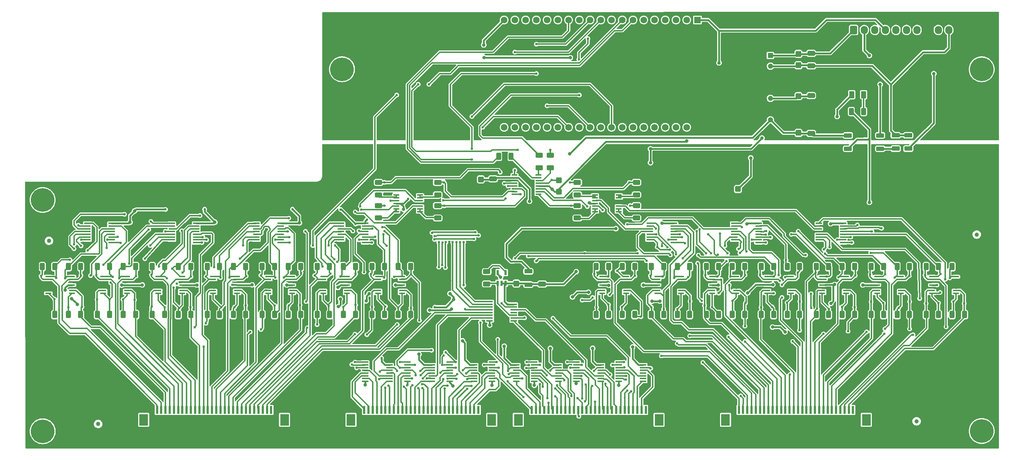
<source format=gbr>
%TF.GenerationSoftware,KiCad,Pcbnew,7.0.2*%
%TF.CreationDate,2023-11-16T12:36:52+05:30*%
%TF.ProjectId,OHM3000_V1.1_ESP,4f484d33-3030-4305-9f56-312e315f4553,rev?*%
%TF.SameCoordinates,Original*%
%TF.FileFunction,Copper,L1,Top*%
%TF.FilePolarity,Positive*%
%FSLAX46Y46*%
G04 Gerber Fmt 4.6, Leading zero omitted, Abs format (unit mm)*
G04 Created by KiCad (PCBNEW 7.0.2) date 2023-11-16 12:36:52*
%MOMM*%
%LPD*%
G01*
G04 APERTURE LIST*
G04 Aperture macros list*
%AMRoundRect*
0 Rectangle with rounded corners*
0 $1 Rounding radius*
0 $2 $3 $4 $5 $6 $7 $8 $9 X,Y pos of 4 corners*
0 Add a 4 corners polygon primitive as box body*
4,1,4,$2,$3,$4,$5,$6,$7,$8,$9,$2,$3,0*
0 Add four circle primitives for the rounded corners*
1,1,$1+$1,$2,$3*
1,1,$1+$1,$4,$5*
1,1,$1+$1,$6,$7*
1,1,$1+$1,$8,$9*
0 Add four rect primitives between the rounded corners*
20,1,$1+$1,$2,$3,$4,$5,0*
20,1,$1+$1,$4,$5,$6,$7,0*
20,1,$1+$1,$6,$7,$8,$9,0*
20,1,$1+$1,$8,$9,$2,$3,0*%
G04 Aperture macros list end*
%TA.AperFunction,SMDPad,CuDef*%
%ADD10RoundRect,0.249999X-0.425001X0.450001X-0.425001X-0.450001X0.425001X-0.450001X0.425001X0.450001X0*%
%TD*%
%TA.AperFunction,ComponentPad*%
%ADD11RoundRect,0.250000X-0.600000X-0.725000X0.600000X-0.725000X0.600000X0.725000X-0.600000X0.725000X0*%
%TD*%
%TA.AperFunction,ComponentPad*%
%ADD12O,1.700000X1.950000*%
%TD*%
%TA.AperFunction,SMDPad,CuDef*%
%ADD13R,0.600000X1.900000*%
%TD*%
%TA.AperFunction,SMDPad,CuDef*%
%ADD14R,2.100000X2.800000*%
%TD*%
%TA.AperFunction,SMDPad,CuDef*%
%ADD15RoundRect,0.249999X-0.700001X0.275001X-0.700001X-0.275001X0.700001X-0.275001X0.700001X0.275001X0*%
%TD*%
%TA.AperFunction,SMDPad,CuDef*%
%ADD16R,1.570000X0.410000*%
%TD*%
%TA.AperFunction,SMDPad,CuDef*%
%ADD17R,0.590000X1.210000*%
%TD*%
%TA.AperFunction,SMDPad,CuDef*%
%ADD18R,1.473200X0.355600*%
%TD*%
%TA.AperFunction,SMDPad,CuDef*%
%ADD19RoundRect,0.249999X-0.650001X0.325001X-0.650001X-0.325001X0.650001X-0.325001X0.650001X0.325001X0*%
%TD*%
%TA.AperFunction,SMDPad,CuDef*%
%ADD20RoundRect,0.249998X0.625002X-0.312502X0.625002X0.312502X-0.625002X0.312502X-0.625002X-0.312502X0*%
%TD*%
%TA.AperFunction,SMDPad,CuDef*%
%ADD21RoundRect,0.249998X-0.312502X-0.625002X0.312502X-0.625002X0.312502X0.625002X-0.312502X0.625002X0*%
%TD*%
%TA.AperFunction,SMDPad,CuDef*%
%ADD22RoundRect,0.249998X0.312502X0.625002X-0.312502X0.625002X-0.312502X-0.625002X0.312502X-0.625002X0*%
%TD*%
%TA.AperFunction,SMDPad,CuDef*%
%ADD23R,1.411199X0.364800*%
%TD*%
%TA.AperFunction,SMDPad,CuDef*%
%ADD24RoundRect,0.249999X0.700001X-0.275001X0.700001X0.275001X-0.700001X0.275001X-0.700001X-0.275001X0*%
%TD*%
%TA.AperFunction,ComponentPad*%
%ADD25R,1.230000X1.230000*%
%TD*%
%TA.AperFunction,ComponentPad*%
%ADD26C,1.230000*%
%TD*%
%TA.AperFunction,SMDPad,CuDef*%
%ADD27RoundRect,0.249999X0.650001X-0.325001X0.650001X0.325001X-0.650001X0.325001X-0.650001X-0.325001X0*%
%TD*%
%TA.AperFunction,SMDPad,CuDef*%
%ADD28RoundRect,0.249999X0.425001X-0.450001X0.425001X0.450001X-0.425001X0.450001X-0.425001X-0.450001X0*%
%TD*%
%TA.AperFunction,SMDPad,CuDef*%
%ADD29RoundRect,0.250000X-0.375000X-0.625000X0.375000X-0.625000X0.375000X0.625000X-0.375000X0.625000X0*%
%TD*%
%TA.AperFunction,ComponentPad*%
%ADD30C,5.600000*%
%TD*%
%TA.AperFunction,SMDPad,CuDef*%
%ADD31C,1.000000*%
%TD*%
%TA.AperFunction,SMDPad,CuDef*%
%ADD32RoundRect,0.250000X0.700000X-0.275000X0.700000X0.275000X-0.700000X0.275000X-0.700000X-0.275000X0*%
%TD*%
%TA.AperFunction,ComponentPad*%
%ADD33R,1.560000X1.560000*%
%TD*%
%TA.AperFunction,ComponentPad*%
%ADD34C,1.560000*%
%TD*%
%TA.AperFunction,ViaPad*%
%ADD35C,0.600000*%
%TD*%
%TA.AperFunction,ViaPad*%
%ADD36C,0.800000*%
%TD*%
%TA.AperFunction,Conductor*%
%ADD37C,0.400000*%
%TD*%
%TA.AperFunction,Conductor*%
%ADD38C,0.300000*%
%TD*%
%TA.AperFunction,Conductor*%
%ADD39C,0.250000*%
%TD*%
G04 APERTURE END LIST*
D10*
%TO.P,CT5,1*%
%TO.N,GNDA_ISO*%
X71475000Y36825000D03*
%TO.P,CT5,2*%
%TO.N,-5VA_ISO*%
X71475000Y34125000D03*
%TD*%
%TO.P,CT6,1*%
%TO.N,+5VA_ISO*%
X63075000Y58775000D03*
%TO.P,CT6,2*%
%TO.N,GNDA_ISO*%
X63075000Y56075000D03*
%TD*%
D11*
%TO.P,J6,1,Pin_1*%
%TO.N,5V_VCC*%
X151235000Y94140000D03*
D12*
%TO.P,J6,2,Pin_2*%
%TO.N,GND_BATT*%
X153735000Y94140000D03*
%TO.P,J6,3,Pin_3*%
%TO.N,5V_VCC*%
X156235000Y94140000D03*
%TO.P,J6,4,Pin_4*%
%TO.N,3V3*%
X158735000Y94140000D03*
%TO.P,J6,5,Pin_5*%
%TO.N,ONOFF1*%
X161235000Y94140000D03*
%TO.P,J6,6,Pin_6*%
%TO.N,ONOFF2*%
X163735000Y94140000D03*
%TO.P,J6,7,Pin_7*%
%TO.N,TRIGGER*%
X166235000Y94140000D03*
%TO.P,J6,8,Pin_8*%
%TO.N,GNDD_ISO*%
X168735000Y94140000D03*
%TO.P,J6,9,Pin_9*%
%TO.N,GND_7_BUCK*%
X171235000Y94140000D03*
%TO.P,J6,10,Pin_10*%
%TO.N,GND_5_BUCK*%
X173735000Y94140000D03*
%TD*%
D13*
%TO.P,J1,1,Pin_1*%
%TO.N,ROW_28*%
X124076000Y4225000D03*
%TO.P,J1,2,Pin_2*%
%TO.N,ROW_29*%
X125076000Y4225000D03*
%TO.P,J1,3,Pin_3*%
%TO.N,ROW_30*%
X126076000Y4225000D03*
%TO.P,J1,4,Pin_4*%
%TO.N,ROW_31*%
X127076000Y4225000D03*
%TO.P,J1,5,Pin_5*%
%TO.N,ROW_32*%
X128076000Y4225000D03*
%TO.P,J1,6,Pin_6*%
%TO.N,ROW_33*%
X129076000Y4225000D03*
%TO.P,J1,7,Pin_7*%
%TO.N,ROW_34*%
X130076000Y4225000D03*
%TO.P,J1,8,Pin_8*%
%TO.N,ROW_35*%
X131076000Y4225000D03*
%TO.P,J1,9,Pin_9*%
%TO.N,ROW_36*%
X132076000Y4225000D03*
%TO.P,J1,10,Pin_10*%
%TO.N,ROW_37*%
X133076000Y4225000D03*
%TO.P,J1,11,Pin_11*%
%TO.N,ROW_38*%
X134076000Y4225000D03*
%TO.P,J1,12,Pin_12*%
%TO.N,ROW_39*%
X135076000Y4225000D03*
%TO.P,J1,13,Pin_13*%
%TO.N,ROW_40*%
X136076000Y4225000D03*
%TO.P,J1,14,Pin_14*%
%TO.N,ROW_41*%
X137076000Y4225000D03*
%TO.P,J1,15,Pin_15*%
%TO.N,ROW_42*%
X138076000Y4225000D03*
%TO.P,J1,16,Pin_16*%
%TO.N,ROW_43*%
X139076000Y4225000D03*
%TO.P,J1,17,Pin_17*%
%TO.N,ROW_44*%
X140076000Y4225000D03*
%TO.P,J1,18,Pin_18*%
%TO.N,ROW_45*%
X141076000Y4225000D03*
%TO.P,J1,19,Pin_19*%
%TO.N,ROW_46*%
X142076000Y4225000D03*
%TO.P,J1,20,Pin_20*%
%TO.N,ROW_47*%
X143076000Y4225000D03*
%TO.P,J1,21,Pin_21*%
%TO.N,ROW_48*%
X144076000Y4225000D03*
%TO.P,J1,22,Pin_22*%
%TO.N,ROW_49*%
X145076000Y4225000D03*
%TO.P,J1,23,Pin_23*%
%TO.N,ROW_50*%
X146076000Y4225000D03*
%TO.P,J1,24,Pin_24*%
%TO.N,ROW_51*%
X147076000Y4225000D03*
%TO.P,J1,25,Pin_25*%
%TO.N,ROW_52*%
X148076000Y4225000D03*
%TO.P,J1,26,Pin_26*%
%TO.N,ROW_53*%
X149076000Y4225000D03*
%TO.P,J1,27,Pin_27*%
%TO.N,ROW_54*%
X150076000Y4225000D03*
%TO.P,J1,28,Pin_28*%
%TO.N,unconnected-(J1-Pin_28-Pad28)*%
X151076000Y4225000D03*
D14*
%TO.P,J1,MP1*%
%TO.N,N/C*%
X154226000Y1875000D03*
%TO.P,J1,MP2*%
X120926000Y1875000D03*
%TD*%
D13*
%TO.P,J2,1,Pin_1*%
%TO.N,COL_1*%
X35501000Y4225000D03*
%TO.P,J2,2,Pin_2*%
%TO.N,COL_2*%
X36501000Y4225000D03*
%TO.P,J2,3,Pin_3*%
%TO.N,COL_3*%
X37501000Y4225000D03*
%TO.P,J2,4,Pin_4*%
%TO.N,COL_4*%
X38501000Y4225000D03*
%TO.P,J2,5,Pin_5*%
%TO.N,COL_5*%
X39501000Y4225000D03*
%TO.P,J2,6,Pin_6*%
%TO.N,COL_6*%
X40501000Y4225000D03*
%TO.P,J2,7,Pin_7*%
%TO.N,COL_7*%
X41501000Y4225000D03*
%TO.P,J2,8,Pin_8*%
%TO.N,COL_8*%
X42501000Y4225000D03*
%TO.P,J2,9,Pin_9*%
%TO.N,COL_9*%
X43501000Y4225000D03*
%TO.P,J2,10,Pin_10*%
%TO.N,COL_10*%
X44501000Y4225000D03*
%TO.P,J2,11,Pin_11*%
%TO.N,COL_11*%
X45501000Y4225000D03*
%TO.P,J2,12,Pin_12*%
%TO.N,COL_12*%
X46501000Y4225000D03*
%TO.P,J2,13,Pin_13*%
%TO.N,COL_13*%
X47501000Y4225000D03*
%TO.P,J2,14,Pin_14*%
%TO.N,COL_14*%
X48501000Y4225000D03*
%TO.P,J2,15,Pin_15*%
%TO.N,COL_15*%
X49501000Y4225000D03*
%TO.P,J2,16,Pin_16*%
%TO.N,COL_16*%
X50501000Y4225000D03*
%TO.P,J2,17,Pin_17*%
%TO.N,COL_17*%
X51501000Y4225000D03*
%TO.P,J2,18,Pin_18*%
%TO.N,COL_18*%
X52501000Y4225000D03*
%TO.P,J2,19,Pin_19*%
%TO.N,COL_19*%
X53501000Y4225000D03*
%TO.P,J2,20,Pin_20*%
%TO.N,COL_20*%
X54501000Y4225000D03*
%TO.P,J2,21,Pin_21*%
%TO.N,COL_21*%
X55501000Y4225000D03*
%TO.P,J2,22,Pin_22*%
%TO.N,COL_22*%
X56501000Y4225000D03*
%TO.P,J2,23,Pin_23*%
%TO.N,COL_23*%
X57501000Y4225000D03*
%TO.P,J2,24,Pin_24*%
%TO.N,COL_24*%
X58501000Y4225000D03*
%TO.P,J2,25,Pin_25*%
%TO.N,COL_25*%
X59501000Y4225000D03*
%TO.P,J2,26,Pin_26*%
%TO.N,COL_26*%
X60501000Y4225000D03*
%TO.P,J2,27,Pin_27*%
%TO.N,COL_27*%
X61501000Y4225000D03*
%TO.P,J2,28,Pin_28*%
%TO.N,unconnected-(J2-Pin_28-Pad28)*%
X62501000Y4225000D03*
D14*
%TO.P,J2,MP1*%
%TO.N,N/C*%
X65651000Y1875000D03*
%TO.P,J2,MP2*%
X32351000Y1875000D03*
%TD*%
D13*
%TO.P,J3,1,Pin_1*%
%TO.N,COL_28*%
X75074000Y4225000D03*
%TO.P,J3,2,Pin_2*%
%TO.N,COL_29*%
X76074000Y4225000D03*
%TO.P,J3,3,Pin_3*%
%TO.N,COL_30*%
X77074000Y4225000D03*
%TO.P,J3,4,Pin_4*%
%TO.N,COL_31*%
X78074000Y4225000D03*
%TO.P,J3,5,Pin_5*%
%TO.N,COL_32*%
X79074000Y4225000D03*
%TO.P,J3,6,Pin_6*%
%TO.N,COL_33*%
X80074000Y4225000D03*
%TO.P,J3,7,Pin_7*%
%TO.N,COL_34*%
X81074000Y4225000D03*
%TO.P,J3,8,Pin_8*%
%TO.N,COL_35*%
X82074000Y4225000D03*
%TO.P,J3,9,Pin_9*%
%TO.N,COL_36*%
X83074000Y4225000D03*
%TO.P,J3,10,Pin_10*%
%TO.N,COL_37*%
X84074000Y4225000D03*
%TO.P,J3,11,Pin_11*%
%TO.N,COL_38*%
X85074000Y4225000D03*
%TO.P,J3,12,Pin_12*%
%TO.N,COL_39*%
X86074000Y4225000D03*
%TO.P,J3,13,Pin_13*%
%TO.N,COL_40*%
X87074000Y4225000D03*
%TO.P,J3,14,Pin_14*%
%TO.N,COL_41*%
X88074000Y4225000D03*
%TO.P,J3,15,Pin_15*%
%TO.N,COL_42*%
X89074000Y4225000D03*
%TO.P,J3,16,Pin_16*%
%TO.N,COL_43*%
X90074000Y4225000D03*
%TO.P,J3,17,Pin_17*%
%TO.N,COL_44*%
X91074000Y4225000D03*
%TO.P,J3,18,Pin_18*%
%TO.N,COL_45*%
X92074000Y4225000D03*
%TO.P,J3,19,Pin_19*%
%TO.N,COL_46*%
X93074000Y4225000D03*
%TO.P,J3,20,Pin_20*%
%TO.N,COL_47*%
X94074000Y4225000D03*
%TO.P,J3,21,Pin_21*%
%TO.N,COL_48*%
X95074000Y4225000D03*
%TO.P,J3,22,Pin_22*%
%TO.N,COL_49*%
X96074000Y4225000D03*
%TO.P,J3,23,Pin_23*%
%TO.N,COL_50*%
X97074000Y4225000D03*
%TO.P,J3,24,Pin_24*%
%TO.N,COL_51*%
X98074000Y4225000D03*
%TO.P,J3,25,Pin_25*%
%TO.N,COL_52*%
X99074000Y4225000D03*
%TO.P,J3,26,Pin_26*%
%TO.N,COL_53*%
X100074000Y4225000D03*
%TO.P,J3,27,Pin_27*%
%TO.N,COL_54*%
X101074000Y4225000D03*
%TO.P,J3,28,Pin_28*%
%TO.N,unconnected-(J3-Pin_28-Pad28)*%
X102074000Y4225000D03*
D14*
%TO.P,J3,MP1*%
%TO.N,N/C*%
X105224000Y1875000D03*
%TO.P,J3,MP2*%
X71924000Y1875000D03*
%TD*%
D13*
%TO.P,J4,1,Pin_1*%
%TO.N,ROW_27*%
X-13500000Y4225000D03*
%TO.P,J4,2,Pin_2*%
%TO.N,ROW_26*%
X-12500000Y4225000D03*
%TO.P,J4,3,Pin_3*%
%TO.N,ROW_25*%
X-11500000Y4225000D03*
%TO.P,J4,4,Pin_4*%
%TO.N,ROW_24*%
X-10500000Y4225000D03*
%TO.P,J4,5,Pin_5*%
%TO.N,ROW_23*%
X-9500000Y4225000D03*
%TO.P,J4,6,Pin_6*%
%TO.N,ROW_22*%
X-8500000Y4225000D03*
%TO.P,J4,7,Pin_7*%
%TO.N,ROW_21*%
X-7500000Y4225000D03*
%TO.P,J4,8,Pin_8*%
%TO.N,ROW_20*%
X-6500000Y4225000D03*
%TO.P,J4,9,Pin_9*%
%TO.N,ROW_19*%
X-5500000Y4225000D03*
%TO.P,J4,10,Pin_10*%
%TO.N,ROW_18*%
X-4500000Y4225000D03*
%TO.P,J4,11,Pin_11*%
%TO.N,ROW_17*%
X-3500000Y4225000D03*
%TO.P,J4,12,Pin_12*%
%TO.N,ROW_16*%
X-2500000Y4225000D03*
%TO.P,J4,13,Pin_13*%
%TO.N,ROW_15*%
X-1500000Y4225000D03*
%TO.P,J4,14,Pin_14*%
%TO.N,ROW_14*%
X-500000Y4225000D03*
%TO.P,J4,15,Pin_15*%
%TO.N,ROW_13*%
X500000Y4225000D03*
%TO.P,J4,16,Pin_16*%
%TO.N,ROW_12*%
X1500000Y4225000D03*
%TO.P,J4,17,Pin_17*%
%TO.N,ROW_11*%
X2500000Y4225000D03*
%TO.P,J4,18,Pin_18*%
%TO.N,ROW_10*%
X3500000Y4225000D03*
%TO.P,J4,19,Pin_19*%
%TO.N,ROW_9*%
X4500000Y4225000D03*
%TO.P,J4,20,Pin_20*%
%TO.N,ROW_8*%
X5500000Y4225000D03*
%TO.P,J4,21,Pin_21*%
%TO.N,ROW_7*%
X6500000Y4225000D03*
%TO.P,J4,22,Pin_22*%
%TO.N,ROW_6*%
X7500000Y4225000D03*
%TO.P,J4,23,Pin_23*%
%TO.N,ROW_5*%
X8500000Y4225000D03*
%TO.P,J4,24,Pin_24*%
%TO.N,ROW_4*%
X9500000Y4225000D03*
%TO.P,J4,25,Pin_25*%
%TO.N,ROW_3*%
X10500000Y4225000D03*
%TO.P,J4,26,Pin_26*%
%TO.N,ROW_2*%
X11500000Y4225000D03*
%TO.P,J4,27,Pin_27*%
%TO.N,ROW_1*%
X12500000Y4225000D03*
%TO.P,J4,28,Pin_28*%
%TO.N,unconnected-(J4-Pin_28-Pad28)*%
X13500000Y4225000D03*
D14*
%TO.P,J4,MP1*%
%TO.N,N/C*%
X16650000Y1875000D03*
%TO.P,J4,MP2*%
X-16650000Y1875000D03*
%TD*%
D15*
%TO.P,L6,1,1*%
%TO.N,-5VD_ISO*%
X74300000Y37025000D03*
%TO.P,L6,2,2*%
%TO.N,-5VA_ISO*%
X74300000Y33875000D03*
%TD*%
D16*
%TO.P,U15,1,A4*%
%TO.N,COL_5*%
X41447600Y10979000D03*
%TO.P,U15,2,A6*%
%TO.N,COL_7*%
X41447600Y11629000D03*
%TO.P,U15,3,A*%
%TO.N,X1*%
X41447600Y12279000D03*
%TO.P,U15,4,A7*%
%TO.N,COL_8*%
X41447600Y12929000D03*
%TO.P,U15,5,A5*%
%TO.N,COL_6*%
X41447600Y13579000D03*
%TO.P,U15,6,~{E}*%
%TO.N,EN*%
X41447600Y14229000D03*
%TO.P,U15,7,VEE*%
%TO.N,-5VA_ISO*%
X41447600Y14879000D03*
%TO.P,U15,8,GND*%
%TO.N,GNDA_ISO*%
X41447600Y15529000D03*
%TO.P,U15,9,S2*%
%TO.N,SS2*%
X35707600Y15529000D03*
%TO.P,U15,10,S1*%
%TO.N,SS1*%
X35707600Y14879000D03*
%TO.P,U15,11,S0*%
%TO.N,SS0*%
X35707600Y14229000D03*
%TO.P,U15,12,A3*%
%TO.N,COL_4*%
X35707600Y13579000D03*
%TO.P,U15,13,A0*%
%TO.N,COL_1*%
X35707600Y12929000D03*
%TO.P,U15,14,A1*%
%TO.N,COL_2*%
X35707600Y12279000D03*
%TO.P,U15,15,A2*%
%TO.N,COL_3*%
X35707600Y11629000D03*
%TO.P,U15,16,VCC*%
%TO.N,+5VA_ISO*%
X35707600Y10979000D03*
%TD*%
%TO.P,U16,1,A4*%
%TO.N,COL_13*%
X51447600Y10979000D03*
%TO.P,U16,2,A6*%
%TO.N,COL_15*%
X51447600Y11629000D03*
%TO.P,U16,3,A*%
%TO.N,X2*%
X51447600Y12279000D03*
%TO.P,U16,4,A7*%
%TO.N,COL_16*%
X51447600Y12929000D03*
%TO.P,U16,5,A5*%
%TO.N,COL_14*%
X51447600Y13579000D03*
%TO.P,U16,6,~{E}*%
%TO.N,EN*%
X51447600Y14229000D03*
%TO.P,U16,7,VEE*%
%TO.N,-5VA_ISO*%
X51447600Y14879000D03*
%TO.P,U16,8,GND*%
%TO.N,GNDA_ISO*%
X51447600Y15529000D03*
%TO.P,U16,9,S2*%
%TO.N,SS2*%
X45707600Y15529000D03*
%TO.P,U16,10,S1*%
%TO.N,SS1*%
X45707600Y14879000D03*
%TO.P,U16,11,S0*%
%TO.N,SS0*%
X45707600Y14229000D03*
%TO.P,U16,12,A3*%
%TO.N,COL_12*%
X45707600Y13579000D03*
%TO.P,U16,13,A0*%
%TO.N,COL_9*%
X45707600Y12929000D03*
%TO.P,U16,14,A1*%
%TO.N,COL_10*%
X45707600Y12279000D03*
%TO.P,U16,15,A2*%
%TO.N,COL_11*%
X45707600Y11629000D03*
%TO.P,U16,16,VCC*%
%TO.N,+5VA_ISO*%
X45707600Y10979000D03*
%TD*%
%TO.P,U17,1,A4*%
%TO.N,COL_21*%
X61447600Y10979000D03*
%TO.P,U17,2,A6*%
%TO.N,COL_23*%
X61447600Y11629000D03*
%TO.P,U17,3,A*%
%TO.N,X3*%
X61447600Y12279000D03*
%TO.P,U17,4,A7*%
%TO.N,COL_24*%
X61447600Y12929000D03*
%TO.P,U17,5,A5*%
%TO.N,COL_22*%
X61447600Y13579000D03*
%TO.P,U17,6,~{E}*%
%TO.N,EN*%
X61447600Y14229000D03*
%TO.P,U17,7,VEE*%
%TO.N,-5VA_ISO*%
X61447600Y14879000D03*
%TO.P,U17,8,GND*%
%TO.N,GNDA_ISO*%
X61447600Y15529000D03*
%TO.P,U17,9,S2*%
%TO.N,SS2*%
X55707600Y15529000D03*
%TO.P,U17,10,S1*%
%TO.N,SS1*%
X55707600Y14879000D03*
%TO.P,U17,11,S0*%
%TO.N,SS0*%
X55707600Y14229000D03*
%TO.P,U17,12,A3*%
%TO.N,COL_20*%
X55707600Y13579000D03*
%TO.P,U17,13,A0*%
%TO.N,COL_17*%
X55707600Y12929000D03*
%TO.P,U17,14,A1*%
%TO.N,COL_18*%
X55707600Y12279000D03*
%TO.P,U17,15,A2*%
%TO.N,COL_19*%
X55707600Y11629000D03*
%TO.P,U17,16,VCC*%
%TO.N,+5VA_ISO*%
X55707600Y10979000D03*
%TD*%
%TO.P,U18,1,A4*%
%TO.N,COL_29*%
X71447600Y10979000D03*
%TO.P,U18,2,A6*%
%TO.N,COL_31*%
X71447600Y11629000D03*
%TO.P,U18,3,A*%
%TO.N,X4*%
X71447600Y12279000D03*
%TO.P,U18,4,A7*%
%TO.N,COL_32*%
X71447600Y12929000D03*
%TO.P,U18,5,A5*%
%TO.N,COL_30*%
X71447600Y13579000D03*
%TO.P,U18,6,~{E}*%
%TO.N,EN*%
X71447600Y14229000D03*
%TO.P,U18,7,VEE*%
%TO.N,-5VA_ISO*%
X71447600Y14879000D03*
%TO.P,U18,8,GND*%
%TO.N,GNDA_ISO*%
X71447600Y15529000D03*
%TO.P,U18,9,S2*%
%TO.N,SS2*%
X65707600Y15529000D03*
%TO.P,U18,10,S1*%
%TO.N,SS1*%
X65707600Y14879000D03*
%TO.P,U18,11,S0*%
%TO.N,SS0*%
X65707600Y14229000D03*
%TO.P,U18,12,A3*%
%TO.N,COL_28*%
X65707600Y13579000D03*
%TO.P,U18,13,A0*%
%TO.N,COL_25*%
X65707600Y12929000D03*
%TO.P,U18,14,A1*%
%TO.N,COL_26*%
X65707600Y12279000D03*
%TO.P,U18,15,A2*%
%TO.N,COL_27*%
X65707600Y11629000D03*
%TO.P,U18,16,VCC*%
%TO.N,+5VA_ISO*%
X65707600Y10979000D03*
%TD*%
%TO.P,U19,1,A4*%
%TO.N,COL_37*%
X81447600Y10979000D03*
%TO.P,U19,2,A6*%
%TO.N,COL_39*%
X81447600Y11629000D03*
%TO.P,U19,3,A*%
%TO.N,X5*%
X81447600Y12279000D03*
%TO.P,U19,4,A7*%
%TO.N,COL_40*%
X81447600Y12929000D03*
%TO.P,U19,5,A5*%
%TO.N,COL_38*%
X81447600Y13579000D03*
%TO.P,U19,6,~{E}*%
%TO.N,EN*%
X81447600Y14229000D03*
%TO.P,U19,7,VEE*%
%TO.N,-5VA_ISO*%
X81447600Y14879000D03*
%TO.P,U19,8,GND*%
%TO.N,GNDA_ISO*%
X81447600Y15529000D03*
%TO.P,U19,9,S2*%
%TO.N,SS2*%
X75707600Y15529000D03*
%TO.P,U19,10,S1*%
%TO.N,SS1*%
X75707600Y14879000D03*
%TO.P,U19,11,S0*%
%TO.N,SS0*%
X75707600Y14229000D03*
%TO.P,U19,12,A3*%
%TO.N,COL_36*%
X75707600Y13579000D03*
%TO.P,U19,13,A0*%
%TO.N,COL_33*%
X75707600Y12929000D03*
%TO.P,U19,14,A1*%
%TO.N,COL_34*%
X75707600Y12279000D03*
%TO.P,U19,15,A2*%
%TO.N,COL_35*%
X75707600Y11629000D03*
%TO.P,U19,16,VCC*%
%TO.N,+5VA_ISO*%
X75707600Y10979000D03*
%TD*%
%TO.P,U20,1,A4*%
%TO.N,COL_45*%
X91447600Y10979000D03*
%TO.P,U20,2,A6*%
%TO.N,COL_47*%
X91447600Y11629000D03*
%TO.P,U20,3,A*%
%TO.N,X6*%
X91447600Y12279000D03*
%TO.P,U20,4,A7*%
%TO.N,COL_48*%
X91447600Y12929000D03*
%TO.P,U20,5,A5*%
%TO.N,COL_46*%
X91447600Y13579000D03*
%TO.P,U20,6,~{E}*%
%TO.N,EN*%
X91447600Y14229000D03*
%TO.P,U20,7,VEE*%
%TO.N,-5VA_ISO*%
X91447600Y14879000D03*
%TO.P,U20,8,GND*%
%TO.N,GNDA_ISO*%
X91447600Y15529000D03*
%TO.P,U20,9,S2*%
%TO.N,SS2*%
X85707600Y15529000D03*
%TO.P,U20,10,S1*%
%TO.N,SS1*%
X85707600Y14879000D03*
%TO.P,U20,11,S0*%
%TO.N,SS0*%
X85707600Y14229000D03*
%TO.P,U20,12,A3*%
%TO.N,COL_44*%
X85707600Y13579000D03*
%TO.P,U20,13,A0*%
%TO.N,COL_41*%
X85707600Y12929000D03*
%TO.P,U20,14,A1*%
%TO.N,COL_42*%
X85707600Y12279000D03*
%TO.P,U20,15,A2*%
%TO.N,COL_43*%
X85707600Y11629000D03*
%TO.P,U20,16,VCC*%
%TO.N,+5VA_ISO*%
X85707600Y10979000D03*
%TD*%
%TO.P,U21,1,A4*%
%TO.N,COL_53*%
X101447600Y10979000D03*
%TO.P,U21,2,A6*%
%TO.N,COL_55*%
X101447600Y11629000D03*
%TO.P,U21,3,A*%
%TO.N,X7*%
X101447600Y12279000D03*
%TO.P,U21,4,A7*%
%TO.N,COL_56*%
X101447600Y12929000D03*
%TO.P,U21,5,A5*%
%TO.N,COL_54*%
X101447600Y13579000D03*
%TO.P,U21,6,~{E}*%
%TO.N,EN*%
X101447600Y14229000D03*
%TO.P,U21,7,VEE*%
%TO.N,-5VA_ISO*%
X101447600Y14879000D03*
%TO.P,U21,8,GND*%
%TO.N,GNDA_ISO*%
X101447600Y15529000D03*
%TO.P,U21,9,S2*%
%TO.N,SS2*%
X95707600Y15529000D03*
%TO.P,U21,10,S1*%
%TO.N,SS1*%
X95707600Y14879000D03*
%TO.P,U21,11,S0*%
%TO.N,SS0*%
X95707600Y14229000D03*
%TO.P,U21,12,A3*%
%TO.N,COL_52*%
X95707600Y13579000D03*
%TO.P,U21,13,A0*%
%TO.N,COL_49*%
X95707600Y12929000D03*
%TO.P,U21,14,A1*%
%TO.N,COL_50*%
X95707600Y12279000D03*
%TO.P,U21,15,A2*%
%TO.N,COL_51*%
X95707600Y11629000D03*
%TO.P,U21,16,VCC*%
%TO.N,+5VA_ISO*%
X95707600Y10979000D03*
%TD*%
%TO.P,U22,1,A4*%
%TO.N,X5*%
X70870000Y25309400D03*
%TO.P,U22,2,A6*%
%TO.N,X7*%
X70870000Y25959400D03*
%TO.P,U22,3,A*%
%TO.N,X0*%
X70870000Y26609400D03*
%TO.P,U22,4,A7*%
%TO.N,X8*%
X70870000Y27259400D03*
%TO.P,U22,5,A5*%
%TO.N,X6*%
X70870000Y27909400D03*
%TO.P,U22,6,~{E}*%
%TO.N,EN*%
X70870000Y28559400D03*
%TO.P,U22,7,VEE*%
%TO.N,-5VA_ISO*%
X70870000Y29209400D03*
%TO.P,U22,8,GND*%
%TO.N,GNDA_ISO*%
X70870000Y29859400D03*
%TO.P,U22,9,S2*%
%TO.N,MS2*%
X65130000Y29859400D03*
%TO.P,U22,10,S1*%
%TO.N,MS1*%
X65130000Y29209400D03*
%TO.P,U22,11,S0*%
%TO.N,MS0*%
X65130000Y28559400D03*
%TO.P,U22,12,A3*%
%TO.N,X4*%
X65130000Y27909400D03*
%TO.P,U22,13,A0*%
%TO.N,X1*%
X65130000Y27259400D03*
%TO.P,U22,14,A1*%
%TO.N,X2*%
X65130000Y26609400D03*
%TO.P,U22,15,A2*%
%TO.N,X3*%
X65130000Y25959400D03*
%TO.P,U22,16,VCC*%
%TO.N,+5VA_ISO*%
X65130000Y25309400D03*
%TD*%
D17*
%TO.P,U25,1,OUT*%
%TO.N,X0*%
X67050000Y34203400D03*
%TO.P,U25,2,V-*%
%TO.N,-5VA_ISO*%
X68000000Y34203400D03*
%TO.P,U25,3,+IN*%
X68950000Y34203400D03*
%TO.P,U25,4,-IN*%
%TO.N,Net-(U25--IN)*%
X68950000Y36713400D03*
%TO.P,U25,5,V+*%
%TO.N,+5VA_ISO*%
X67050000Y36713400D03*
%TD*%
D18*
%TO.P,U1,1*%
%TO.N,M1*%
X44421200Y31838900D03*
%TO.P,U1,2,-*%
%TO.N,ROW_1*%
X44421200Y32499300D03*
%TO.P,U1,3,+*%
%TO.N,GNDA_ISO*%
X44421200Y33134300D03*
%TO.P,U1,4,V+*%
%TO.N,+5VA_ISO*%
X44421200Y33794700D03*
%TO.P,U1,5,+*%
%TO.N,GNDA_ISO*%
X44421200Y34455100D03*
%TO.P,U1,6,-*%
%TO.N,ROW_2*%
X44421200Y35090100D03*
%TO.P,U1,7*%
%TO.N,M2*%
X44421200Y35750500D03*
%TO.P,U1,8*%
%TO.N,M3*%
X38782400Y35750500D03*
%TO.P,U1,9,-*%
%TO.N,ROW_3*%
X38782400Y35090100D03*
%TO.P,U1,10,+*%
%TO.N,GNDA_ISO*%
X38782400Y34455100D03*
%TO.P,U1,11,V-*%
X38782400Y33794700D03*
%TO.P,U1,12,+*%
X38782400Y33134300D03*
%TO.P,U1,13,-*%
%TO.N,ROW_4*%
X38782400Y32499300D03*
%TO.P,U1,14*%
%TO.N,M4*%
X38782400Y31838900D03*
%TD*%
%TO.P,U2,1*%
%TO.N,M5*%
X31421200Y31838900D03*
%TO.P,U2,2,-*%
%TO.N,ROW_5*%
X31421200Y32499300D03*
%TO.P,U2,3,+*%
%TO.N,GNDA_ISO*%
X31421200Y33134300D03*
%TO.P,U2,4,V+*%
%TO.N,+5VA_ISO*%
X31421200Y33794700D03*
%TO.P,U2,5,+*%
%TO.N,GNDA_ISO*%
X31421200Y34455100D03*
%TO.P,U2,6,-*%
%TO.N,ROW_6*%
X31421200Y35090100D03*
%TO.P,U2,7*%
%TO.N,M6*%
X31421200Y35750500D03*
%TO.P,U2,8*%
%TO.N,M7*%
X25782400Y35750500D03*
%TO.P,U2,9,-*%
%TO.N,ROW_7*%
X25782400Y35090100D03*
%TO.P,U2,10,+*%
%TO.N,GNDA_ISO*%
X25782400Y34455100D03*
%TO.P,U2,11,V-*%
X25782400Y33794700D03*
%TO.P,U2,12,+*%
X25782400Y33134300D03*
%TO.P,U2,13,-*%
%TO.N,ROW_8*%
X25782400Y32499300D03*
%TO.P,U2,14*%
%TO.N,M8*%
X25782400Y31838900D03*
%TD*%
%TO.P,U3,1*%
%TO.N,M9*%
X18421200Y31838900D03*
%TO.P,U3,2,-*%
%TO.N,ROW_9*%
X18421200Y32499300D03*
%TO.P,U3,3,+*%
%TO.N,GNDA_ISO*%
X18421200Y33134300D03*
%TO.P,U3,4,V+*%
%TO.N,+5VA_ISO*%
X18421200Y33794700D03*
%TO.P,U3,5,+*%
%TO.N,GNDA_ISO*%
X18421200Y34455100D03*
%TO.P,U3,6,-*%
%TO.N,ROW_10*%
X18421200Y35090100D03*
%TO.P,U3,7*%
%TO.N,M10*%
X18421200Y35750500D03*
%TO.P,U3,8*%
%TO.N,M11*%
X12782400Y35750500D03*
%TO.P,U3,9,-*%
%TO.N,ROW_11*%
X12782400Y35090100D03*
%TO.P,U3,10,+*%
%TO.N,GNDA_ISO*%
X12782400Y34455100D03*
%TO.P,U3,11,V-*%
X12782400Y33794700D03*
%TO.P,U3,12,+*%
X12782400Y33134300D03*
%TO.P,U3,13,-*%
%TO.N,ROW_12*%
X12782400Y32499300D03*
%TO.P,U3,14*%
%TO.N,M12*%
X12782400Y31838900D03*
%TD*%
%TO.P,U4,1*%
%TO.N,M13*%
X5421200Y31838900D03*
%TO.P,U4,2,-*%
%TO.N,ROW_13*%
X5421200Y32499300D03*
%TO.P,U4,3,+*%
%TO.N,GNDA_ISO*%
X5421200Y33134300D03*
%TO.P,U4,4,V+*%
%TO.N,+5VA_ISO*%
X5421200Y33794700D03*
%TO.P,U4,5,+*%
%TO.N,GNDA_ISO*%
X5421200Y34455100D03*
%TO.P,U4,6,-*%
%TO.N,ROW_14*%
X5421200Y35090100D03*
%TO.P,U4,7*%
%TO.N,M14*%
X5421200Y35750500D03*
%TO.P,U4,8*%
%TO.N,M15*%
X-217600Y35750500D03*
%TO.P,U4,9,-*%
%TO.N,ROW_15*%
X-217600Y35090100D03*
%TO.P,U4,10,+*%
%TO.N,GNDA_ISO*%
X-217600Y34455100D03*
%TO.P,U4,11,V-*%
X-217600Y33794700D03*
%TO.P,U4,12,+*%
X-217600Y33134300D03*
%TO.P,U4,13,-*%
%TO.N,ROW_16*%
X-217600Y32499300D03*
%TO.P,U4,14*%
%TO.N,M16*%
X-217600Y31838900D03*
%TD*%
%TO.P,U5,1*%
%TO.N,M17*%
X-7578800Y31838900D03*
%TO.P,U5,2,-*%
%TO.N,ROW_17*%
X-7578800Y32499300D03*
%TO.P,U5,3,+*%
%TO.N,GNDA_ISO*%
X-7578800Y33134300D03*
%TO.P,U5,4,V+*%
%TO.N,+5VA_ISO*%
X-7578800Y33794700D03*
%TO.P,U5,5,+*%
%TO.N,GNDA_ISO*%
X-7578800Y34455100D03*
%TO.P,U5,6,-*%
%TO.N,ROW_18*%
X-7578800Y35090100D03*
%TO.P,U5,7*%
%TO.N,M18*%
X-7578800Y35750500D03*
%TO.P,U5,8*%
%TO.N,M19*%
X-13217600Y35750500D03*
%TO.P,U5,9,-*%
%TO.N,ROW_19*%
X-13217600Y35090100D03*
%TO.P,U5,10,+*%
%TO.N,GNDA_ISO*%
X-13217600Y34455100D03*
%TO.P,U5,11,V-*%
X-13217600Y33794700D03*
%TO.P,U5,12,+*%
X-13217600Y33134300D03*
%TO.P,U5,13,-*%
%TO.N,ROW_20*%
X-13217600Y32499300D03*
%TO.P,U5,14*%
%TO.N,M20*%
X-13217600Y31838900D03*
%TD*%
%TO.P,U6,1*%
%TO.N,M21*%
X-20578800Y31838900D03*
%TO.P,U6,2,-*%
%TO.N,ROW_21*%
X-20578800Y32499300D03*
%TO.P,U6,3,+*%
%TO.N,GNDA_ISO*%
X-20578800Y33134300D03*
%TO.P,U6,4,V+*%
%TO.N,+5VA_ISO*%
X-20578800Y33794700D03*
%TO.P,U6,5,+*%
%TO.N,GNDA_ISO*%
X-20578800Y34455100D03*
%TO.P,U6,6,-*%
%TO.N,ROW_22*%
X-20578800Y35090100D03*
%TO.P,U6,7*%
%TO.N,M22*%
X-20578800Y35750500D03*
%TO.P,U6,8*%
%TO.N,M23*%
X-26217600Y35750500D03*
%TO.P,U6,9,-*%
%TO.N,ROW_23*%
X-26217600Y35090100D03*
%TO.P,U6,10,+*%
%TO.N,GNDA_ISO*%
X-26217600Y34455100D03*
%TO.P,U6,11,V-*%
X-26217600Y33794700D03*
%TO.P,U6,12,+*%
X-26217600Y33134300D03*
%TO.P,U6,13,-*%
%TO.N,ROW_24*%
X-26217600Y32499300D03*
%TO.P,U6,14*%
%TO.N,M24*%
X-26217600Y31838900D03*
%TD*%
%TO.P,U8,1*%
%TO.N,M28*%
X91782400Y35750500D03*
%TO.P,U8,2,-*%
%TO.N,ROW_28*%
X91782400Y35090100D03*
%TO.P,U8,3,+*%
%TO.N,GNDA_ISO*%
X91782400Y34455100D03*
%TO.P,U8,4,V+*%
%TO.N,+5VA_ISO*%
X91782400Y33794700D03*
%TO.P,U8,5,+*%
%TO.N,GNDA_ISO*%
X91782400Y33134300D03*
%TO.P,U8,6,-*%
%TO.N,ROW_29*%
X91782400Y32499300D03*
%TO.P,U8,7*%
%TO.N,M29*%
X91782400Y31838900D03*
%TO.P,U8,8*%
%TO.N,M30*%
X97421200Y31838900D03*
%TO.P,U8,9,-*%
%TO.N,ROW_30*%
X97421200Y32499300D03*
%TO.P,U8,10,+*%
%TO.N,GNDA_ISO*%
X97421200Y33134300D03*
%TO.P,U8,11,V-*%
X97421200Y33794700D03*
%TO.P,U8,12,+*%
X97421200Y34455100D03*
%TO.P,U8,13,-*%
%TO.N,ROW_31*%
X97421200Y35090100D03*
%TO.P,U8,14*%
%TO.N,M31*%
X97421200Y35750500D03*
%TD*%
%TO.P,U9,1*%
%TO.N,M32*%
X104782400Y35750500D03*
%TO.P,U9,2,-*%
%TO.N,ROW_32*%
X104782400Y35090100D03*
%TO.P,U9,3,+*%
%TO.N,GNDA_ISO*%
X104782400Y34455100D03*
%TO.P,U9,4,V+*%
%TO.N,+5VA_ISO*%
X104782400Y33794700D03*
%TO.P,U9,5,+*%
%TO.N,GNDA_ISO*%
X104782400Y33134300D03*
%TO.P,U9,6,-*%
%TO.N,ROW_33*%
X104782400Y32499300D03*
%TO.P,U9,7*%
%TO.N,M33*%
X104782400Y31838900D03*
%TO.P,U9,8*%
%TO.N,M34*%
X110421200Y31838900D03*
%TO.P,U9,9,-*%
%TO.N,ROW_34*%
X110421200Y32499300D03*
%TO.P,U9,10,+*%
%TO.N,GNDA_ISO*%
X110421200Y33134300D03*
%TO.P,U9,11,V-*%
X110421200Y33794700D03*
%TO.P,U9,12,+*%
X110421200Y34455100D03*
%TO.P,U9,13,-*%
%TO.N,ROW_35*%
X110421200Y35090100D03*
%TO.P,U9,14*%
%TO.N,M35*%
X110421200Y35750500D03*
%TD*%
%TO.P,U10,1*%
%TO.N,M36*%
X117782400Y35750500D03*
%TO.P,U10,2,-*%
%TO.N,ROW_36*%
X117782400Y35090100D03*
%TO.P,U10,3,+*%
%TO.N,GNDA_ISO*%
X117782400Y34455100D03*
%TO.P,U10,4,V+*%
%TO.N,+5VA_ISO*%
X117782400Y33794700D03*
%TO.P,U10,5,+*%
%TO.N,GNDA_ISO*%
X117782400Y33134300D03*
%TO.P,U10,6,-*%
%TO.N,ROW_37*%
X117782400Y32499300D03*
%TO.P,U10,7*%
%TO.N,M37*%
X117782400Y31838900D03*
%TO.P,U10,8*%
%TO.N,M38*%
X123421200Y31838900D03*
%TO.P,U10,9,-*%
%TO.N,ROW_38*%
X123421200Y32499300D03*
%TO.P,U10,10,+*%
%TO.N,GNDA_ISO*%
X123421200Y33134300D03*
%TO.P,U10,11,V-*%
X123421200Y33794700D03*
%TO.P,U10,12,+*%
X123421200Y34455100D03*
%TO.P,U10,13,-*%
%TO.N,ROW_39*%
X123421200Y35090100D03*
%TO.P,U10,14*%
%TO.N,M39*%
X123421200Y35750500D03*
%TD*%
%TO.P,U11,1*%
%TO.N,M40*%
X130782400Y35750500D03*
%TO.P,U11,2,-*%
%TO.N,ROW_40*%
X130782400Y35090100D03*
%TO.P,U11,3,+*%
%TO.N,GNDA_ISO*%
X130782400Y34455100D03*
%TO.P,U11,4,V+*%
%TO.N,+5VA_ISO*%
X130782400Y33794700D03*
%TO.P,U11,5,+*%
%TO.N,GNDA_ISO*%
X130782400Y33134300D03*
%TO.P,U11,6,-*%
%TO.N,ROW_41*%
X130782400Y32499300D03*
%TO.P,U11,7*%
%TO.N,M41*%
X130782400Y31838900D03*
%TO.P,U11,8*%
%TO.N,M42*%
X136421200Y31838900D03*
%TO.P,U11,9,-*%
%TO.N,ROW_42*%
X136421200Y32499300D03*
%TO.P,U11,10,+*%
%TO.N,GNDA_ISO*%
X136421200Y33134300D03*
%TO.P,U11,11,V-*%
X136421200Y33794700D03*
%TO.P,U11,12,+*%
X136421200Y34455100D03*
%TO.P,U11,13,-*%
%TO.N,ROW_43*%
X136421200Y35090100D03*
%TO.P,U11,14*%
%TO.N,M43*%
X136421200Y35750500D03*
%TD*%
%TO.P,U12,1*%
%TO.N,M44*%
X143782400Y35750500D03*
%TO.P,U12,2,-*%
%TO.N,ROW_44*%
X143782400Y35090100D03*
%TO.P,U12,3,+*%
%TO.N,GNDA_ISO*%
X143782400Y34455100D03*
%TO.P,U12,4,V+*%
%TO.N,+5VA_ISO*%
X143782400Y33794700D03*
%TO.P,U12,5,+*%
%TO.N,GNDA_ISO*%
X143782400Y33134300D03*
%TO.P,U12,6,-*%
%TO.N,ROW_45*%
X143782400Y32499300D03*
%TO.P,U12,7*%
%TO.N,M45*%
X143782400Y31838900D03*
%TO.P,U12,8*%
%TO.N,M46*%
X149421200Y31838900D03*
%TO.P,U12,9,-*%
%TO.N,ROW_46*%
X149421200Y32499300D03*
%TO.P,U12,10,+*%
%TO.N,GNDA_ISO*%
X149421200Y33134300D03*
%TO.P,U12,11,V-*%
X149421200Y33794700D03*
%TO.P,U12,12,+*%
X149421200Y34455100D03*
%TO.P,U12,13,-*%
%TO.N,ROW_47*%
X149421200Y35090100D03*
%TO.P,U12,14*%
%TO.N,M47*%
X149421200Y35750500D03*
%TD*%
%TO.P,U13,1*%
%TO.N,M48*%
X156782400Y35750500D03*
%TO.P,U13,2,-*%
%TO.N,ROW_48*%
X156782400Y35090100D03*
%TO.P,U13,3,+*%
%TO.N,GNDA_ISO*%
X156782400Y34455100D03*
%TO.P,U13,4,V+*%
%TO.N,+5VA_ISO*%
X156782400Y33794700D03*
%TO.P,U13,5,+*%
%TO.N,GNDA_ISO*%
X156782400Y33134300D03*
%TO.P,U13,6,-*%
%TO.N,ROW_49*%
X156782400Y32499300D03*
%TO.P,U13,7*%
%TO.N,M49*%
X156782400Y31838900D03*
%TO.P,U13,8*%
%TO.N,M50*%
X162421200Y31838900D03*
%TO.P,U13,9,-*%
%TO.N,ROW_50*%
X162421200Y32499300D03*
%TO.P,U13,10,+*%
%TO.N,GNDA_ISO*%
X162421200Y33134300D03*
%TO.P,U13,11,V-*%
X162421200Y33794700D03*
%TO.P,U13,12,+*%
X162421200Y34455100D03*
%TO.P,U13,13,-*%
%TO.N,ROW_51*%
X162421200Y35090100D03*
%TO.P,U13,14*%
%TO.N,M51*%
X162421200Y35750500D03*
%TD*%
D16*
%TO.P,U29,1,A4*%
%TO.N,M5*%
X30005000Y48375000D03*
%TO.P,U29,2,A6*%
%TO.N,M7*%
X30005000Y47725000D03*
%TO.P,U29,3,A*%
%TO.N,OUT_0*%
X30005000Y47075000D03*
%TO.P,U29,4,A7*%
%TO.N,M8*%
X30005000Y46425000D03*
%TO.P,U29,5,A5*%
%TO.N,M6*%
X30005000Y45775000D03*
%TO.P,U29,6,~{E}*%
%TO.N,REN*%
X30005000Y45125000D03*
%TO.P,U29,7,VEE*%
%TO.N,VEE_SWITCH*%
X30005000Y44475000D03*
%TO.P,U29,8,GND*%
%TO.N,GNDA_ISO*%
X30005000Y43825000D03*
%TO.P,U29,9,S2*%
%TO.N,RS2*%
X35745000Y43825000D03*
%TO.P,U29,10,S1*%
%TO.N,RS1*%
X35745000Y44475000D03*
%TO.P,U29,11,S0*%
%TO.N,RS0*%
X35745000Y45125000D03*
%TO.P,U29,12,A3*%
%TO.N,M4*%
X35745000Y45775000D03*
%TO.P,U29,13,A0*%
%TO.N,M1*%
X35745000Y46425000D03*
%TO.P,U29,14,A1*%
%TO.N,M2*%
X35745000Y47075000D03*
%TO.P,U29,15,A2*%
%TO.N,M3*%
X35745000Y47725000D03*
%TO.P,U29,16,VCC*%
%TO.N,+5VA_ISO*%
X35745000Y48375000D03*
%TD*%
%TO.P,U30,1,A4*%
%TO.N,M13*%
X10005000Y48375000D03*
%TO.P,U30,2,A6*%
%TO.N,M15*%
X10005000Y47725000D03*
%TO.P,U30,3,A*%
%TO.N,OUT_1*%
X10005000Y47075000D03*
%TO.P,U30,4,A7*%
%TO.N,M16*%
X10005000Y46425000D03*
%TO.P,U30,5,A5*%
%TO.N,M14*%
X10005000Y45775000D03*
%TO.P,U30,6,~{E}*%
%TO.N,REN*%
X10005000Y45125000D03*
%TO.P,U30,7,VEE*%
%TO.N,VEE_SWITCH*%
X10005000Y44475000D03*
%TO.P,U30,8,GND*%
%TO.N,GNDA_ISO*%
X10005000Y43825000D03*
%TO.P,U30,9,S2*%
%TO.N,RS2*%
X15745000Y43825000D03*
%TO.P,U30,10,S1*%
%TO.N,RS1*%
X15745000Y44475000D03*
%TO.P,U30,11,S0*%
%TO.N,RS0*%
X15745000Y45125000D03*
%TO.P,U30,12,A3*%
%TO.N,M12*%
X15745000Y45775000D03*
%TO.P,U30,13,A0*%
%TO.N,M9*%
X15745000Y46425000D03*
%TO.P,U30,14,A1*%
%TO.N,M10*%
X15745000Y47075000D03*
%TO.P,U30,15,A2*%
%TO.N,M11*%
X15745000Y47725000D03*
%TO.P,U30,16,VCC*%
%TO.N,+5VA_ISO*%
X15745000Y48375000D03*
%TD*%
%TO.P,U31,1,A4*%
%TO.N,M21*%
X-9995000Y48375000D03*
%TO.P,U31,2,A6*%
%TO.N,M23*%
X-9995000Y47725000D03*
%TO.P,U31,3,A*%
%TO.N,OUT_2*%
X-9995000Y47075000D03*
%TO.P,U31,4,A7*%
%TO.N,M24*%
X-9995000Y46425000D03*
%TO.P,U31,5,A5*%
%TO.N,M22*%
X-9995000Y45775000D03*
%TO.P,U31,6,~{E}*%
%TO.N,REN*%
X-9995000Y45125000D03*
%TO.P,U31,7,VEE*%
%TO.N,VEE_SWITCH*%
X-9995000Y44475000D03*
%TO.P,U31,8,GND*%
%TO.N,GNDA_ISO*%
X-9995000Y43825000D03*
%TO.P,U31,9,S2*%
%TO.N,RS2*%
X-4255000Y43825000D03*
%TO.P,U31,10,S1*%
%TO.N,RS1*%
X-4255000Y44475000D03*
%TO.P,U31,11,S0*%
%TO.N,RS0*%
X-4255000Y45125000D03*
%TO.P,U31,12,A3*%
%TO.N,M20*%
X-4255000Y45775000D03*
%TO.P,U31,13,A0*%
%TO.N,M17*%
X-4255000Y46425000D03*
%TO.P,U31,14,A1*%
%TO.N,M18*%
X-4255000Y47075000D03*
%TO.P,U31,15,A2*%
%TO.N,M19*%
X-4255000Y47725000D03*
%TO.P,U31,16,VCC*%
%TO.N,+5VA_ISO*%
X-4255000Y48375000D03*
%TD*%
%TO.P,U32,1,A4*%
%TO.N,M29*%
X-29995000Y48375000D03*
%TO.P,U32,2,A6*%
%TO.N,M31*%
X-29995000Y47725000D03*
%TO.P,U32,3,A*%
%TO.N,OUT_3*%
X-29995000Y47075000D03*
%TO.P,U32,4,A7*%
%TO.N,M32*%
X-29995000Y46425000D03*
%TO.P,U32,5,A5*%
%TO.N,M30*%
X-29995000Y45775000D03*
%TO.P,U32,6,~{E}*%
%TO.N,REN*%
X-29995000Y45125000D03*
%TO.P,U32,7,VEE*%
%TO.N,VEE_SWITCH*%
X-29995000Y44475000D03*
%TO.P,U32,8,GND*%
%TO.N,GNDA_ISO*%
X-29995000Y43825000D03*
%TO.P,U32,9,S2*%
%TO.N,RS2*%
X-24255000Y43825000D03*
%TO.P,U32,10,S1*%
%TO.N,RS1*%
X-24255000Y44475000D03*
%TO.P,U32,11,S0*%
%TO.N,RS0*%
X-24255000Y45125000D03*
%TO.P,U32,12,A3*%
%TO.N,M28*%
X-24255000Y45775000D03*
%TO.P,U32,13,A0*%
%TO.N,M25*%
X-24255000Y46425000D03*
%TO.P,U32,14,A1*%
%TO.N,M26*%
X-24255000Y47075000D03*
%TO.P,U32,15,A2*%
%TO.N,M27*%
X-24255000Y47725000D03*
%TO.P,U32,16,VCC*%
%TO.N,+5VA_ISO*%
X-24255000Y48375000D03*
%TD*%
%TO.P,U33,1,A4*%
%TO.N,M37*%
X103005000Y48375000D03*
%TO.P,U33,2,A6*%
%TO.N,M39*%
X103005000Y47725000D03*
%TO.P,U33,3,A*%
%TO.N,OUT_4*%
X103005000Y47075000D03*
%TO.P,U33,4,A7*%
%TO.N,M40*%
X103005000Y46425000D03*
%TO.P,U33,5,A5*%
%TO.N,M38*%
X103005000Y45775000D03*
%TO.P,U33,6,~{E}*%
%TO.N,REN*%
X103005000Y45125000D03*
%TO.P,U33,7,VEE*%
%TO.N,VEE_SWITCH*%
X103005000Y44475000D03*
%TO.P,U33,8,GND*%
%TO.N,GNDA_ISO*%
X103005000Y43825000D03*
%TO.P,U33,9,S2*%
%TO.N,RS2*%
X108745000Y43825000D03*
%TO.P,U33,10,S1*%
%TO.N,RS1*%
X108745000Y44475000D03*
%TO.P,U33,11,S0*%
%TO.N,RS0*%
X108745000Y45125000D03*
%TO.P,U33,12,A3*%
%TO.N,M36*%
X108745000Y45775000D03*
%TO.P,U33,13,A0*%
%TO.N,M33*%
X108745000Y46425000D03*
%TO.P,U33,14,A1*%
%TO.N,M34*%
X108745000Y47075000D03*
%TO.P,U33,15,A2*%
%TO.N,M35*%
X108745000Y47725000D03*
%TO.P,U33,16,VCC*%
%TO.N,+5VA_ISO*%
X108745000Y48375000D03*
%TD*%
%TO.P,U35,1,A4*%
%TO.N,M53*%
X143005000Y48375000D03*
%TO.P,U35,2,A6*%
%TO.N,GNDA_ISO*%
X143005000Y47725000D03*
%TO.P,U35,3,A*%
%TO.N,OUT_6*%
X143005000Y47075000D03*
%TO.P,U35,4,A7*%
%TO.N,GNDA_ISO*%
X143005000Y46425000D03*
%TO.P,U35,5,A5*%
%TO.N,M54*%
X143005000Y45775000D03*
%TO.P,U35,6,~{E}*%
%TO.N,REN*%
X143005000Y45125000D03*
%TO.P,U35,7,VEE*%
%TO.N,VEE_SWITCH*%
X143005000Y44475000D03*
%TO.P,U35,8,GND*%
%TO.N,GNDA_ISO*%
X143005000Y43825000D03*
%TO.P,U35,9,S2*%
%TO.N,RS2*%
X148745000Y43825000D03*
%TO.P,U35,10,S1*%
%TO.N,RS1*%
X148745000Y44475000D03*
%TO.P,U35,11,S0*%
%TO.N,RS0*%
X148745000Y45125000D03*
%TO.P,U35,12,A3*%
%TO.N,M52*%
X148745000Y45775000D03*
%TO.P,U35,13,A0*%
%TO.N,M49*%
X148745000Y46425000D03*
%TO.P,U35,14,A1*%
%TO.N,M50*%
X148745000Y47075000D03*
%TO.P,U35,15,A2*%
%TO.N,M51*%
X148745000Y47725000D03*
%TO.P,U35,16,VCC*%
%TO.N,+5VA_ISO*%
X148745000Y48375000D03*
%TD*%
D19*
%TO.P,DC51,1*%
%TO.N,GNDA_ISO*%
X77575000Y36950000D03*
%TO.P,DC51,2*%
%TO.N,-5VA_ISO*%
X77575000Y34000000D03*
%TD*%
%TO.P,DC45,1*%
%TO.N,+5VA_ISO*%
X65950000Y58925000D03*
%TO.P,DC45,2*%
%TO.N,GNDA_ISO*%
X65950000Y55975000D03*
%TD*%
D20*
%TO.P,R57,1*%
%TO.N,X0*%
X64450000Y34037500D03*
%TO.P,R57,2*%
%TO.N,Net-(U25--IN)*%
X64450000Y36962500D03*
%TD*%
D21*
%TO.P,R2,1*%
%TO.N,M2*%
X43531340Y38125400D03*
%TO.P,R2,2*%
%TO.N,ROW_2*%
X46456340Y38125400D03*
%TD*%
D22*
%TO.P,R3,1*%
%TO.N,M3*%
X40299380Y38125400D03*
%TO.P,R3,2*%
%TO.N,ROW_3*%
X37374380Y38125400D03*
%TD*%
D21*
%TO.P,R6,1*%
%TO.N,M6*%
X30531340Y38125400D03*
%TO.P,R6,2*%
%TO.N,ROW_6*%
X33456340Y38125400D03*
%TD*%
D22*
%TO.P,R8,1*%
%TO.N,M8*%
X27299380Y26781760D03*
%TO.P,R8,2*%
%TO.N,ROW_8*%
X24374380Y26781760D03*
%TD*%
D21*
%TO.P,R10,1*%
%TO.N,M10*%
X17531340Y38125400D03*
%TO.P,R10,2*%
%TO.N,ROW_10*%
X20456340Y38125400D03*
%TD*%
D22*
%TO.P,R11,1*%
%TO.N,M11*%
X14299380Y38125400D03*
%TO.P,R11,2*%
%TO.N,ROW_11*%
X11374380Y38125400D03*
%TD*%
%TO.P,R12,1*%
%TO.N,M12*%
X14299380Y26781760D03*
%TO.P,R12,2*%
%TO.N,ROW_12*%
X11374380Y26781760D03*
%TD*%
D21*
%TO.P,R13,1*%
%TO.N,M13*%
X4531340Y26781760D03*
%TO.P,R13,2*%
%TO.N,ROW_13*%
X7456340Y26781760D03*
%TD*%
D22*
%TO.P,R15,1*%
%TO.N,M15*%
X1299380Y38125400D03*
%TO.P,R15,2*%
%TO.N,ROW_15*%
X-1625620Y38125400D03*
%TD*%
%TO.P,R16,1*%
%TO.N,M16*%
X1299380Y26781760D03*
%TO.P,R16,2*%
%TO.N,ROW_16*%
X-1625620Y26781760D03*
%TD*%
D21*
%TO.P,R17,1*%
%TO.N,M17*%
X-8468660Y26781760D03*
%TO.P,R17,2*%
%TO.N,ROW_17*%
X-5543660Y26781760D03*
%TD*%
%TO.P,R18,1*%
%TO.N,M18*%
X-8468660Y38125400D03*
%TO.P,R18,2*%
%TO.N,ROW_18*%
X-5543660Y38125400D03*
%TD*%
D22*
%TO.P,R19,1*%
%TO.N,M19*%
X-11700620Y38125400D03*
%TO.P,R19,2*%
%TO.N,ROW_19*%
X-14625620Y38125400D03*
%TD*%
%TO.P,R20,1*%
%TO.N,M20*%
X-11700620Y26781760D03*
%TO.P,R20,2*%
%TO.N,ROW_20*%
X-14625620Y26781760D03*
%TD*%
D21*
%TO.P,R21,1*%
%TO.N,M21*%
X-21468660Y26781760D03*
%TO.P,R21,2*%
%TO.N,ROW_21*%
X-18543660Y26781760D03*
%TD*%
%TO.P,R22,1*%
%TO.N,M22*%
X-21468660Y38125400D03*
%TO.P,R22,2*%
%TO.N,ROW_22*%
X-18543660Y38125400D03*
%TD*%
D22*
%TO.P,R23,1*%
%TO.N,M23*%
X-24700620Y38125400D03*
%TO.P,R23,2*%
%TO.N,ROW_23*%
X-27625620Y38125400D03*
%TD*%
%TO.P,R24,1*%
%TO.N,M24*%
X-24700620Y26781760D03*
%TO.P,R24,2*%
%TO.N,ROW_24*%
X-27625620Y26781760D03*
%TD*%
D21*
%TO.P,R25,1*%
%TO.N,M25*%
X-34468660Y26781760D03*
%TO.P,R25,2*%
%TO.N,ROW_25*%
X-31543660Y26781760D03*
%TD*%
%TO.P,R26,1*%
%TO.N,M26*%
X-34468660Y38125400D03*
%TO.P,R26,2*%
%TO.N,ROW_26*%
X-31543660Y38125400D03*
%TD*%
D22*
%TO.P,R27,1*%
%TO.N,M27*%
X-37700620Y38125400D03*
%TO.P,R27,2*%
%TO.N,ROW_27*%
X-40625620Y38125400D03*
%TD*%
%TO.P,R28,1*%
%TO.N,Net-(C28-Pad2)*%
X-37700620Y26781760D03*
%TO.P,R28,2*%
%TO.N,GNDA_ISO*%
X-40625620Y26781760D03*
%TD*%
%TO.P,R29,1*%
%TO.N,M28*%
X93299380Y38125400D03*
%TO.P,R29,2*%
%TO.N,ROW_28*%
X90374380Y38125400D03*
%TD*%
%TO.P,R30,1*%
%TO.N,M29*%
X93299380Y26781760D03*
%TO.P,R30,2*%
%TO.N,ROW_29*%
X90374380Y26781760D03*
%TD*%
D21*
%TO.P,R31,1*%
%TO.N,M30*%
X96531340Y26781760D03*
%TO.P,R31,2*%
%TO.N,ROW_30*%
X99456340Y26781760D03*
%TD*%
%TO.P,R32,1*%
%TO.N,M31*%
X96531340Y38125400D03*
%TO.P,R32,2*%
%TO.N,ROW_31*%
X99456340Y38125400D03*
%TD*%
D22*
%TO.P,R33,1*%
%TO.N,M32*%
X106299380Y38125400D03*
%TO.P,R33,2*%
%TO.N,ROW_32*%
X103374380Y38125400D03*
%TD*%
%TO.P,R34,1*%
%TO.N,M33*%
X106299380Y26781760D03*
%TO.P,R34,2*%
%TO.N,ROW_33*%
X103374380Y26781760D03*
%TD*%
D21*
%TO.P,R35,1*%
%TO.N,M34*%
X109531340Y26781760D03*
%TO.P,R35,2*%
%TO.N,ROW_34*%
X112456340Y26781760D03*
%TD*%
%TO.P,R36,1*%
%TO.N,M35*%
X109531340Y38125400D03*
%TO.P,R36,2*%
%TO.N,ROW_35*%
X112456340Y38125400D03*
%TD*%
D22*
%TO.P,R37,1*%
%TO.N,M36*%
X119299380Y38125400D03*
%TO.P,R37,2*%
%TO.N,ROW_36*%
X116374380Y38125400D03*
%TD*%
%TO.P,R38,1*%
%TO.N,M37*%
X119299380Y26781760D03*
%TO.P,R38,2*%
%TO.N,ROW_37*%
X116374380Y26781760D03*
%TD*%
D21*
%TO.P,R39,1*%
%TO.N,M38*%
X122531340Y26781760D03*
%TO.P,R39,2*%
%TO.N,ROW_38*%
X125456340Y26781760D03*
%TD*%
%TO.P,R40,1*%
%TO.N,M39*%
X122531340Y38125400D03*
%TO.P,R40,2*%
%TO.N,ROW_39*%
X125456340Y38125400D03*
%TD*%
D22*
%TO.P,R41,1*%
%TO.N,M40*%
X132299380Y38125400D03*
%TO.P,R41,2*%
%TO.N,ROW_40*%
X129374380Y38125400D03*
%TD*%
%TO.P,R42,1*%
%TO.N,M41*%
X132299380Y26781760D03*
%TO.P,R42,2*%
%TO.N,ROW_41*%
X129374380Y26781760D03*
%TD*%
D21*
%TO.P,R43,1*%
%TO.N,M42*%
X135531340Y26781760D03*
%TO.P,R43,2*%
%TO.N,ROW_42*%
X138456340Y26781760D03*
%TD*%
%TO.P,R44,1*%
%TO.N,M43*%
X135531340Y38125400D03*
%TO.P,R44,2*%
%TO.N,ROW_43*%
X138456340Y38125400D03*
%TD*%
D22*
%TO.P,R45,1*%
%TO.N,M44*%
X145299380Y38125400D03*
%TO.P,R45,2*%
%TO.N,ROW_44*%
X142374380Y38125400D03*
%TD*%
%TO.P,R46,1*%
%TO.N,M45*%
X145299380Y26781760D03*
%TO.P,R46,2*%
%TO.N,ROW_45*%
X142374380Y26781760D03*
%TD*%
D21*
%TO.P,R47,1*%
%TO.N,M46*%
X148531340Y26781760D03*
%TO.P,R47,2*%
%TO.N,ROW_46*%
X151456340Y26781760D03*
%TD*%
%TO.P,R48,1*%
%TO.N,M47*%
X148531340Y38125400D03*
%TO.P,R48,2*%
%TO.N,ROW_47*%
X151456340Y38125400D03*
%TD*%
D22*
%TO.P,R49,1*%
%TO.N,M48*%
X158299380Y38125400D03*
%TO.P,R49,2*%
%TO.N,ROW_48*%
X155374380Y38125400D03*
%TD*%
%TO.P,R50,1*%
%TO.N,M49*%
X158299380Y26781760D03*
%TO.P,R50,2*%
%TO.N,ROW_49*%
X155374380Y26781760D03*
%TD*%
D21*
%TO.P,R51,1*%
%TO.N,M50*%
X161531340Y26781760D03*
%TO.P,R51,2*%
%TO.N,ROW_50*%
X164456340Y26781760D03*
%TD*%
%TO.P,R52,1*%
%TO.N,M51*%
X161531340Y38125400D03*
%TO.P,R52,2*%
%TO.N,ROW_51*%
X164456340Y38125400D03*
%TD*%
D22*
%TO.P,R53,1*%
%TO.N,M52*%
X171299380Y38125400D03*
%TO.P,R53,2*%
%TO.N,ROW_52*%
X168374380Y38125400D03*
%TD*%
%TO.P,R54,1*%
%TO.N,M53*%
X171299380Y26781760D03*
%TO.P,R54,2*%
%TO.N,ROW_53*%
X168374380Y26781760D03*
%TD*%
D21*
%TO.P,R55,1*%
%TO.N,M54*%
X174531340Y26781760D03*
%TO.P,R55,2*%
%TO.N,ROW_54*%
X177456340Y26781760D03*
%TD*%
%TO.P,R56,1*%
%TO.N,Net-(C56-Pad2)*%
X174531340Y38125400D03*
%TO.P,R56,2*%
%TO.N,GNDA_ISO*%
X177456340Y38125400D03*
%TD*%
D20*
%TO.P,R58,1*%
%TO.N,T_CLOCK*%
X76850000Y61562500D03*
%TO.P,R58,2*%
%TO.N,CLOCK*%
X76850000Y64487500D03*
%TD*%
%TO.P,R60,1*%
%TO.N,T_DIN*%
X79500000Y61537500D03*
%TO.P,R60,2*%
%TO.N,DIN*%
X79500000Y64462500D03*
%TD*%
D18*
%TO.P,U14,1*%
%TO.N,M52*%
X169782400Y35750500D03*
%TO.P,U14,2,-*%
%TO.N,ROW_52*%
X169782400Y35090100D03*
%TO.P,U14,3,+*%
%TO.N,GNDA_ISO*%
X169782400Y34455100D03*
%TO.P,U14,4,V+*%
%TO.N,+5VA_ISO*%
X169782400Y33794700D03*
%TO.P,U14,5,+*%
%TO.N,GNDA_ISO*%
X169782400Y33134300D03*
%TO.P,U14,6,-*%
%TO.N,ROW_53*%
X169782400Y32499300D03*
%TO.P,U14,7*%
%TO.N,M53*%
X169782400Y31838900D03*
%TO.P,U14,8*%
%TO.N,M54*%
X175421200Y31838900D03*
%TO.P,U14,9,-*%
%TO.N,ROW_54*%
X175421200Y32499300D03*
%TO.P,U14,10,+*%
%TO.N,GNDA_ISO*%
X175421200Y33134300D03*
%TO.P,U14,11,V-*%
X175421200Y33794700D03*
%TO.P,U14,12,+*%
X175421200Y34455100D03*
%TO.P,U14,13,-*%
X175421200Y35090100D03*
%TO.P,U14,14*%
%TO.N,Net-(C56-Pad2)*%
X175421200Y35750500D03*
%TD*%
D21*
%TO.P,R14,1*%
%TO.N,M14*%
X4531340Y38125400D03*
%TO.P,R14,2*%
%TO.N,ROW_14*%
X7456340Y38125400D03*
%TD*%
D22*
%TO.P,R4,1*%
%TO.N,M4*%
X40299380Y26781760D03*
%TO.P,R4,2*%
%TO.N,ROW_4*%
X37374380Y26781760D03*
%TD*%
D21*
%TO.P,R5,1*%
%TO.N,M5*%
X30531340Y26781760D03*
%TO.P,R5,2*%
%TO.N,ROW_5*%
X33456340Y26781760D03*
%TD*%
D22*
%TO.P,R7,1*%
%TO.N,M7*%
X27299380Y38125400D03*
%TO.P,R7,2*%
%TO.N,ROW_7*%
X24374380Y38125400D03*
%TD*%
D21*
%TO.P,R1,1*%
%TO.N,M1*%
X43531340Y26781760D03*
%TO.P,R1,2*%
%TO.N,ROW_1*%
X46456340Y26781760D03*
%TD*%
%TO.P,R9,1*%
%TO.N,M9*%
X17531340Y26781760D03*
%TO.P,R9,2*%
%TO.N,ROW_9*%
X20456340Y26781760D03*
%TD*%
D18*
%TO.P,U7,1*%
%TO.N,M25*%
X-33578800Y31838900D03*
%TO.P,U7,2,-*%
%TO.N,ROW_25*%
X-33578800Y32499300D03*
%TO.P,U7,3,+*%
%TO.N,GNDA_ISO*%
X-33578800Y33134300D03*
%TO.P,U7,4,V+*%
%TO.N,+5VA_ISO*%
X-33578800Y33794700D03*
%TO.P,U7,5,+*%
%TO.N,GNDA_ISO*%
X-33578800Y34455100D03*
%TO.P,U7,6,-*%
%TO.N,ROW_26*%
X-33578800Y35090100D03*
%TO.P,U7,7*%
%TO.N,M26*%
X-33578800Y35750500D03*
%TO.P,U7,8*%
%TO.N,M27*%
X-39217600Y35750500D03*
%TO.P,U7,9,-*%
%TO.N,ROW_27*%
X-39217600Y35090100D03*
%TO.P,U7,10,+*%
%TO.N,GNDA_ISO*%
X-39217600Y34455100D03*
%TO.P,U7,11,V-*%
X-39217600Y33794700D03*
%TO.P,U7,12,+*%
X-39217600Y33134300D03*
%TO.P,U7,13,-*%
X-39217600Y32499300D03*
%TO.P,U7,14*%
%TO.N,Net-(C28-Pad2)*%
X-39217600Y31838900D03*
%TD*%
D16*
%TO.P,U34,1,A4*%
%TO.N,M45*%
X123005000Y48375000D03*
%TO.P,U34,2,A6*%
%TO.N,M47*%
X123005000Y47725000D03*
%TO.P,U34,3,A*%
%TO.N,OUT_5*%
X123005000Y47075000D03*
%TO.P,U34,4,A7*%
%TO.N,M48*%
X123005000Y46425000D03*
%TO.P,U34,5,A5*%
%TO.N,M46*%
X123005000Y45775000D03*
%TO.P,U34,6,~{E}*%
%TO.N,REN*%
X123005000Y45125000D03*
%TO.P,U34,7,VEE*%
%TO.N,VEE_SWITCH*%
X123005000Y44475000D03*
%TO.P,U34,8,GND*%
%TO.N,GNDA_ISO*%
X123005000Y43825000D03*
%TO.P,U34,9,S2*%
%TO.N,RS2*%
X128745000Y43825000D03*
%TO.P,U34,10,S1*%
%TO.N,RS1*%
X128745000Y44475000D03*
%TO.P,U34,11,S0*%
%TO.N,RS0*%
X128745000Y45125000D03*
%TO.P,U34,12,A3*%
%TO.N,M44*%
X128745000Y45775000D03*
%TO.P,U34,13,A0*%
%TO.N,M41*%
X128745000Y46425000D03*
%TO.P,U34,14,A1*%
%TO.N,M42*%
X128745000Y47075000D03*
%TO.P,U34,15,A2*%
%TO.N,M43*%
X128745000Y47725000D03*
%TO.P,U34,16,VCC*%
%TO.N,+5VA_ISO*%
X128745000Y48375000D03*
%TD*%
D22*
%TO.P,R59,1*%
%TO.N,T_DOUT*%
X70212500Y64225000D03*
%TO.P,R59,2*%
%TO.N,DOUT*%
X67287500Y64225000D03*
%TD*%
D20*
%TO.P,R61,1*%
%TO.N,Net-(U26A--)*%
X38875000Y55137500D03*
%TO.P,R61,2*%
%TO.N,IN0*%
X38875000Y58062500D03*
%TD*%
%TO.P,R62,1*%
%TO.N,Net-(U27A--)*%
X85875000Y55137500D03*
%TO.P,R62,2*%
%TO.N,IN4*%
X85875000Y58062500D03*
%TD*%
%TO.P,R63,1*%
%TO.N,Net-(U26B--)*%
X38875000Y49637500D03*
%TO.P,R63,2*%
%TO.N,IN1*%
X38875000Y52562500D03*
%TD*%
%TO.P,R64,1*%
%TO.N,Net-(U27B--)*%
X85875000Y49637500D03*
%TO.P,R64,2*%
%TO.N,IN5*%
X85875000Y52562500D03*
%TD*%
%TO.P,R67,1*%
%TO.N,Net-(U26C--)*%
X52875000Y49637500D03*
%TO.P,R67,2*%
%TO.N,IN2*%
X52875000Y52562500D03*
%TD*%
%TO.P,R68,1*%
%TO.N,Net-(U27C--)*%
X99875000Y49637500D03*
%TO.P,R68,2*%
%TO.N,IN6*%
X99875000Y52562500D03*
%TD*%
%TO.P,R71,1*%
%TO.N,Net-(U26D--)*%
X52875000Y55137500D03*
%TO.P,R71,2*%
%TO.N,IN3*%
X52875000Y58062500D03*
%TD*%
%TO.P,R72,1*%
%TO.N,Net-(U27D--)*%
X99875000Y55137500D03*
%TO.P,R72,2*%
%TO.N,IN7*%
X99875000Y58062500D03*
%TD*%
D10*
%TO.P,CT7,1*%
%TO.N,Net-(U28-VD)*%
X81500000Y58575000D03*
%TO.P,CT7,2*%
%TO.N,GNDD_ISO*%
X81500000Y55875000D03*
%TD*%
D23*
%TO.P,U28,1,~{CS}*%
%TO.N,CS*%
X71030200Y59799999D03*
%TO.P,U28,2,VA*%
%TO.N,+5VA_ISO*%
X71030200Y59150001D03*
%TO.P,U28,3,AGND*%
%TO.N,GNDA_ISO*%
X71030200Y58499999D03*
%TO.P,U28,4,IN0*%
%TO.N,IN0*%
X71030200Y57850001D03*
%TO.P,U28,5,IN1*%
%TO.N,IN1*%
X71030200Y57200002D03*
%TO.P,U28,6,IN2*%
%TO.N,IN2*%
X71030200Y56550001D03*
%TO.P,U28,7,IN3*%
%TO.N,IN3*%
X71030200Y55900002D03*
%TO.P,U28,8,IN4*%
%TO.N,IN4*%
X71030200Y55250001D03*
%TO.P,U28,9,IN5*%
%TO.N,IN5*%
X76719800Y55250001D03*
%TO.P,U28,10,IN6*%
%TO.N,IN6*%
X76719800Y55899999D03*
%TO.P,U28,11,IN7*%
%TO.N,IN7*%
X76719800Y56550001D03*
%TO.P,U28,12,DGND*%
%TO.N,GNDD_ISO*%
X76719800Y57199999D03*
%TO.P,U28,13,VD*%
%TO.N,Net-(U28-VD)*%
X76719800Y57849998D03*
%TO.P,U28,14,DIN*%
%TO.N,T_DIN*%
X76719800Y58499999D03*
%TO.P,U28,15,DOUT*%
%TO.N,T_DOUT*%
X76719800Y59149998D03*
%TO.P,U28,16,SCLK*%
%TO.N,T_CLOCK*%
X76719800Y59799999D03*
%TD*%
D18*
%TO.P,U27,1*%
%TO.N,Net-(U27A--)*%
X90055600Y55055800D03*
%TO.P,U27,2,-*%
X90055600Y54395400D03*
%TO.P,U27,3,+*%
%TO.N,OUT_4*%
X90055600Y53760400D03*
%TO.P,U27,4,V+*%
%TO.N,+5VA_ISO*%
X90055600Y53100000D03*
%TO.P,U27,5,+*%
%TO.N,OUT_5*%
X90055600Y52439600D03*
%TO.P,U27,6,-*%
%TO.N,Net-(U27B--)*%
X90055600Y51804600D03*
%TO.P,U27,7*%
X90055600Y51144200D03*
%TO.P,U27,8*%
%TO.N,Net-(U27C--)*%
X95694400Y51144200D03*
%TO.P,U27,9,-*%
X95694400Y51804600D03*
%TO.P,U27,10,+*%
%TO.N,OUT_6*%
X95694400Y52439600D03*
%TO.P,U27,11,V-*%
%TO.N,GNDA_ISO*%
X95694400Y53100000D03*
%TO.P,U27,12,+*%
X95694400Y53760400D03*
%TO.P,U27,13,-*%
%TO.N,Net-(U27D--)*%
X95694400Y54395400D03*
%TO.P,U27,14*%
X95694400Y55055800D03*
%TD*%
%TO.P,U26,1*%
%TO.N,Net-(U26A--)*%
X43055600Y55055800D03*
%TO.P,U26,2,-*%
X43055600Y54395400D03*
%TO.P,U26,3,+*%
%TO.N,OUT_0*%
X43055600Y53760400D03*
%TO.P,U26,4,V+*%
%TO.N,+5VA_ISO*%
X43055600Y53100000D03*
%TO.P,U26,5,+*%
%TO.N,OUT_1*%
X43055600Y52439600D03*
%TO.P,U26,6,-*%
%TO.N,Net-(U26B--)*%
X43055600Y51804600D03*
%TO.P,U26,7*%
X43055600Y51144200D03*
%TO.P,U26,8*%
%TO.N,Net-(U26C--)*%
X48694400Y51144200D03*
%TO.P,U26,9,-*%
X48694400Y51804600D03*
%TO.P,U26,10,+*%
%TO.N,OUT_2*%
X48694400Y52439600D03*
%TO.P,U26,11,V-*%
%TO.N,GNDA_ISO*%
X48694400Y53100000D03*
%TO.P,U26,12,+*%
%TO.N,OUT_3*%
X48694400Y53760400D03*
%TO.P,U26,13,-*%
%TO.N,Net-(U26D--)*%
X48694400Y54395400D03*
%TO.P,U26,14*%
X48694400Y55055800D03*
%TD*%
D24*
%TO.P,L1,1,1*%
%TO.N,GND_7_BUCK*%
X164160000Y66065000D03*
%TO.P,L1,2,2*%
%TO.N,GND_5_BUCK*%
X164160000Y69215000D03*
%TD*%
D15*
%TO.P,L2,1,1*%
%TO.N,GND_5_BUCK*%
X161160000Y69215000D03*
%TO.P,L2,2,2*%
%TO.N,GND_LDO*%
X161160000Y66065000D03*
%TD*%
%TO.P,L4,1,1*%
%TO.N,+5VD_ISO*%
X149860000Y69190000D03*
%TO.P,L4,2,2*%
%TO.N,+5VA_ISO*%
X149860000Y66040000D03*
%TD*%
%TO.P,L5,1,1*%
%TO.N,GNDD_ISO*%
X152760000Y69165000D03*
%TO.P,L5,2,2*%
%TO.N,GNDA_ISO*%
X152760000Y66015000D03*
%TD*%
D25*
%TO.P,PS1,1,+VIN*%
%TO.N,5V_VCC*%
X131540000Y88115000D03*
D26*
%TO.P,PS1,2,-VIN*%
%TO.N,GND_5_BUCK*%
X131540000Y85575000D03*
%TO.P,PS1,5,-VOUT*%
%TO.N,-5VD_ISO*%
X131540000Y77955000D03*
%TO.P,PS1,6,COM*%
%TO.N,GNDD_ISO*%
X131540000Y75415000D03*
%TO.P,PS1,7,+VOUT*%
%TO.N,+5VD_ISO*%
X131540000Y72875000D03*
%TD*%
D27*
%TO.P,DC49,1*%
%TO.N,GNDD_ISO*%
X141185000Y75665000D03*
%TO.P,DC49,2*%
%TO.N,-5VD_ISO*%
X141185000Y78615000D03*
%TD*%
D28*
%TO.P,CT2,1*%
%TO.N,+5VD_ISO*%
X138185000Y69790000D03*
%TO.P,CT2,2*%
%TO.N,GNDD_ISO*%
X138185000Y72490000D03*
%TD*%
%TO.P,CT4,1*%
%TO.N,+5VA_ISO*%
X123875000Y56500000D03*
%TO.P,CT4,2*%
%TO.N,GNDA_ISO*%
X123875000Y59200000D03*
%TD*%
D10*
%TO.P,CT1,1*%
%TO.N,5V_VCC*%
X138185000Y88490000D03*
%TO.P,CT1,2*%
%TO.N,GND_5_BUCK*%
X138185000Y85790000D03*
%TD*%
D28*
%TO.P,CT3,1*%
%TO.N,GNDD_ISO*%
X138185000Y75790000D03*
%TO.P,CT3,2*%
%TO.N,-5VD_ISO*%
X138185000Y78490000D03*
%TD*%
D27*
%TO.P,DC48,1*%
%TO.N,+5VD_ISO*%
X141185000Y69665000D03*
%TO.P,DC48,2*%
%TO.N,GNDD_ISO*%
X141185000Y72615000D03*
%TD*%
D19*
%TO.P,DC47,1*%
%TO.N,5V_VCC*%
X141185000Y88615000D03*
%TO.P,DC47,2*%
%TO.N,GND_5_BUCK*%
X141185000Y85665000D03*
%TD*%
D22*
%TO.P,R85,1*%
%TO.N,Net-(D1-A)*%
X153597500Y74840000D03*
%TO.P,R85,2*%
%TO.N,+5VA_ISO*%
X150672500Y74840000D03*
%TD*%
D29*
%TO.P,D1,1,K*%
%TO.N,GNDA_ISO*%
X150785000Y78815000D03*
%TO.P,D1,2,A*%
%TO.N,Net-(D1-A)*%
X153585000Y78815000D03*
%TD*%
D30*
%TO.P,H1,1*%
%TO.N,N/C*%
X-40540000Y53900000D03*
%TD*%
%TO.P,H2,1*%
%TO.N,N/C*%
X181500000Y84850000D03*
%TD*%
%TO.P,H3,1*%
%TO.N,N/C*%
X-40530000Y-838000D03*
%TD*%
%TO.P,H4,1*%
%TO.N,N/C*%
X181500000Y-780000D03*
%TD*%
D31*
%TO.P,FID1,*%
%TO.N,*%
X-27432000Y889000D03*
%TD*%
%TO.P,FID2,*%
%TO.N,*%
X166116000Y1524000D03*
%TD*%
%TO.P,FID3,*%
%TO.N,*%
X-39050000Y44240000D03*
%TD*%
%TO.P,FID4,*%
%TO.N,*%
X180340000Y45720000D03*
%TD*%
D32*
%TO.P,L3,1,1*%
%TO.N,GND_LDO*%
X157480000Y66040000D03*
%TO.P,L3,2,2*%
%TO.N,GND_BATT*%
X157480000Y69190000D03*
%TD*%
D30*
%TO.P,H5,1*%
%TO.N,N/C*%
X30250000Y84850000D03*
%TD*%
D33*
%TO.P,U24,J2-1,3V3*%
%TO.N,3V3*%
X114300000Y96520000D03*
D34*
%TO.P,U24,J2-2,EN*%
%TO.N,unconnected-(U24-EN-PadJ2-2)*%
X111760000Y96520000D03*
%TO.P,U24,J2-3,SENSOR_VP*%
%TO.N,unconnected-(U24-SENSOR_VP-PadJ2-3)*%
X109220000Y96520000D03*
%TO.P,U24,J2-4,SENSOR_VN*%
%TO.N,unconnected-(U24-SENSOR_VN-PadJ2-4)*%
X106680000Y96520000D03*
%TO.P,U24,J2-5,IO34*%
%TO.N,unconnected-(U24-IO34-PadJ2-5)*%
X104140000Y96520000D03*
%TO.P,U24,J2-6,IO35*%
%TO.N,unconnected-(U24-IO35-PadJ2-6)*%
X101600000Y96520000D03*
%TO.P,U24,J2-7,IO32*%
%TO.N,REN*%
X99060000Y96520000D03*
%TO.P,U24,J2-8,IO33*%
%TO.N,EN*%
X96520000Y96520000D03*
%TO.P,U24,J2-9,IO25*%
%TO.N,RS0*%
X93980000Y96520000D03*
%TO.P,U24,J2-10,IO26*%
%TO.N,RS1*%
X91440000Y96520000D03*
%TO.P,U24,J2-11,IO27*%
%TO.N,RS2*%
X88900000Y96520000D03*
%TO.P,U24,J2-12,IO14*%
%TO.N,CLOCK*%
X86360000Y96520000D03*
%TO.P,U24,J2-13,IO12*%
%TO.N,DOUT*%
X83820000Y96520000D03*
%TO.P,U24,J2-14,GND1*%
%TO.N,unconnected-(U24-GND1-PadJ2-14)*%
X81280000Y96520000D03*
%TO.P,U24,J2-15,IO13*%
%TO.N,DIN*%
X78740000Y96520000D03*
%TO.P,U24,J2-16,SD2*%
%TO.N,unconnected-(U24-SD2-PadJ2-16)*%
X76200000Y96520000D03*
%TO.P,U24,J2-17,SD3*%
%TO.N,unconnected-(U24-SD3-PadJ2-17)*%
X73660000Y96520000D03*
%TO.P,U24,J2-18,CMD*%
%TO.N,unconnected-(U24-CMD-PadJ2-18)*%
X71120000Y96520000D03*
%TO.P,U24,J2-19,EXT_5V*%
%TO.N,5V_VCC*%
X68580000Y96520000D03*
%TO.P,U24,J3-1,GND3*%
%TO.N,GNDD_ISO*%
X114300000Y71120000D03*
%TO.P,U24,J3-2,IO23*%
%TO.N,unconnected-(U24-IO23-PadJ3-2)*%
X111760000Y71120000D03*
%TO.P,U24,J3-3,IO22*%
%TO.N,unconnected-(U24-IO22-PadJ3-3)*%
X109220000Y71120000D03*
%TO.P,U24,J3-4,TXD0*%
%TO.N,unconnected-(U24-TXD0-PadJ3-4)*%
X106680000Y71120000D03*
%TO.P,U24,J3-5,RXD0*%
%TO.N,unconnected-(U24-RXD0-PadJ3-5)*%
X104140000Y71120000D03*
%TO.P,U24,J3-6,IO21*%
%TO.N,unconnected-(U24-IO21-PadJ3-6)*%
X101600000Y71120000D03*
%TO.P,U24,J3-7,GND2*%
%TO.N,unconnected-(U24-GND2-PadJ3-7)*%
X99060000Y71120000D03*
%TO.P,U24,J3-8,IO19*%
%TO.N,unconnected-(U24-IO19-PadJ3-8)*%
X96520000Y71120000D03*
%TO.P,U24,J3-9,IO18*%
%TO.N,SS2*%
X93980000Y71120000D03*
%TO.P,U24,J3-10,IO5*%
%TO.N,MS2*%
X91440000Y71120000D03*
%TO.P,U24,J3-11,IO17*%
%TO.N,SS1*%
X88900000Y71120000D03*
%TO.P,U24,J3-12,IO16*%
%TO.N,SS0*%
X86360000Y71120000D03*
%TO.P,U24,J3-13,IO4*%
%TO.N,MS1*%
X83820000Y71120000D03*
%TO.P,U24,J3-14,IO0*%
%TO.N,unconnected-(U24-IO0-PadJ3-14)*%
X81280000Y71120000D03*
%TO.P,U24,J3-15,IO2*%
%TO.N,MS0*%
X78740000Y71120000D03*
%TO.P,U24,J3-16,IO15*%
%TO.N,CS*%
X76200000Y71120000D03*
%TO.P,U24,J3-17,SD1*%
%TO.N,unconnected-(U24-SD1-PadJ3-17)*%
X73660000Y71120000D03*
%TO.P,U24,J3-18,SD0*%
%TO.N,unconnected-(U24-SD0-PadJ3-18)*%
X71120000Y71120000D03*
%TO.P,U24,J3-19,CLK*%
%TO.N,unconnected-(U24-CLK-PadJ3-19)*%
X68580000Y71120000D03*
%TD*%
D35*
%TO.N,*%
X-8825000Y34075000D03*
D36*
%TO.N,GND_BATT*%
X157480000Y81280000D03*
X154940000Y88100500D03*
%TO.N,GNDD_ISO*%
X79950000Y56450000D03*
X111760000Y67875500D03*
X144780000Y83820000D03*
X127000000Y78740000D03*
X114300000Y78740000D03*
%TO.N,+5VD_ISO*%
X84050000Y64825000D03*
%TO.N,GNDA_ISO*%
X86875000Y18850000D03*
X49450000Y16725000D03*
X-11830300Y33794700D03*
D35*
X98000000Y48975000D03*
D36*
X147350000Y41750000D03*
X-7300000Y18975000D03*
D35*
X29775000Y43125000D03*
D36*
X9275000Y39000000D03*
X83100000Y16925000D03*
X-4075000Y39350000D03*
X88075000Y24175000D03*
X24600000Y33750000D03*
X140750000Y46300000D03*
D35*
X113875000Y31375000D03*
X112225000Y48325000D03*
D36*
X-40950000Y30250000D03*
X89075000Y35425000D03*
D35*
X58000000Y25075000D03*
X128000000Y35300000D03*
D36*
X63175000Y16775000D03*
X-4400000Y35425000D03*
X152400000Y60960000D03*
X85275000Y24250000D03*
X-29075000Y31875000D03*
D35*
X99725000Y18050000D03*
X45975000Y53275000D03*
D36*
X148325000Y52675000D03*
D35*
X149575000Y17025000D03*
D36*
X123000000Y23150000D03*
X101325000Y9475000D03*
X128025000Y39550000D03*
X50500000Y55675000D03*
X20975000Y35350000D03*
X87200000Y25800000D03*
X106055100Y34455100D03*
D35*
X71450000Y35525000D03*
D36*
X89700000Y31875000D03*
X-30525000Y35400000D03*
D35*
X33925000Y35500000D03*
D36*
X110050000Y22700000D03*
X147320000Y73660000D03*
X42800000Y50025000D03*
X74900000Y18950000D03*
X103005000Y42995000D03*
X55675000Y34825000D03*
X109050000Y33400000D03*
X94075000Y51500000D03*
X5125000Y47350000D03*
X153325000Y48475000D03*
X63375000Y18025000D03*
D35*
X122600000Y41700000D03*
D36*
X50575000Y48650000D03*
X81225000Y30575000D03*
X-13575000Y46700000D03*
X81375000Y18275000D03*
X123825000Y13175000D03*
D35*
X40950000Y55400000D03*
X4000000Y32650000D03*
D36*
X92850000Y54400000D03*
X975000Y20550000D03*
X83175000Y36875000D03*
X156525000Y21725000D03*
X87725000Y48225000D03*
X146025000Y34975000D03*
D35*
X69575000Y16600000D03*
D36*
X118725000Y48625000D03*
X42825000Y16700000D03*
X73000000Y16650000D03*
X102025000Y54650000D03*
X-11800000Y30050000D03*
X40244700Y33794700D03*
X5325000Y21550000D03*
X152375000Y32200000D03*
X8550000Y35425000D03*
X-23950000Y19300000D03*
X-28575000Y46850046D03*
X81125000Y38475000D03*
X93000000Y16775000D03*
X96775000Y18875000D03*
D35*
X138600000Y35200000D03*
D36*
X145500000Y32775000D03*
X95225000Y22250000D03*
X97725000Y53800000D03*
X-16575000Y37775000D03*
X23475000Y31825000D03*
D35*
X134225000Y37075000D03*
X12287338Y46973876D03*
X84250000Y54875000D03*
X26550000Y48775000D03*
X38212843Y43200288D03*
D36*
X21175000Y31975000D03*
X142575000Y23325000D03*
X133025000Y49150000D03*
X77600000Y26900000D03*
X141825000Y49825000D03*
X12300000Y20025000D03*
X14194700Y33794700D03*
X70100000Y38000000D03*
X1125000Y33475000D03*
X-40994700Y33794700D03*
X145175000Y47125000D03*
D35*
X115325000Y32000000D03*
X-6300000Y48350000D03*
X46550000Y19275000D03*
D36*
X124000000Y37975000D03*
X125925000Y35250000D03*
D35*
X102896048Y16785926D03*
D36*
X177525000Y35825000D03*
X-4750000Y32025000D03*
X-11800000Y30050000D03*
X62050000Y33500000D03*
X161259300Y33134300D03*
X48925000Y35925000D03*
X96155300Y33794700D03*
X-27250000Y33800000D03*
%TO.N,+5VA_ISO*%
X153380300Y33794700D03*
X93325000Y33700000D03*
X-35200000Y32550000D03*
X88750000Y53200000D03*
X-32322666Y29151834D03*
X35969669Y30044669D03*
X9000000Y33825000D03*
X103575000Y29975000D03*
X36624380Y31700000D03*
X135000000Y22675000D03*
D35*
X33475000Y48225000D03*
D36*
X-19900000Y48625000D03*
X20150000Y48475000D03*
D35*
X170944700Y33794700D03*
X45850000Y54150000D03*
D36*
X88525000Y32075000D03*
D35*
X4300000Y33825000D03*
D36*
X145850000Y29425000D03*
X29300000Y33225000D03*
X126000000Y48225000D03*
X-18825000Y51300000D03*
X29850000Y30475000D03*
D35*
X-2225000Y51725000D03*
D36*
X126900000Y63850000D03*
X85576471Y10467856D03*
X132050000Y23825000D03*
X200001Y48650001D03*
X119199977Y33794700D03*
D35*
X18525000Y51725000D03*
D36*
X74575000Y53600000D03*
D35*
X45657553Y10095313D03*
D36*
X-4050000Y33800000D03*
X65150000Y24275000D03*
X126150000Y31925000D03*
X75715373Y10040373D03*
X35707600Y10114000D03*
X42894700Y33794700D03*
X44775000Y51725000D03*
X-33667838Y30542838D03*
D35*
X36115373Y49290373D03*
D36*
X55753000Y31750000D03*
X145750000Y48275000D03*
X56625000Y30350000D03*
X105425000Y29975000D03*
D35*
X-11500000Y51675000D03*
D36*
X-21850000Y33750000D03*
X101530300Y33794700D03*
X146725000Y33900000D03*
X17169700Y33794700D03*
X56500000Y9900000D03*
D35*
X29925000Y51650000D03*
D36*
X132128904Y33854404D03*
X154940000Y53340000D03*
X65697100Y10058400D03*
X-16980300Y33794700D03*
X67750000Y35650000D03*
X95675000Y10050000D03*
D35*
X52175000Y28550000D03*
D36*
X29400000Y28650000D03*
X105875000Y48375000D03*
X84744662Y30944662D03*
%TO.N,-5VD_ISO*%
X103200000Y66025000D03*
X95025000Y47125000D03*
X103200000Y62725000D03*
X129540000Y68580000D03*
%TO.N,-5VA_ISO*%
X79500000Y18800000D03*
X89500000Y18800000D03*
X68600000Y19300000D03*
D35*
X69450000Y29209400D03*
D36*
X85625000Y36950000D03*
X50927000Y27813000D03*
X56134000Y28067000D03*
X48425000Y17400000D03*
X58750000Y20575000D03*
X98950000Y19100000D03*
D35*
X39600000Y16475000D03*
%TO.N,M1*%
X43531340Y28456340D03*
X34250000Y46600000D03*
X40335799Y46581319D03*
%TO.N,ROW_1*%
X46525000Y28375000D03*
%TO.N,M2*%
X42600000Y35725000D03*
X37402873Y47100010D03*
X39825000Y47500000D03*
%TO.N,ROW_2*%
X46600000Y36300000D03*
X43275000Y24425000D03*
X48525000Y25400000D03*
%TO.N,M3*%
X40225000Y35500000D03*
%TO.N,ROW_3*%
X37075000Y36375000D03*
%TO.N,M4*%
X40500000Y28700000D03*
X35450000Y36825000D03*
%TO.N,ROW_4*%
X37374380Y28599380D03*
X33304480Y22158960D03*
X36134040Y22037040D03*
%TO.N,M5*%
X30531340Y28581340D03*
X25675000Y38150000D03*
%TO.N,ROW_5*%
X33456340Y29081340D03*
%TO.N,M6*%
X29893272Y35783290D03*
%TO.N,ROW_6*%
X33456340Y36456340D03*
%TO.N,M7*%
X27522127Y36472127D03*
%TO.N,ROW_7*%
X23775000Y36035920D03*
%TO.N,M8*%
X27125000Y28850000D03*
%TO.N,ROW_8*%
X22024990Y23650006D03*
X24338280Y24409400D03*
%TO.N,M9*%
X17425000Y46474997D03*
X21600000Y46500000D03*
X17675000Y28950000D03*
X21750000Y29875000D03*
%TO.N,ROW_9*%
X20327873Y29022127D03*
%TO.N,M10*%
X16527983Y35572227D03*
%TO.N,ROW_10*%
X20550000Y36675000D03*
%TO.N,M11*%
X14475000Y35574998D03*
%TO.N,ROW_11*%
X11050000Y36075000D03*
%TO.N,M12*%
X14299380Y28925622D03*
%TO.N,ROW_12*%
X8511540Y22669500D03*
X11087100Y23261320D03*
%TO.N,M13*%
X-25000Y37975000D03*
X4825000Y28550000D03*
%TO.N,ROW_13*%
X7456340Y28968658D03*
%TO.N,M14*%
X3660853Y35547272D03*
%TO.N,ROW_14*%
X7600000Y35900000D03*
%TO.N,M15*%
X1500000Y35525000D03*
%TO.N,ROW_15*%
X-1925000Y35800000D03*
%TO.N,M16*%
X1675000Y28500000D03*
%TO.N,ROW_16*%
X-2494280Y19217640D03*
X-1910080Y24742140D03*
%TO.N,M17*%
X-9600000Y33175000D03*
X-8250000Y28350000D03*
X-7450000Y36700000D03*
%TO.N,ROW_17*%
X-5575000Y28475004D03*
%TO.N,M18*%
X-9900000Y37625000D03*
%TO.N,ROW_18*%
X-5475000Y35775000D03*
%TO.N,M19*%
X-11175000Y35350000D03*
%TO.N,ROW_19*%
X-14825000Y36200000D03*
%TO.N,M20*%
X-4600000Y23775000D03*
X-11650000Y28550000D03*
%TO.N,ROW_20*%
X-14775000Y28650000D03*
%TO.N,M21*%
X-20106180Y38849990D03*
X-15475000Y46900000D03*
X-21525000Y30375000D03*
X-14950000Y48825000D03*
%TO.N,ROW_21*%
X-18825000Y30275000D03*
%TO.N,M22*%
X-22434627Y35409627D03*
%TO.N,ROW_22*%
X-18475000Y35875000D03*
%TO.N,M23*%
X-23996855Y35670713D03*
%TO.N,ROW_23*%
X-27825000Y36100000D03*
%TO.N,M24*%
X-24459620Y34315380D03*
X-13075000Y38200000D03*
X-24700000Y30350000D03*
X-7650000Y46625000D03*
X-11525000Y46474987D03*
%TO.N,ROW_24*%
X-27700000Y30350000D03*
%TO.N,M25*%
X-29225000Y36025000D03*
X-34468660Y28481340D03*
%TO.N,ROW_25*%
X-31250000Y28600000D03*
%TO.N,M26*%
X-35200000Y35400000D03*
%TO.N,ROW_26*%
X-31500000Y36050000D03*
%TO.N,M27*%
X-37375000Y35450000D03*
X-26125000Y38550000D03*
X-34100000Y39750000D03*
%TO.N,ROW_27*%
X-40925000Y35925000D03*
%TO.N,M28*%
X-25424966Y42525021D03*
X93215081Y35800010D03*
%TO.N,ROW_28*%
X89950000Y36350000D03*
X93525000Y31500000D03*
X115575000Y15450000D03*
%TO.N,M29*%
X-29884978Y41949988D03*
X93250000Y29150000D03*
%TO.N,ROW_29*%
X90450000Y28500000D03*
X124525000Y7550000D03*
%TO.N,M30*%
X-33083038Y43441962D03*
X89500000Y30825000D03*
X87025000Y30200000D03*
X96450000Y28574998D03*
%TO.N,ROW_30*%
X100915380Y26290380D03*
X105750000Y17000000D03*
%TO.N,M31*%
X95300000Y37125000D03*
X40075000Y45825010D03*
X-32100000Y47925000D03*
X40825000Y43075000D03*
%TO.N,ROW_31*%
X99500000Y35950000D03*
%TO.N,M32*%
X106100000Y35750000D03*
X74300000Y40625000D03*
X-33139610Y42367944D03*
%TO.N,ROW_32*%
X103175000Y36000000D03*
X109500000Y19950000D03*
%TO.N,M33*%
X106299380Y28125620D03*
%TO.N,ROW_33*%
X103400000Y28550000D03*
%TO.N,M34*%
X110850000Y40125000D03*
X109550000Y28075000D03*
%TO.N,ROW_34*%
X112550000Y29925000D03*
X112450000Y21750000D03*
%TO.N,M35*%
X108775000Y35450000D03*
%TO.N,ROW_35*%
X112125000Y35625000D03*
%TO.N,M36*%
X110125000Y45775000D03*
X116850000Y45787559D03*
X119125000Y40974998D03*
X121150000Y39475000D03*
X119049500Y35750500D03*
%TO.N,ROW_36*%
X121675000Y21525000D03*
X119325000Y31875000D03*
X119875000Y35050000D03*
X116175000Y36100000D03*
%TO.N,M37*%
X115275000Y30050000D03*
X109249999Y41050010D03*
X114362500Y38937500D03*
X117800000Y28550000D03*
%TO.N,ROW_37*%
X115975000Y28925000D03*
%TO.N,M38*%
X114150000Y46525000D03*
X122575000Y30075000D03*
X116300000Y41275000D03*
X121799986Y33800000D03*
X104525000Y45825000D03*
%TO.N,ROW_38*%
X125650000Y29525000D03*
X125525000Y20400000D03*
X125525000Y24050000D03*
%TO.N,M39*%
X104475000Y47125000D03*
X117500000Y41300000D03*
X114824333Y46955458D03*
X122096773Y35774397D03*
%TO.N,ROW_39*%
X125550000Y36125000D03*
%TO.N,M40*%
X114525000Y40875000D03*
X132350500Y35750500D03*
X107875000Y40900000D03*
%TO.N,ROW_40*%
X133800000Y34750000D03*
X129125000Y36175000D03*
X136150000Y12575000D03*
%TO.N,M41*%
X132311100Y31838900D03*
X121425000Y41275000D03*
X119600000Y45950000D03*
X131925000Y28625000D03*
X130590632Y46524990D03*
%TO.N,ROW_41*%
X129325000Y28525000D03*
%TO.N,M42*%
X135500000Y29600000D03*
X133525000Y36124998D03*
%TO.N,ROW_42*%
X136825000Y20450000D03*
X138425000Y23050000D03*
X138500000Y29900000D03*
%TO.N,M43*%
X135250000Y39700000D03*
X135034627Y35609627D03*
%TO.N,ROW_43*%
X134275000Y30825000D03*
X134275000Y33825000D03*
X138025000Y36725000D03*
%TO.N,M44*%
X144824500Y35750500D03*
X130447793Y45737833D03*
X136500000Y45775000D03*
%TO.N,ROW_44*%
X142200000Y36750000D03*
%TO.N,M45*%
X139875000Y40875000D03*
X141200000Y28375000D03*
X141150000Y31725000D03*
X145375000Y28075000D03*
%TO.N,ROW_45*%
X142600000Y28175000D03*
%TO.N,M46*%
X148500000Y28625000D03*
X124350000Y41350000D03*
%TO.N,ROW_46*%
X151456340Y28506340D03*
X144100000Y22225000D03*
X149900000Y22850000D03*
%TO.N,M47*%
X124800000Y47500000D03*
X147675000Y35625000D03*
X138137500Y46512500D03*
%TO.N,ROW_47*%
X151600000Y36025000D03*
%TO.N,M48*%
X144475000Y41250000D03*
X158700000Y36275000D03*
X125900000Y41750000D03*
%TO.N,ROW_48*%
X158625000Y23400000D03*
X154300000Y22700000D03*
X155125000Y36250000D03*
%TO.N,M49*%
X158250000Y29500000D03*
X155550000Y46450000D03*
%TO.N,ROW_49*%
X155350000Y29825000D03*
%TO.N,M50*%
X161875000Y28350000D03*
X157850000Y47225000D03*
%TO.N,ROW_50*%
X158450000Y22275000D03*
X164450000Y23375000D03*
X164475000Y29850000D03*
%TO.N,M51*%
X152125000Y48000000D03*
X155275000Y41400000D03*
X160975000Y35575000D03*
%TO.N,ROW_51*%
X164400000Y35975000D03*
%TO.N,M52*%
X171825000Y36425000D03*
%TO.N,ROW_52*%
X173075000Y23875000D03*
X168125000Y36100000D03*
X165275000Y22000000D03*
%TO.N,M53*%
X171275000Y29525000D03*
X172922127Y35147127D03*
X171675000Y32000000D03*
%TO.N,ROW_53*%
X168375000Y29425000D03*
%TO.N,M54*%
X174800000Y29850000D03*
X166850000Y30600000D03*
%TO.N,ROW_54*%
X177375000Y29425000D03*
%TO.N,IN0*%
X67650000Y60475000D03*
X68600000Y57825000D03*
X40312500Y58062500D03*
%TO.N,IN4*%
X84187500Y58062500D03*
X72450001Y55250001D03*
%TO.N,IN1*%
X68950000Y54275000D03*
X40287500Y52562500D03*
X54175000Y53850000D03*
X69500000Y57200000D03*
%TO.N,IN5*%
X84450000Y52575000D03*
%TO.N,IN2*%
X54450000Y52525000D03*
%TO.N,IN6*%
X88250000Y52350000D03*
X98375000Y52575000D03*
%TO.N,IN3*%
X54375000Y58075000D03*
%TO.N,IN7*%
X98187500Y58062500D03*
%TO.N,Net-(U28-VD)*%
X79875000Y58650000D03*
D36*
%TO.N,5V_VCC*%
X63810000Y87630000D03*
X84220000Y87570000D03*
X63770000Y90610000D03*
%TO.N,GND_7_BUCK*%
X170180000Y83820000D03*
%TO.N,3V3*%
X119380000Y86360000D03*
D35*
%TO.N,COL_23*%
X59855100Y9245600D03*
X59857837Y11509360D03*
%TO.N,COL_22*%
X60833000Y9906000D03*
X59563000Y12827000D03*
%TO.N,COL_20*%
X53500000Y12975000D03*
X54501000Y9299990D03*
%TO.N,COL_19*%
X55225000Y9950000D03*
X57325000Y11600000D03*
%TO.N,COL_18*%
X54150000Y11500000D03*
X57483843Y12643141D03*
%TO.N,COL_16*%
X49225000Y10325000D03*
X49357542Y11677992D03*
%TO.N,COL_15*%
X50287403Y11688599D03*
X49274879Y9364544D03*
%TO.N,COL_14*%
X48275000Y9375000D03*
X48850002Y12450000D03*
%TO.N,COL_12*%
X46925001Y10074999D03*
X47700000Y12400000D03*
%TO.N,COL_11*%
X44884100Y9725000D03*
X46800000Y11650000D03*
%TO.N,COL_7*%
X39029527Y11478373D03*
X41200000Y10000000D03*
%TO.N,COL_6*%
X40450000Y9425000D03*
X39225000Y13300000D03*
%TO.N,COL_51*%
X98600002Y8650000D03*
X97352234Y11424992D03*
%TO.N,COL_50*%
X97475000Y12225000D03*
X97700000Y8775000D03*
%TO.N,COL_46*%
X92558813Y10395058D03*
X93650000Y12575000D03*
%TO.N,COL_43*%
X90050000Y6150000D03*
X87075000Y6950000D03*
%TO.N,COL_42*%
X89375000Y9875000D03*
X86879000Y12279000D03*
%TO.N,COL_40*%
X84475000Y7525000D03*
X85975000Y7025000D03*
%TO.N,COL_39*%
X87900000Y10200000D03*
X87671872Y6246872D03*
X86250000Y2700000D03*
X82800000Y11225000D03*
%TO.N,COL_36*%
X81071814Y10019652D03*
X78650000Y12441466D03*
%TO.N,COL_35*%
X77703616Y9672737D03*
X80675000Y9325000D03*
%TO.N,COL_34*%
X80675000Y7425000D03*
X78850000Y7000000D03*
%TO.N,COL_32*%
X69700000Y12700000D03*
X73150000Y7250000D03*
X79050000Y5875000D03*
X69425000Y11000000D03*
%TO.N,COL_31*%
X72875000Y11650000D03*
X77050000Y10275000D03*
%TO.N,CLOCK*%
X86360000Y78740000D03*
X88400000Y92089500D03*
X86254287Y87172819D03*
%TO.N,DIN*%
X71771516Y65772984D03*
X79500000Y65775000D03*
X48260000Y81280000D03*
%TO.N,VEE_SWITCH*%
X6096000Y40005000D03*
X144225000Y42200000D03*
X28448000Y39878000D03*
X107775001Y42099999D03*
X100125000Y41275000D03*
X-31450000Y44475000D03*
X104775000Y42775000D03*
X124005763Y42350000D03*
X-16383000Y40005000D03*
X87662500Y41275000D03*
X71167127Y40100010D03*
%TO.N,EN*%
X59049999Y43897481D03*
X43275000Y13400000D03*
X69523791Y13480355D03*
X103225000Y14075000D03*
X89825000Y13475000D03*
X48775000Y13425000D03*
X59050007Y33725007D03*
X58850000Y13579000D03*
X67074999Y20925001D03*
X67975000Y29400000D03*
X79500000Y13500000D03*
X60960000Y63500000D03*
%TO.N,REN*%
X6850000Y43125010D03*
X102250000Y39525000D03*
X29150000Y39250000D03*
X145524998Y42775000D03*
X-31475000Y43050000D03*
X43180000Y78740000D03*
X28575000Y43125000D03*
X27050000Y43125000D03*
X-15100000Y43150000D03*
X105875000Y42950000D03*
X50800000Y81280000D03*
X23325000Y43125000D03*
X76175010Y39474990D03*
X120797127Y43052875D03*
X107200000Y42750000D03*
%TO.N,CS*%
X71120000Y60960000D03*
%TO.N,RS0*%
X-2675000Y45125000D03*
X110695542Y45137559D03*
X61775004Y46275000D03*
X38075000Y45175000D03*
X131600000Y45075000D03*
X17739175Y45100022D03*
X51525000Y46150000D03*
X-22775000Y45150000D03*
X150525000Y45125000D03*
%TO.N,RS1*%
X127200000Y44475000D03*
X107422127Y44497127D03*
X147350000Y44475000D03*
X71120000Y88900000D03*
X14475010Y44475259D03*
X-1774741Y44475000D03*
X34300000Y44475015D03*
X52175537Y45373542D03*
X62525000Y45525000D03*
X-25267997Y44474995D03*
%TO.N,RS2*%
X52083348Y44578859D03*
X-2875000Y43825000D03*
X37300000Y43825000D03*
X76200000Y90790500D03*
X-22125000Y43775000D03*
X17825390Y43800010D03*
X150825000Y43825000D03*
X130450000Y43825000D03*
X61450000Y44700000D03*
X111325000Y43650000D03*
%TO.N,SS0*%
X84204000Y14229000D03*
X51425000Y18350000D03*
X33704000Y14174998D03*
X43929000Y14229000D03*
X67304000Y14229000D03*
X53150000Y38000000D03*
X53125000Y43897481D03*
X97029000Y14250000D03*
X57171000Y14229000D03*
X73825000Y14150000D03*
%TO.N,SS1*%
X86971000Y14879000D03*
X63854000Y14879000D03*
X47521000Y14879000D03*
X54300000Y17050000D03*
X53956880Y14878991D03*
X77046000Y14879000D03*
X54008369Y43864116D03*
X94196000Y14879000D03*
X78740000Y76200000D03*
X32575000Y14975000D03*
X53893435Y38527378D03*
%TO.N,SS2*%
X54753674Y17877291D03*
X96929000Y15529000D03*
X54700000Y37900000D03*
X83500000Y15525000D03*
X33300000Y15525000D03*
X54815759Y43896506D03*
X60960000Y73660000D03*
X66779000Y15529000D03*
X73925000Y15525000D03*
X43921000Y15529000D03*
X57121000Y15529000D03*
%TO.N,MS0*%
X56400000Y43897481D03*
%TO.N,MS1*%
X63500000Y71120000D03*
X57274970Y43897481D03*
%TO.N,MS2*%
X76200000Y83820000D03*
X60960000Y66040000D03*
X58155833Y43897481D03*
%TO.N,X4*%
X59309000Y28067000D03*
X62992000Y24892000D03*
%TO.N,X7*%
X80137000Y25908000D03*
X73406000Y26035000D03*
%TO.N,OUT_3*%
X34574541Y52376459D03*
X-21200000Y50525000D03*
%TO.N,OUT_2*%
X33378618Y51096382D03*
X-3325000Y50200000D03*
%TO.N,OUT_1*%
X34814896Y51613407D03*
X17650000Y49600000D03*
%TO.N,OUT_0*%
X41735400Y53760400D03*
X32825000Y46550000D03*
%TO.N,OUT_5*%
X97700000Y48125000D03*
X91890373Y51515373D03*
%TO.N,Net-(C28-Pad2)*%
X-37725000Y30425000D03*
%TO.N,Net-(C56-Pad2)*%
X173950000Y35450000D03*
%TD*%
D37*
%TO.N,GND_BATT*%
X154940000Y88100500D02*
X153735000Y89305500D01*
X153735000Y89305500D02*
X153735000Y94140000D01*
X157480000Y69190000D02*
X157480000Y81280000D01*
%TO.N,GNDD_ISO*%
X81500000Y55875000D02*
X80525000Y55875000D01*
X81500000Y56575000D02*
X92650000Y67725000D01*
X92650000Y67725000D02*
X111609500Y67725000D01*
X138185000Y72590000D02*
X138260000Y72515000D01*
X141185000Y72615000D02*
X144780000Y72615000D01*
X144780000Y72615000D02*
X149310000Y72615000D01*
X127000000Y78740000D02*
X130325000Y75415000D01*
X81500000Y55875000D02*
X81500000Y56575000D01*
X79200001Y57199999D02*
X79950000Y56450000D01*
X138185000Y75790000D02*
X141060000Y75790000D01*
X111609500Y67725000D02*
X111760000Y67875500D01*
X138185000Y72490000D02*
X141060000Y72490000D01*
X141060000Y72490000D02*
X141185000Y72615000D01*
X76719800Y57199999D02*
X79200001Y57199999D01*
X80525000Y55875000D02*
X79950000Y56450000D01*
X137910000Y75415000D02*
X137935000Y75390000D01*
X144780000Y72615000D02*
X144780000Y83820000D01*
X114300000Y78740000D02*
X127000000Y78740000D01*
X138185000Y75790000D02*
X138185000Y72490000D01*
X149310000Y72615000D02*
X152760000Y69165000D01*
X141060000Y75790000D02*
X141185000Y75665000D01*
X130325000Y75415000D02*
X131540000Y75415000D01*
X137810000Y75415000D02*
X138185000Y75790000D01*
X131540000Y75415000D02*
X137810000Y75415000D01*
%TO.N,+5VD_ISO*%
X134625000Y69790000D02*
X138185000Y69790000D01*
X138310000Y69665000D02*
X138185000Y69790000D01*
X141660000Y69190000D02*
X141185000Y69665000D01*
X141185000Y69665000D02*
X138310000Y69665000D01*
X140760000Y69865000D02*
X141010000Y69615000D01*
X149860000Y69190000D02*
X141660000Y69190000D01*
X131540000Y72875000D02*
X134625000Y69790000D01*
X87900000Y68675000D02*
X127340000Y68675000D01*
X84050000Y64825000D02*
X87900000Y68675000D01*
X137810000Y69640000D02*
X138035000Y69865000D01*
X127340000Y68675000D02*
X131540000Y72875000D01*
%TO.N,GNDA_ISO*%
X171975000Y33462998D02*
X171539103Y33027101D01*
X61447600Y15529000D02*
X61929000Y15529000D01*
X-8910000Y43825000D02*
X-8575000Y44160000D01*
X157919000Y33134300D02*
X158400000Y33615300D01*
X143005000Y46425000D02*
X144150000Y46425000D01*
X-40254200Y32499300D02*
X-40950000Y31803500D01*
D38*
X143787699Y33027101D02*
X145247899Y33027101D01*
D37*
X149421200Y33080901D02*
X149425000Y33077101D01*
X157699203Y34512299D02*
X157350000Y34512299D01*
X25782400Y33794700D02*
X24644700Y33794700D01*
D38*
X143880003Y47819999D02*
X143275000Y47819999D01*
D37*
X175421200Y35090100D02*
X176790100Y35090100D01*
X-26217600Y33794700D02*
X-27244700Y33794700D01*
X143782400Y34455100D02*
X145505100Y34455100D01*
X162421200Y33253800D02*
X162525000Y33150000D01*
X110421200Y33134300D02*
X109315700Y33134300D01*
D38*
X143782400Y33032400D02*
X143787699Y33027101D01*
D37*
X-217600Y33242600D02*
X-75000Y33100000D01*
X38782400Y34455100D02*
X38782400Y33217600D01*
X97421200Y34455100D02*
X97421200Y33853800D01*
D38*
X169782400Y34455100D02*
X171537780Y34455100D01*
X-8575000Y46657120D02*
X-7032110Y48200010D01*
D37*
X97421200Y33794700D02*
X96155300Y33794700D01*
X153903902Y33134300D02*
X152969602Y32200000D01*
X41447600Y15529000D02*
X41654000Y15529000D01*
X156782400Y33134300D02*
X157919000Y33134300D01*
X106055100Y33370400D02*
X106055100Y34455100D01*
X-40950000Y26825000D02*
X-40850000Y26725000D01*
X145247899Y33027101D02*
X145500000Y32775000D01*
X25782400Y33794700D02*
X25344700Y33794700D01*
X-6300000Y48200010D02*
X-6300000Y48350000D01*
X123425000Y33817400D02*
X123425000Y33100000D01*
X158400000Y33615300D02*
X158400000Y33811502D01*
X145505100Y34455100D02*
X146025000Y34975000D01*
X-13217600Y33317600D02*
X-13175000Y33275000D01*
X11275000Y43825000D02*
X11875000Y44425000D01*
X149425000Y33077101D02*
X151497899Y33077101D01*
X161690700Y33134300D02*
X161259300Y33134300D01*
X-40950000Y31803500D02*
X-40950000Y30250000D01*
X136421200Y33853800D02*
X136425000Y33850000D01*
X176790100Y35090100D02*
X177525000Y35825000D01*
X-28850000Y43825000D02*
X-28575000Y44100000D01*
X-26217600Y34455100D02*
X-26217600Y33717600D01*
D38*
X110375000Y33675000D02*
X110375000Y33075000D01*
D37*
X177525000Y35825000D02*
X177525000Y37925000D01*
X105819000Y33134300D02*
X106055100Y33370400D01*
X93100000Y16675000D02*
X93000000Y16775000D01*
X12782400Y33794700D02*
X14194700Y33794700D01*
X25782400Y34455100D02*
X25782400Y33232400D01*
X-13217600Y33794700D02*
X-11830300Y33794700D01*
X-39217600Y33794700D02*
X-40994700Y33794700D01*
X175421200Y33130901D02*
X175427101Y33125000D01*
X-13217600Y34455100D02*
X-13217600Y33317600D01*
X784300Y33134300D02*
X1125000Y33475000D01*
X12782400Y34455100D02*
X12782400Y33317600D01*
X101447600Y15529000D02*
X102229000Y15529000D01*
D38*
X170799001Y33027101D02*
X170225000Y33027101D01*
D37*
X-26050000Y33550000D02*
X-26050000Y33150000D01*
X156782400Y33134300D02*
X153903902Y33134300D01*
X104782400Y33134300D02*
X105819000Y33134300D01*
X123421200Y33821200D02*
X123425000Y33817400D01*
D38*
X143782400Y33134300D02*
X143782400Y33032400D01*
D37*
X158400000Y33811502D02*
X157699203Y34512299D01*
X30005000Y43355000D02*
X29775000Y43125000D01*
X144150000Y46425000D02*
X144550000Y46825000D01*
X-39225000Y33800000D02*
X-39225000Y32575000D01*
X103005000Y43825000D02*
X103005000Y42995000D01*
X110421200Y33721200D02*
X110375000Y33675000D01*
X171539103Y33027101D02*
X170799001Y33027101D01*
X81447600Y15529000D02*
X81979000Y15529000D01*
X150785000Y78815000D02*
X147320000Y75350000D01*
X-39217600Y32499300D02*
X-40254200Y32499300D01*
X-217600Y34455100D02*
X-217600Y33242600D01*
D38*
X-7032110Y48200010D02*
X-6300000Y48200010D01*
D37*
X136421200Y34455100D02*
X136421200Y33853800D01*
X104782400Y34455100D02*
X106055100Y34455100D01*
X102935926Y16785926D02*
X102896048Y16785926D01*
X152400000Y60960000D02*
X152400000Y65655000D01*
X123421200Y34455100D02*
X123421200Y33821200D01*
X162421200Y33134300D02*
X161690700Y33134300D01*
X151497899Y33077101D02*
X152375000Y32200000D01*
X-39217600Y34455100D02*
X-39217600Y33807400D01*
X177575000Y37975000D02*
X177525000Y37925000D01*
X-27244700Y33794700D02*
X-27250000Y33800000D01*
X71447600Y15529000D02*
X72279000Y15529000D01*
X-40950000Y30250000D02*
X-40950000Y26825000D01*
X10005000Y43825000D02*
X11275000Y43825000D01*
X102950000Y16800000D02*
X102935926Y16785926D01*
X11875000Y46342880D02*
X11878560Y46346440D01*
X149421200Y34455100D02*
X149421200Y33080901D01*
X110421200Y34455100D02*
X110421200Y33721200D01*
X152400000Y65655000D02*
X152760000Y66015000D01*
D38*
X-8575000Y44160000D02*
X-8575000Y46657120D01*
D37*
X38782400Y33217600D02*
X38850000Y33150000D01*
X152969602Y32200000D02*
X152375000Y32200000D01*
X38782400Y33794700D02*
X40244700Y33794700D01*
X-29995000Y43825000D02*
X-28850000Y43825000D01*
X50646000Y15529000D02*
X49450000Y16725000D01*
X109315700Y33134300D02*
X109050000Y33400000D01*
X144550000Y46825000D02*
X144550000Y47150002D01*
X12287338Y46755218D02*
X12287338Y46973876D01*
X11875000Y46342880D02*
X12287338Y46755218D01*
X-28575000Y44100000D02*
X-28575000Y46850046D01*
X162421200Y34455100D02*
X162421200Y33253800D01*
X12782400Y33317600D02*
X12975000Y33125000D01*
X91447600Y15529000D02*
X91954000Y15529000D01*
X51447600Y15529000D02*
X50646000Y15529000D01*
X30005000Y43825000D02*
X30005000Y43355000D01*
X24644700Y33794700D02*
X24600000Y33750000D01*
X-26217600Y33717600D02*
X-26050000Y33550000D01*
X97421200Y33853800D02*
X97400000Y33832600D01*
X123421200Y33794700D02*
X124469700Y33794700D01*
X136421200Y33134300D02*
X136421200Y33628800D01*
X147320000Y75350000D02*
X147320000Y73660000D01*
X124469700Y33794700D02*
X125925000Y35250000D01*
X-9995000Y43825000D02*
X-8910000Y43825000D01*
D38*
X171975000Y34017880D02*
X171975000Y33462998D01*
D37*
X-217600Y33134300D02*
X784300Y33134300D01*
D38*
X171537780Y34455100D02*
X171975000Y34017880D01*
D37*
X97400000Y33832600D02*
X97400000Y33250000D01*
X11875000Y44425000D02*
X11875000Y46342880D01*
X-39217600Y33807400D02*
X-39225000Y33800000D01*
D38*
X144550000Y47150002D02*
X143880003Y47819999D01*
D37*
X175421200Y35090100D02*
X175421200Y33130901D01*
%TO.N,+5VA_ISO*%
X30012500Y51687500D02*
X33475000Y48225000D01*
X56625000Y30878000D02*
X55753000Y31750000D01*
X-21850000Y33750000D02*
X-20537899Y33750000D01*
X-18450000Y51675000D02*
X-11500000Y51675000D01*
X126150000Y31925000D02*
X128102299Y33877299D01*
X156782400Y33794700D02*
X153380300Y33794700D01*
X74575000Y53600000D02*
X74575000Y56525000D01*
X55707600Y10692400D02*
X56500000Y9900000D01*
X65707600Y10068900D02*
X65697100Y10058400D01*
X45707600Y10979000D02*
X45707600Y10145360D01*
X4300000Y33825000D02*
X5175000Y33825000D01*
X-18450000Y51675000D02*
X-18825000Y51300000D01*
X36625000Y31700000D02*
X36025000Y31100000D01*
X55707600Y10979000D02*
X55707600Y10692400D01*
X31421200Y33794700D02*
X29869700Y33794700D01*
X90055600Y53100000D02*
X88850000Y53100000D01*
X36624380Y31700000D02*
X36625000Y31700000D01*
X18525000Y51725000D02*
X20150000Y50100000D01*
X74575000Y56525000D02*
X71925000Y59175000D01*
X29850000Y30475000D02*
X29850000Y29100000D01*
X63075000Y58775000D02*
X65775000Y58775000D01*
X144550000Y33850000D02*
X144500000Y33800000D01*
X-4255000Y48375000D02*
X-75000Y48375000D01*
X35745000Y48375000D02*
X35745000Y48920000D01*
X-34565400Y33794700D02*
X-35200000Y33160100D01*
X95707600Y10082600D02*
X95675000Y10050000D01*
X123875000Y56500000D02*
X126900000Y59525000D01*
X44029602Y53100000D02*
X44775000Y52354602D01*
X-2225000Y51075002D02*
X-2225000Y51725000D01*
X18421200Y33794700D02*
X17169700Y33794700D01*
X132050000Y23825000D02*
X133850000Y23825000D01*
X36025000Y31100000D02*
X36025000Y30100000D01*
X43055600Y53100000D02*
X44800000Y53100000D01*
X200001Y48650001D02*
X-2225000Y51075002D01*
X44800000Y53100000D02*
X45850000Y54150000D01*
X88525000Y32075000D02*
X85875000Y32075000D01*
X-32450000Y29325000D02*
X-32450000Y29279168D01*
X128102299Y33877299D02*
X132147701Y33877299D01*
X35745000Y48375000D02*
X33625000Y48375000D01*
X93230300Y33794700D02*
X93325000Y33700000D01*
X108745000Y48375000D02*
X105875000Y48375000D01*
X119394700Y33794700D02*
X119199977Y33794700D01*
X29975000Y51725000D02*
X30012500Y51687500D01*
X-19900000Y50225000D02*
X-18825000Y51300000D01*
X66175000Y59175000D02*
X71025000Y59175000D01*
X67050000Y36713400D02*
X67050000Y36350000D01*
X85875000Y32075000D02*
X84744662Y30944662D01*
X149860000Y66040000D02*
X152060000Y68240000D01*
X65775000Y58775000D02*
X66175000Y59175000D01*
X103575000Y29975000D02*
X105425000Y29975000D01*
X146375000Y33550000D02*
X146725000Y33900000D01*
X91782400Y33794700D02*
X93230300Y33794700D01*
X-35200000Y33160100D02*
X-35200000Y32550000D01*
X20150000Y50100000D02*
X20150000Y48475000D01*
X-19900000Y48625000D02*
X-19900000Y50225000D01*
X5421200Y33794700D02*
X8969700Y33794700D01*
X36025000Y30100000D02*
X35969669Y30044669D01*
X146675000Y33850000D02*
X146725000Y33900000D01*
X29869700Y33794700D02*
X29300000Y33225000D01*
X65130000Y24295000D02*
X65150000Y24275000D01*
X154940000Y70572500D02*
X154940000Y68580000D01*
X-33578800Y33794700D02*
X-34565400Y33794700D01*
X145000000Y33850000D02*
X144701102Y33850000D01*
X85707600Y10979000D02*
X85707600Y10598985D01*
X35745000Y48920000D02*
X36115373Y49290373D01*
X8969700Y33794700D02*
X9000000Y33825000D01*
X75707600Y10979000D02*
X75707600Y10048146D01*
X20050000Y48375000D02*
X20150000Y48475000D01*
X-7578800Y33794700D02*
X-4055300Y33794700D01*
X56625000Y30350000D02*
X54825000Y28550000D01*
X35707600Y10979000D02*
X35707600Y10114000D01*
X-32450000Y29279168D02*
X-32322666Y29151834D01*
X95707600Y10979000D02*
X95707600Y10082600D01*
X154940000Y68580000D02*
X154940000Y53340000D01*
X29850000Y29100000D02*
X29400000Y28650000D01*
X126900000Y59525000D02*
X126900000Y63850000D01*
X148745000Y48375000D02*
X145850000Y48375000D01*
X56625000Y30350000D02*
X56625000Y30878000D01*
X150672500Y74840000D02*
X154940000Y70572500D01*
X144701102Y33850000D02*
X146675000Y33850000D01*
X104782400Y33794700D02*
X101530300Y33794700D01*
X-2250000Y51700000D02*
X-2225000Y51725000D01*
X152060000Y68240000D02*
X154600000Y68240000D01*
X44421200Y33794700D02*
X42894700Y33794700D01*
X169782400Y33794700D02*
X170944700Y33794700D01*
X132128904Y33858502D02*
X132128904Y33854404D01*
X133850000Y23825000D02*
X135000000Y22675000D01*
X54825000Y28550000D02*
X52175000Y28550000D01*
X126150000Y48375000D02*
X126000000Y48225000D01*
X128745000Y48375000D02*
X126150000Y48375000D01*
X-20150000Y48375000D02*
X-19900000Y48625000D01*
X-4055300Y33794700D02*
X-4050000Y33800000D01*
X-24255000Y48375000D02*
X-20150000Y48375000D01*
X15745000Y48375000D02*
X20050000Y48375000D01*
X65130000Y25309400D02*
X65130000Y24295000D01*
X85707600Y10598985D02*
X85576471Y10467856D01*
X65707600Y10979000D02*
X65707600Y10068900D01*
X117782400Y33794700D02*
X119199977Y33794700D01*
X88850000Y53100000D02*
X88750000Y53200000D01*
X33625000Y48375000D02*
X33475000Y48225000D01*
X43055600Y53100000D02*
X44029602Y53100000D01*
X146375000Y29950000D02*
X146375000Y33550000D01*
X44775000Y52354602D02*
X44775000Y51725000D01*
X144701102Y33850000D02*
X144550000Y33850000D01*
X71925000Y59175000D02*
X71375000Y59175000D01*
X145850000Y48375000D02*
X145750000Y48275000D01*
X132147701Y33877299D02*
X132128904Y33858502D01*
X-20578800Y33794700D02*
X-16980300Y33794700D01*
X-75000Y48375000D02*
X200001Y48650001D01*
X154600000Y68240000D02*
X154940000Y68580000D01*
X67050000Y36350000D02*
X67750000Y35650000D01*
X-33667838Y30542838D02*
X-32450000Y29325000D01*
X45707600Y10145360D02*
X45657553Y10095313D01*
X75707600Y10048146D02*
X75715373Y10040373D01*
X145850000Y29425000D02*
X146375000Y29950000D01*
%TO.N,GND_5_BUCK*%
X160020000Y70355000D02*
X161160000Y69215000D01*
X141185000Y85665000D02*
X155635000Y85665000D01*
X138185000Y85790000D02*
X141060000Y85790000D01*
X160020000Y81280000D02*
X167640000Y88900000D01*
X137970000Y85575000D02*
X138185000Y85790000D01*
X167640000Y88900000D02*
X172720000Y88900000D01*
X137695000Y85575000D02*
X138085000Y85965000D01*
X172720000Y88900000D02*
X173735000Y89915000D01*
X160020000Y81280000D02*
X160020000Y70355000D01*
X155635000Y85665000D02*
X160020000Y81280000D01*
X140985000Y85790000D02*
X141035000Y85740000D01*
X141060000Y85790000D02*
X141185000Y85665000D01*
X131540000Y85575000D02*
X137970000Y85575000D01*
X161160000Y69215000D02*
X164160000Y69215000D01*
X173735000Y89915000D02*
X173735000Y94140000D01*
%TO.N,-5VD_ISO*%
X70125000Y39325000D02*
X69075000Y40375000D01*
X103200000Y66025000D02*
X126985000Y66025000D01*
X74300000Y37025000D02*
X74300000Y37675000D01*
X138185000Y78490000D02*
X141060000Y78490000D01*
X126985000Y66025000D02*
X129540000Y68580000D01*
X70881135Y39350000D02*
X70856135Y39325000D01*
X72625000Y39350000D02*
X70881135Y39350000D01*
X74300000Y37675000D02*
X72625000Y39350000D01*
X69075000Y40375000D02*
X69075000Y43500000D01*
X72700000Y47125000D02*
X95025000Y47125000D01*
X103200000Y62725000D02*
X103200000Y66025000D01*
X137650000Y77955000D02*
X138185000Y78490000D01*
X69075000Y43500000D02*
X72700000Y47125000D01*
X141060000Y78490000D02*
X141185000Y78615000D01*
X70856135Y39325000D02*
X70125000Y39325000D01*
X131540000Y77955000D02*
X137650000Y77955000D01*
%TO.N,-5VA_ISO*%
X56134000Y28067000D02*
X55880000Y27813000D01*
X55880000Y27813000D02*
X50927000Y27813000D01*
X73971600Y34203400D02*
X74300000Y33875000D01*
X68000000Y34203400D02*
X68946600Y34203400D01*
X80362600Y14879000D02*
X79500000Y15741600D01*
X68675000Y33950000D02*
X68675000Y29850000D01*
X89500000Y15741600D02*
X89500000Y18800000D01*
X49596000Y14879000D02*
X48425000Y16050000D01*
X39600000Y15641600D02*
X39600000Y16475000D01*
X98950000Y16291600D02*
X98950000Y19100000D01*
X91447600Y14879000D02*
X90362600Y14879000D01*
X69300000Y29225000D02*
X69350000Y29175000D01*
X71447600Y14879000D02*
X70946000Y14879000D01*
X101447600Y14879000D02*
X100362600Y14879000D01*
X70942000Y14875000D02*
X70100000Y14875000D01*
X68675000Y29850000D02*
X69300000Y29225000D01*
X69350000Y29175000D02*
X70350000Y29175000D01*
X70946000Y14879000D02*
X70942000Y14875000D01*
X60477598Y14879000D02*
X59250000Y16106598D01*
X68950000Y34203400D02*
X73971600Y34203400D01*
X70870000Y29209400D02*
X69450000Y29209400D01*
X82650000Y33975000D02*
X85625000Y36950000D01*
X77625000Y33975000D02*
X82650000Y33975000D01*
X77625000Y33975000D02*
X73825000Y33975000D01*
X70006001Y15043999D02*
X68550000Y16500000D01*
X41447600Y14879000D02*
X40362600Y14879000D01*
X73825000Y33975000D02*
X73800000Y33950000D01*
X40362600Y14879000D02*
X39600000Y15641600D01*
D38*
X70006001Y14968999D02*
X70006001Y15043999D01*
D37*
X100362600Y14879000D02*
X98950000Y16291600D01*
X81447600Y14879000D02*
X80362600Y14879000D01*
X90362600Y14879000D02*
X89500000Y15741600D01*
D38*
X70100000Y14875000D02*
X70006001Y14968999D01*
D37*
X61447600Y14879000D02*
X60477598Y14879000D01*
X59250000Y20075000D02*
X58750000Y20575000D01*
X68550000Y16500000D02*
X68550000Y17025000D01*
X51447600Y14879000D02*
X49596000Y14879000D01*
X79500000Y15741600D02*
X79500000Y18800000D01*
X68550000Y17025000D02*
X68600000Y17075000D01*
X48425000Y16050000D02*
X48425000Y17400000D01*
X59250000Y16106598D02*
X59250000Y20075000D01*
X68600000Y17075000D02*
X68600000Y19300000D01*
D38*
%TO.N,M1*%
X43531340Y28456340D02*
X41475001Y30512679D01*
X35745000Y46425000D02*
X34425000Y46425000D01*
X41475001Y45442117D02*
X40335799Y46581319D01*
X41475001Y30512679D02*
X41475001Y45442117D01*
X43531340Y26781760D02*
X43531340Y28456340D01*
X44421200Y31838900D02*
X44421200Y29346200D01*
X44421200Y29346200D02*
X43531340Y28456340D01*
X34425000Y46425000D02*
X34250000Y46600000D01*
%TO.N,ROW_1*%
X12500000Y5475000D02*
X25600000Y18575000D01*
X45675000Y25100000D02*
X46700000Y26125000D01*
X12500000Y4225000D02*
X12500000Y5475000D01*
X46525000Y26750000D02*
X46525000Y28375000D01*
X39125000Y18575000D02*
X45650000Y25100000D01*
X44421200Y32499300D02*
X45457800Y32499300D01*
X25600000Y18575000D02*
X39125000Y18575000D01*
X45650000Y25100000D02*
X45675000Y25100000D01*
X46525000Y31432100D02*
X46525000Y28375000D01*
X45457800Y32499300D02*
X46525000Y31432100D01*
%TO.N,M2*%
X37343243Y47040380D02*
X37402873Y47100010D01*
X44421200Y35750500D02*
X42625500Y35750500D01*
X36084620Y47040380D02*
X37343243Y47040380D01*
X44421200Y35750500D02*
X44421200Y37053800D01*
X44421200Y37053800D02*
X43475000Y38000000D01*
X43531340Y38125400D02*
X43531340Y44347782D01*
X43531340Y44347782D02*
X40379122Y47500000D01*
X42625500Y35750500D02*
X42600000Y35725000D01*
X40379122Y47500000D02*
X39825000Y47500000D01*
%TO.N,ROW_2*%
X11500000Y4225000D02*
X11500000Y5400000D01*
X37875000Y19375000D02*
X38225000Y19375000D01*
X38225000Y19375000D02*
X43275000Y24425000D01*
X46600000Y37925000D02*
X46550000Y37975000D01*
X44333160Y35194240D02*
X45494240Y35194240D01*
X37875000Y19375000D02*
X38025000Y19375000D01*
X11500000Y5400000D02*
X25475000Y19375000D01*
X45494240Y35194240D02*
X46600000Y36300000D01*
X25475000Y19375000D02*
X37875000Y19375000D01*
X48550000Y34350000D02*
X46600000Y36300000D01*
X46600000Y36300000D02*
X46600000Y37925000D01*
X48550000Y25575000D02*
X48550000Y34350000D01*
%TO.N,M3*%
X40350000Y38025000D02*
X40350000Y35925000D01*
X39974500Y35750500D02*
X40225000Y35500000D01*
X38850000Y43529214D02*
X38850000Y46614885D01*
X38782400Y35750500D02*
X39974500Y35750500D01*
X40350000Y35925000D02*
X40225000Y35800000D01*
X37714874Y47750011D02*
X35925011Y47750011D01*
X38850000Y46614885D02*
X37714874Y47750011D01*
X40225000Y35800000D02*
X40225000Y35500000D01*
X35925011Y47750011D02*
X35925000Y47750000D01*
X40299380Y38125400D02*
X40299380Y42079834D01*
X40299380Y42079834D02*
X38850000Y43529214D01*
%TO.N,ROW_3*%
X10337800Y5354320D02*
X10337800Y4627880D01*
X37872998Y35090100D02*
X35133280Y32350382D01*
X38782400Y35090100D02*
X37872998Y35090100D01*
X37795800Y35090100D02*
X37075000Y35810900D01*
X37075000Y35810900D02*
X37075000Y36375000D01*
X24871680Y19888200D02*
X10337800Y5354320D01*
X31995722Y19888200D02*
X24871680Y19888200D01*
X38782400Y35090100D02*
X37795800Y35090100D01*
X35133280Y23025758D02*
X31995722Y19888200D01*
X37374380Y38125400D02*
X37374380Y36674380D01*
X37374380Y36674380D02*
X37075000Y36375000D01*
X35133280Y32350382D02*
X35133280Y23025758D01*
%TO.N,M4*%
X40299380Y26781760D02*
X40299380Y28499380D01*
X35450000Y39100000D02*
X35450000Y36825000D01*
X35745000Y45775000D02*
X34425000Y45775000D01*
X38782400Y31838900D02*
X38782400Y30417600D01*
X38782400Y30417600D02*
X40500000Y28700000D01*
X33375000Y44725000D02*
X33375000Y41175000D01*
X40299380Y28499380D02*
X40500000Y28700000D01*
X33375000Y41175000D02*
X35450000Y39100000D01*
X34425000Y45775000D02*
X33375000Y44725000D01*
%TO.N,ROW_4*%
X37211000Y23114000D02*
X36134040Y22037040D01*
X31533730Y20388210D02*
X24304890Y20388210D01*
X24304890Y20388210D02*
X9504680Y5588000D01*
X37745800Y32499300D02*
X37374380Y32127880D01*
X37211000Y26228040D02*
X37211000Y25826720D01*
X33304480Y22158960D02*
X31533730Y20388210D01*
X37211000Y25826720D02*
X37211000Y23114000D01*
X9504680Y5588000D02*
X9504680Y4358640D01*
X38782400Y32499300D02*
X37745800Y32499300D01*
X37374380Y32127880D02*
X37374380Y28599380D01*
X37374380Y26781760D02*
X37374380Y28599380D01*
%TO.N,M5*%
X27350000Y48425000D02*
X24200000Y45275000D01*
X30350000Y48425000D02*
X27350000Y48425000D01*
X31421200Y31838900D02*
X31421200Y29471200D01*
X24625000Y39775000D02*
X25450000Y38950000D01*
X30531340Y26781760D02*
X30531340Y28581340D01*
X31421200Y29471200D02*
X30531340Y28581340D01*
X25450000Y38950000D02*
X25450000Y38375000D01*
X25450000Y38375000D02*
X25675000Y38150000D01*
X24200000Y40300000D02*
X24625000Y39875000D01*
X24625000Y39875000D02*
X24625000Y39775000D01*
X24200000Y45275000D02*
X24200000Y40300000D01*
%TO.N,ROW_5*%
X31421200Y32499300D02*
X32457800Y32499300D01*
X8500000Y4225000D02*
X8500000Y5475000D01*
X33456340Y26781760D02*
X33456340Y29081340D01*
X24523560Y21498560D02*
X28432760Y21498560D01*
X8500000Y5475000D02*
X24523560Y21498560D01*
X28432760Y21498560D02*
X33543240Y26609040D01*
X33456340Y31500760D02*
X33456340Y29081340D01*
X32457800Y32499300D02*
X33456340Y31500760D01*
%TO.N,M6*%
X32300000Y39375000D02*
X32300000Y44550000D01*
X31050000Y45800000D02*
X30200000Y45800000D01*
X30531340Y38125400D02*
X31050400Y38125400D01*
X32300000Y44550000D02*
X31050000Y45800000D01*
X29926062Y35750500D02*
X29893272Y35783290D01*
X31050400Y38125400D02*
X32300000Y39375000D01*
X31421200Y35750500D02*
X29926062Y35750500D01*
X30225000Y36115018D02*
X29893272Y35783290D01*
X30225000Y38525000D02*
X30225000Y36115018D01*
%TO.N,ROW_6*%
X31421200Y35090100D02*
X32457800Y35090100D01*
X29308280Y35133280D02*
X30993080Y35133280D01*
X33456340Y36088640D02*
X33456340Y36456340D01*
X26532840Y22265640D02*
X28400000Y24132800D01*
X28400000Y24132800D02*
X28400000Y34225000D01*
X32457800Y35090100D02*
X33456340Y36088640D01*
X33456340Y38125400D02*
X33456340Y36456340D01*
X7500000Y4225000D02*
X7500000Y5579760D01*
X28400000Y34225000D02*
X29308280Y35133280D01*
X7500000Y5579760D02*
X24185880Y22265640D01*
X24185880Y22265640D02*
X26532840Y22265640D01*
%TO.N,M7*%
X26800500Y35750500D02*
X27522127Y36472127D01*
X27299380Y38125400D02*
X25350000Y40074780D01*
X25350000Y40074780D02*
X25350000Y44825000D01*
X28250000Y47725000D02*
X29525000Y47725000D01*
X27299380Y36694874D02*
X27522127Y36472127D01*
X25782400Y35750500D02*
X26800500Y35750500D01*
X27299380Y38125400D02*
X27299380Y36694874D01*
X25350000Y44825000D02*
X28250000Y47725000D01*
%TO.N,ROW_7*%
X6500000Y5677040D02*
X22675000Y21852040D01*
X22675000Y33398880D02*
X24389080Y35112960D01*
X24389080Y35421840D02*
X23775000Y36035920D01*
X24389080Y35112960D02*
X24389080Y35421840D01*
X6500000Y4225000D02*
X6500000Y5677040D01*
X24389080Y35112960D02*
X25471120Y35112960D01*
X24389080Y38010920D02*
X24389080Y36650000D01*
X22675000Y21852040D02*
X22675000Y33398880D01*
X24389080Y36650000D02*
X23775000Y36035920D01*
%TO.N,M8*%
X28568499Y35381501D02*
X28568499Y38694497D01*
X28175000Y46400000D02*
X30050000Y46400000D01*
X25782400Y30192600D02*
X27125000Y28850000D01*
X27125000Y26875000D02*
X27300000Y26700000D01*
X28568499Y35381501D02*
X27750000Y34563002D01*
X26325000Y44550000D02*
X28175000Y46400000D01*
X27750000Y34563002D02*
X27750000Y29899264D01*
X28568499Y35381501D02*
X28650000Y35463002D01*
X25782400Y31838900D02*
X25782400Y30192600D01*
X27125000Y28850000D02*
X27125000Y26875000D01*
X26325000Y40937996D02*
X26325000Y44550000D01*
X27750000Y29899264D02*
X27125000Y29274264D01*
X27125000Y29274264D02*
X27125000Y28850000D01*
X28568499Y38694497D02*
X26325000Y40937996D01*
%TO.N,ROW_8*%
X21859240Y22519640D02*
X21859240Y23484256D01*
X24374380Y31930282D02*
X24944098Y32500000D01*
X24944098Y32500000D02*
X25350000Y32500000D01*
X21859240Y22519640D02*
X21869400Y22509480D01*
X5500000Y4225000D02*
X5500000Y6160400D01*
X5500000Y6160400D02*
X21859240Y22519640D01*
X24374380Y26781760D02*
X24374380Y31930282D01*
X21859240Y23484256D02*
X22024990Y23650006D01*
X24338280Y24409400D02*
X24338280Y26426160D01*
%TO.N,M9*%
X18421200Y29696200D02*
X17675000Y28950000D01*
X22050000Y30175000D02*
X21750000Y29875000D01*
X22050000Y46050000D02*
X22050000Y30175000D01*
X17531340Y26781760D02*
X17531340Y28806340D01*
X18421200Y31838900D02*
X18421200Y29696200D01*
X15745000Y46425000D02*
X17375003Y46425000D01*
X21600000Y46500000D02*
X22050000Y46050000D01*
X17375003Y46425000D02*
X17425000Y46474997D01*
X17531340Y28806340D02*
X17675000Y28950000D01*
%TO.N,ROW_9*%
X20327873Y31629227D02*
X20327873Y29022127D01*
X4500000Y7189860D02*
X20441920Y23131780D01*
X20441920Y23131780D02*
X20441920Y26316940D01*
X20327873Y26797127D02*
X20327873Y29022127D01*
X18421200Y32499300D02*
X19457800Y32499300D01*
X19457800Y32499300D02*
X20327873Y31629227D01*
X20350000Y26775000D02*
X20327873Y26797127D01*
X4500000Y4225000D02*
X4500000Y7189860D01*
%TO.N,M10*%
X18421200Y35750500D02*
X16706256Y35750500D01*
X18925000Y39519060D02*
X18925000Y45912002D01*
X16737998Y47075000D02*
X15925000Y47075000D01*
X17531340Y38125400D02*
X18925000Y39519060D01*
X17531340Y38125400D02*
X17531340Y36575584D01*
X16706256Y35750500D02*
X16527983Y35572227D01*
X17562001Y47275001D02*
X16937999Y47275001D01*
X16937999Y47275001D02*
X16737998Y47075000D01*
X17531340Y36575584D02*
X16527983Y35572227D01*
X18925000Y45912002D02*
X17562001Y47275001D01*
%TO.N,ROW_10*%
X16025000Y20000100D02*
X16025000Y34150000D01*
X3500000Y4225000D02*
X3500000Y7475100D01*
X20475000Y38175000D02*
X20475000Y36750000D01*
X20475000Y36750000D02*
X20550000Y36675000D01*
X3500000Y7475100D02*
X16025000Y20000100D01*
X16985420Y35110420D02*
X18265140Y35110420D01*
X18421200Y35090100D02*
X19457800Y35090100D01*
X16025000Y34150000D02*
X16985420Y35110420D01*
X20550000Y36182300D02*
X20550000Y36675000D01*
X19457800Y35090100D02*
X20550000Y36182300D01*
%TO.N,M11*%
X13300011Y46105885D02*
X13700011Y46505885D01*
X14299380Y38125400D02*
X13300011Y39124769D01*
X14299380Y35750618D02*
X14475000Y35574998D01*
X14299498Y35750500D02*
X14475000Y35574998D01*
X14299380Y38125400D02*
X14299380Y35750618D01*
X14869126Y47750000D02*
X15550000Y47750000D01*
X12782400Y35750500D02*
X14299498Y35750500D01*
X13700011Y46580885D02*
X14869126Y47750000D01*
X13300011Y39124769D02*
X13300011Y46105885D01*
X13700011Y46505885D02*
X13700011Y46580885D01*
%TO.N,ROW_11*%
X9913620Y15521940D02*
X9913620Y33080960D01*
X2500000Y8108320D02*
X9913620Y15521940D01*
X11932920Y35100260D02*
X12506960Y35100260D01*
X11050000Y35983180D02*
X11050000Y36075000D01*
X2500000Y4225000D02*
X2500000Y8108320D01*
X9913620Y33080960D02*
X11932920Y35100260D01*
X11932920Y35100260D02*
X11050000Y35983180D01*
X11374380Y36399380D02*
X11050000Y36075000D01*
X11374380Y38125400D02*
X11374380Y36399380D01*
%TO.N,M12*%
X15375000Y42000000D02*
X13900000Y43475000D01*
X14575000Y45800000D02*
X15400000Y45800000D01*
X13825000Y43625000D02*
X13825000Y45050000D01*
X15375000Y27857380D02*
X15375000Y42000000D01*
X13825000Y45050000D02*
X14575000Y45800000D01*
X14299380Y26781760D02*
X14299380Y28925622D01*
X13900000Y43475000D02*
X13900000Y43550000D01*
X12782400Y31838900D02*
X12782400Y30442602D01*
X14299380Y26781760D02*
X15375000Y27857380D01*
X12782400Y30442602D02*
X14299380Y28925622D01*
X13900000Y43550000D02*
X13825000Y43625000D01*
%TO.N,ROW_12*%
X1500000Y8319900D02*
X7909560Y14729460D01*
X11374380Y26781760D02*
X11374380Y31930282D01*
X1500000Y4225000D02*
X1500000Y8319900D01*
X11374380Y31930282D02*
X11994098Y32550000D01*
X11440160Y23614380D02*
X11440160Y26283920D01*
X11440160Y26283920D02*
X11559540Y26403300D01*
X11087100Y23261320D02*
X11440160Y23614380D01*
X7909560Y14729460D02*
X7909560Y22067520D01*
X7909560Y22067520D02*
X8511540Y22669500D01*
X11994098Y32550000D02*
X12500000Y32550000D01*
%TO.N,M13*%
X8066021Y48350000D02*
X-25000Y40258979D01*
X4531340Y28256340D02*
X4825000Y28550000D01*
X-25000Y40258979D02*
X-25000Y37975000D01*
X9825000Y48350000D02*
X8066021Y48350000D01*
X4531340Y26781760D02*
X4531340Y28256340D01*
X5421200Y31838900D02*
X5421200Y29146200D01*
X5421200Y29146200D02*
X4825000Y28550000D01*
%TO.N,ROW_13*%
X7456340Y31500760D02*
X7456340Y28968658D01*
X500000Y9092820D02*
X7302500Y15895320D01*
X7456340Y26781760D02*
X7456340Y28968658D01*
X5421200Y32499300D02*
X6457800Y32499300D01*
X500000Y4225000D02*
X500000Y9092820D01*
X7302500Y15895320D02*
X7302500Y26494740D01*
X6457800Y32499300D02*
X7456340Y31500760D01*
%TO.N,M14*%
X12800000Y46312996D02*
X12800000Y43875000D01*
X13200000Y46712996D02*
X12800000Y46312996D01*
X12800000Y43875000D02*
X10900000Y41975000D01*
X11090000Y45775000D02*
X11277113Y45962113D01*
X10005000Y45775000D02*
X11090000Y45775000D01*
X10900000Y41975000D02*
X9300000Y41975000D01*
X11277113Y45962113D02*
X11277113Y46669989D01*
X3864081Y35750500D02*
X3660853Y35547272D01*
X11277113Y46669989D02*
X11640012Y47032888D01*
X3660853Y37535853D02*
X3660853Y35547272D01*
X9300000Y41975000D02*
X5450400Y38125400D01*
X13200000Y47175000D02*
X13200000Y46712996D01*
X4225000Y38100000D02*
X3660853Y37535853D01*
X10975002Y45775000D02*
X10300000Y45775000D01*
X5421200Y35750500D02*
X3864081Y35750500D01*
X12749998Y47625002D02*
X13200000Y47175000D01*
X11640012Y47302016D02*
X11962998Y47625002D01*
X11640012Y47032888D02*
X11640012Y47302016D01*
X5450400Y38125400D02*
X4531340Y38125400D01*
X11962998Y47625002D02*
X12749998Y47625002D01*
%TO.N,ROW_14*%
X4587240Y35031680D02*
X5256680Y35031680D01*
X6790100Y35090100D02*
X7600000Y35900000D01*
X-500000Y4225000D02*
X-500000Y9708260D01*
X5421200Y35090100D02*
X6790100Y35090100D01*
X-500000Y9708260D02*
X3210560Y13418820D01*
X4056680Y35031680D02*
X4587240Y35031680D01*
X3210560Y13418820D02*
X3210560Y34185560D01*
X4587240Y35031680D02*
X4653280Y35097720D01*
X7456340Y38125400D02*
X7456340Y36043660D01*
X7456340Y36043660D02*
X7600000Y35900000D01*
X3210560Y34185560D02*
X4056680Y35031680D01*
%TO.N,M15*%
X1525000Y35550000D02*
X1500000Y35525000D01*
X1299380Y38125400D02*
X1525000Y37899780D01*
X1299380Y40724380D02*
X8325000Y47750000D01*
X-217600Y35750500D02*
X1274500Y35750500D01*
X1525000Y37899780D02*
X1525000Y35550000D01*
X1299380Y38125400D02*
X1299380Y40724380D01*
X8325000Y47750000D02*
X9475000Y47750000D01*
X1274500Y35750500D02*
X1500000Y35525000D01*
%TO.N,ROW_15*%
X-2800000Y31655874D02*
X-2749989Y31705885D01*
X-1264920Y35107880D02*
X-1264920Y35139920D01*
X-1625620Y38125400D02*
X-1625620Y36099380D01*
X-2749989Y33622811D02*
X-1264920Y35107880D01*
X-1625620Y36099380D02*
X-1925000Y35800000D01*
X-2749989Y31705885D02*
X-2749989Y33622811D01*
X-1500000Y4225000D02*
X-1500000Y20651600D01*
X-1500000Y20651600D02*
X-2800000Y21951600D01*
X-2800000Y21951600D02*
X-2800000Y31655874D01*
X-1264920Y35139920D02*
X-1925000Y35800000D01*
X-1264920Y35107880D02*
X-391160Y35107880D01*
%TO.N,M16*%
X7825000Y46375000D02*
X3575012Y42125012D01*
X-217600Y31838900D02*
X-217600Y30392600D01*
X3575012Y40280888D02*
X2725000Y39430876D01*
X3575012Y42125012D02*
X3575012Y40280888D01*
X9500000Y46375000D02*
X7825000Y46375000D01*
X2725000Y34850000D02*
X2350000Y34475000D01*
X2350000Y29175000D02*
X1675000Y28500000D01*
X2350000Y34475000D02*
X2350000Y29175000D01*
X1299380Y28124380D02*
X1675000Y28500000D01*
X1299380Y26781760D02*
X1299380Y28124380D01*
X-217600Y30392600D02*
X1675000Y28500000D01*
X2725000Y39430876D02*
X2725000Y34850000D01*
%TO.N,ROW_16*%
X-1080902Y32475000D02*
X-225000Y32475000D01*
X-2500000Y4225000D02*
X-2500000Y19211920D01*
X-1625620Y26781760D02*
X-1625620Y31930282D01*
X-1910080Y24742140D02*
X-1910080Y24970740D01*
X-1681480Y25199340D02*
X-1681480Y26532840D01*
X-1625620Y31930282D02*
X-1080902Y32475000D01*
X-1910080Y24970740D02*
X-1681480Y25199340D01*
X-2500000Y19211920D02*
X-2494280Y19217640D01*
%TO.N,M17*%
X-5167882Y46425000D02*
X-5650000Y45942882D01*
X-7578800Y29021200D02*
X-8250000Y28350000D01*
X-4255000Y46425000D02*
X-5167882Y46425000D01*
X-9600000Y29700000D02*
X-9600000Y33175000D01*
X-7578800Y31838900D02*
X-7578800Y29021200D01*
X-7150000Y36950000D02*
X-7200000Y36950000D01*
X-5650000Y45942882D02*
X-5650000Y39805106D01*
X-7200000Y36950000D02*
X-7450000Y36700000D01*
X-8250000Y28350000D02*
X-9600000Y29700000D01*
X-8468660Y28131340D02*
X-8250000Y28350000D01*
X-7150000Y38305106D02*
X-7150000Y36950000D01*
X-8468660Y26781760D02*
X-8468660Y28131340D01*
X-5650000Y39805106D02*
X-7150000Y38305106D01*
%TO.N,ROW_17*%
X-5575000Y26675000D02*
X-5575000Y28475004D01*
X-3500000Y19425000D02*
X-5450000Y21375000D01*
X-3500000Y4225000D02*
X-3500000Y19425000D01*
X-5575000Y31700000D02*
X-5575000Y28475004D01*
X-5450000Y21375000D02*
X-5450000Y26750000D01*
X-7578800Y32499300D02*
X-6374300Y32499300D01*
X-6374300Y32499300D02*
X-5575000Y31700000D01*
%TO.N,M18*%
X-8468660Y38125400D02*
X-9399600Y38125400D01*
X-8025500Y35750500D02*
X-9900000Y37625000D01*
X-5700000Y47075000D02*
X-4875000Y47075000D01*
X-6300000Y40294060D02*
X-6300000Y46475000D01*
X-9399600Y38125400D02*
X-9900000Y37625000D01*
X-8468660Y38125400D02*
X-6300000Y40294060D01*
X-6300000Y46475000D02*
X-5700000Y47075000D01*
X-7578800Y35750500D02*
X-8025500Y35750500D01*
%TO.N,ROW_18*%
X-4475000Y11250000D02*
X-4475000Y3875000D01*
X-10288099Y33836901D02*
X-10288099Y25701113D01*
X-6159900Y35090100D02*
X-5475000Y35775000D01*
X-5475000Y38075000D02*
X-5350000Y38200000D01*
X-10288099Y25701113D02*
X-10300000Y25689212D01*
X-10300000Y25689212D02*
X-10300000Y17075000D01*
X-7578800Y35090100D02*
X-9034900Y35090100D01*
X-9034900Y35090100D02*
X-10288099Y33836901D01*
X-10300000Y17075000D02*
X-4475000Y11250000D01*
X-5475000Y35775000D02*
X-5475000Y38075000D01*
X-4500000Y4225000D02*
X-4500000Y5475000D01*
X-5350000Y38200000D02*
X-5375000Y38175000D01*
X-7578800Y35090100D02*
X-6159900Y35090100D01*
%TO.N,M19*%
X-11700620Y38125400D02*
X-11700620Y36874380D01*
X-6000000Y47700000D02*
X-4750000Y47700000D01*
X-7000000Y46700000D02*
X-6000000Y47700000D01*
X-11700620Y36874380D02*
X-12775000Y35800000D01*
X-11700620Y38125400D02*
X-7000000Y42826020D01*
X-7000000Y42826020D02*
X-7000000Y46700000D01*
X-13217600Y35750500D02*
X-11575500Y35750500D01*
X-11575500Y35750500D02*
X-11175000Y35350000D01*
%TO.N,ROW_19*%
X-10975012Y33880888D02*
X-10975012Y34088008D01*
X-13217600Y35090100D02*
X-14101602Y35090100D01*
X-10788110Y27655296D02*
X-10875013Y27742199D01*
X-5500000Y4225000D02*
X-5500000Y11100000D01*
X-14825000Y35813498D02*
X-14825000Y36200000D01*
X-5500000Y11100000D02*
X-10850000Y16450000D01*
X-10850000Y25846334D02*
X-10788110Y25908224D01*
X-10850000Y16450000D02*
X-10850000Y25846334D01*
X-10875013Y27742199D02*
X-10875013Y33780889D01*
X-14625620Y36399380D02*
X-14825000Y36200000D01*
X-14101602Y35090100D02*
X-14825000Y35813498D01*
X-10975012Y34088008D02*
X-11987004Y35100000D01*
X-10788110Y25908224D02*
X-10788110Y27655296D01*
X-10875013Y33780889D02*
X-10975012Y33880888D01*
X-14625620Y38125400D02*
X-14625620Y36399380D01*
X-11987004Y35100000D02*
X-13325000Y35100000D01*
%TO.N,M20*%
X-3250000Y31912996D02*
X-4200000Y30962996D01*
X-11650000Y26950000D02*
X-11650000Y28550000D01*
X-3100000Y45775000D02*
X-2824998Y46050000D01*
X-4200000Y30962996D02*
X-4200000Y24175000D01*
X-3250000Y40950000D02*
X-3250000Y31912996D01*
X-4300001Y24074999D02*
X-4600000Y23775000D01*
X-4200000Y24175000D02*
X-4300001Y24074999D01*
X-2824998Y46050000D02*
X-600002Y46050000D01*
X-350000Y45799998D02*
X-350000Y43850000D01*
X-13217600Y31838900D02*
X-13217600Y30117600D01*
X-4255000Y45775000D02*
X-3100000Y45775000D01*
X-600002Y46050000D02*
X-350000Y45799998D01*
X-13217600Y30117600D02*
X-11650000Y28550000D01*
X-350000Y43850000D02*
X-3250000Y40950000D01*
%TO.N,ROW_20*%
X-14900000Y26850000D02*
X-14900000Y28525000D01*
X-11575011Y23325011D02*
X-14975000Y26725000D01*
X-14254200Y32499300D02*
X-14775000Y31978500D01*
X-6500000Y4225000D02*
X-6500000Y10575000D01*
X-14975000Y26725000D02*
X-14975000Y26800000D01*
X-6500000Y10575000D02*
X-11575011Y15650011D01*
X-14775000Y31978500D02*
X-14775000Y28650000D01*
X-13217600Y32499300D02*
X-14254200Y32499300D01*
X-11575011Y15650011D02*
X-11575011Y23325011D01*
X-14900000Y28525000D02*
X-14775000Y28650000D01*
%TO.N,M21*%
X-15475000Y46900000D02*
X-20106180Y42268820D01*
X-20578800Y31838900D02*
X-20578800Y31321200D01*
X-21468660Y30318660D02*
X-21525000Y30375000D01*
X-21468660Y26781760D02*
X-21468660Y30318660D01*
X-20578800Y31321200D02*
X-21525000Y30375000D01*
X-14500000Y48375000D02*
X-14950000Y48825000D01*
X-9995000Y48375000D02*
X-14500000Y48375000D01*
X-20106180Y42268820D02*
X-20106180Y38849990D01*
%TO.N,ROW_21*%
X-18825000Y31782100D02*
X-18825000Y30275000D01*
X-7500000Y4225000D02*
X-7500000Y10550000D01*
X-18825000Y27150000D02*
X-18825000Y30275000D01*
X-19542200Y32499300D02*
X-18825000Y31782100D01*
X-18500000Y26825000D02*
X-18825000Y27150000D01*
X-20578800Y32499300D02*
X-19542200Y32499300D01*
X-18575000Y21625000D02*
X-18575000Y26150000D01*
X-7500000Y10550000D02*
X-18575000Y21625000D01*
%TO.N,M22*%
X-20578800Y35750500D02*
X-22093754Y35750500D01*
X-19868768Y38125400D02*
X-19456170Y38537998D01*
X-21400000Y38400000D02*
X-22434627Y37365373D01*
X-19456170Y38537998D02*
X-19456170Y40137890D01*
X-22093754Y35750500D02*
X-22434627Y35409627D01*
X-19456170Y40137890D02*
X-13794060Y45800000D01*
X-21468660Y38125400D02*
X-19868768Y38125400D01*
X-10375000Y45800000D02*
X-10350000Y45825000D01*
X-22434627Y37365373D02*
X-22434627Y35409627D01*
X-13794060Y45800000D02*
X-10375000Y45800000D01*
%TO.N,ROW_22*%
X-22749989Y34175011D02*
X-21850000Y35075000D01*
X-22749989Y24599989D02*
X-22749989Y34175011D01*
X-18475000Y35875000D02*
X-18475000Y38150000D01*
X-19259900Y35090100D02*
X-18475000Y35875000D01*
X-20578800Y35090100D02*
X-19259900Y35090100D01*
X-8500000Y10350000D02*
X-22749989Y24599989D01*
X-21850000Y35075000D02*
X-21250000Y35075000D01*
X-8500000Y4225000D02*
X-8500000Y10350000D01*
X-18400000Y38225000D02*
X-18475000Y38150000D01*
%TO.N,M23*%
X-24700620Y38912390D02*
X-15913010Y47700000D01*
X-24700620Y38125400D02*
X-24700620Y36374478D01*
X-24076642Y35750500D02*
X-23996855Y35670713D01*
X-15913010Y47700000D02*
X-10150000Y47700000D01*
X-24700620Y36374478D02*
X-23996855Y35670713D01*
X-24700620Y38125400D02*
X-24700620Y38912390D01*
X-26217600Y35750500D02*
X-24076642Y35750500D01*
%TO.N,ROW_23*%
X-27775000Y38300000D02*
X-27650000Y38175000D01*
X-27101602Y35090100D02*
X-27825000Y35813498D01*
X-9500000Y4225000D02*
X-9500000Y9795094D01*
X-27825000Y35813498D02*
X-27825000Y36100000D01*
X-27825000Y36100000D02*
X-27825000Y38250000D01*
X-23250000Y34025000D02*
X-24350000Y35125000D01*
X-24350000Y35125000D02*
X-26025000Y35125000D01*
X-9500000Y9795094D02*
X-23250000Y23545094D01*
X-26217600Y35090100D02*
X-27101602Y35090100D01*
X-23250000Y23545094D02*
X-23250000Y34025000D01*
X-27825000Y38250000D02*
X-27775000Y38300000D01*
%TO.N,M24*%
X-7525000Y45875000D02*
X-7525000Y43600000D01*
X-24125000Y30925000D02*
X-24700000Y30350000D01*
X-7500010Y46575000D02*
X-7600000Y46575000D01*
X-7525000Y45875000D02*
X-7525000Y45900000D01*
X-7525000Y43600000D02*
X-11500000Y39625000D01*
X-26217600Y31838900D02*
X-26188900Y31838900D01*
X-26188900Y31838900D02*
X-24700000Y30350000D01*
X-24700620Y26781760D02*
X-24700620Y30349380D01*
X-13075000Y38624264D02*
X-13075000Y38200000D01*
X-9995000Y46425000D02*
X-11525000Y46425000D01*
X-24459620Y34315380D02*
X-24125000Y33980760D01*
X-11500000Y39625000D02*
X-12150000Y39625000D01*
X-12150000Y39625000D02*
X-12150000Y39549264D01*
X-24125000Y33980760D02*
X-24125000Y30925000D01*
X-12150000Y39549264D02*
X-13075000Y38624264D01*
X-11525000Y46425000D02*
X-11525000Y46474987D01*
X-7500010Y45924990D02*
X-7500010Y46575000D01*
X-7600000Y46575000D02*
X-7650000Y46625000D01*
X-24700620Y30349380D02*
X-24700000Y30350000D01*
X-7525000Y45900000D02*
X-7500010Y45924990D01*
%TO.N,ROW_24*%
X-27162026Y25987026D02*
X-27162026Y26750000D01*
X-27700000Y30350000D02*
X-27700000Y26875000D01*
X-10500000Y9325000D02*
X-27162026Y25987026D01*
X-10500000Y4225000D02*
X-10500000Y9325000D01*
X-27700000Y32053500D02*
X-27700000Y30350000D01*
X-27625000Y26800000D02*
X-27650000Y26775000D01*
X-27254200Y32499300D02*
X-27700000Y32053500D01*
X-26217600Y32499300D02*
X-27254200Y32499300D01*
X-27650000Y26775000D02*
X-27650000Y27200000D01*
X-27700000Y26875000D02*
X-27625000Y26800000D01*
%TO.N,M25*%
X-28999994Y38723758D02*
X-28999994Y36050006D01*
X-24255000Y46425000D02*
X-26025000Y46425000D01*
X-26599976Y41123776D02*
X-28999994Y38723758D01*
X-34468660Y26781760D02*
X-34468660Y28481340D01*
X-26025000Y46425000D02*
X-26599976Y45850024D01*
X-34468660Y30949040D02*
X-34468660Y28481340D01*
X-26599976Y45850024D02*
X-26599976Y41123776D01*
X-33578800Y31838900D02*
X-34468660Y30949040D01*
%TO.N,ROW_25*%
X-11500000Y4225000D02*
X-11500000Y8350000D01*
X-29075000Y23750000D02*
X-31725000Y26400000D01*
X-32649300Y32499300D02*
X-31250000Y31100000D01*
X-31250000Y31100000D02*
X-31250000Y28600000D01*
X-33578800Y32499300D02*
X-32649300Y32499300D01*
X-11500000Y8350000D02*
X-26900000Y23750000D01*
X-31375000Y26575000D02*
X-31375000Y28475000D01*
X-31375000Y28475000D02*
X-31250000Y28600000D01*
X-26900000Y23750000D02*
X-29075000Y23750000D01*
%TO.N,M26*%
X-27099987Y41330887D02*
X-27099987Y46450013D01*
X-35200000Y35400000D02*
X-35200000Y37350000D01*
X-26475000Y47075000D02*
X-24425000Y47075000D01*
X-27099987Y46450013D02*
X-26475000Y47075000D01*
X-33578800Y35750500D02*
X-34849500Y35750500D01*
X-34849500Y35750500D02*
X-35200000Y35400000D01*
X-34468660Y38125400D02*
X-31494073Y41099987D01*
X-27330887Y41099987D02*
X-27099987Y41330887D01*
X-31494073Y41099987D02*
X-27330887Y41099987D01*
X-35200000Y37350000D02*
X-34575000Y37975000D01*
%TO.N,ROW_26*%
X-35975001Y33603301D02*
X-34528302Y35050000D01*
X-31500000Y35775000D02*
X-31500000Y36050000D01*
X-12500000Y5952054D02*
X-30022946Y23475000D01*
X-35900000Y32239998D02*
X-35975001Y32314999D01*
X-33578800Y35090100D02*
X-32184900Y35090100D01*
X-31543660Y38125400D02*
X-31543660Y36093660D01*
X-35975001Y32314999D02*
X-35975001Y33603301D01*
X-31543660Y36093660D02*
X-31500000Y36050000D01*
X-35900000Y25450000D02*
X-35900000Y32239998D01*
X-30022946Y23475000D02*
X-33925000Y23475000D01*
X-33925000Y23475000D02*
X-35900000Y25450000D01*
X-32184900Y35090100D02*
X-31500000Y35775000D01*
X-34528302Y35050000D02*
X-34100000Y35050000D01*
X-12500000Y4225000D02*
X-12500000Y5952054D01*
%TO.N,M27*%
X-37375000Y35450000D02*
X-37375000Y38050000D01*
X-23775000Y47700000D02*
X-21950000Y47700000D01*
X-37675500Y35750500D02*
X-37375000Y35450000D01*
X-20775000Y46525000D02*
X-20775000Y43900000D01*
X-39217600Y35750500D02*
X-37675500Y35750500D01*
X-36076020Y39750000D02*
X-34100000Y39750000D01*
X-20775000Y43900000D02*
X-26125000Y38550000D01*
X-37475000Y38150000D02*
X-37375000Y38050000D01*
X-21950000Y47700000D02*
X-20775000Y46525000D01*
X-37700620Y38125400D02*
X-36076020Y39750000D01*
%TO.N,ROW_27*%
X-30425000Y22300000D02*
X-13550000Y5425000D01*
X-36675000Y33584100D02*
X-36675000Y24825000D01*
X-40925000Y35550000D02*
X-40925000Y35925000D01*
X-39217600Y35090100D02*
X-38181000Y35090100D01*
X-34150000Y22300000D02*
X-30425000Y22300000D01*
X-40625620Y38125400D02*
X-40625620Y36224380D01*
X-40625620Y36224380D02*
X-40925000Y35925000D01*
X-36675000Y24825000D02*
X-34150000Y22300000D01*
X-40465100Y35090100D02*
X-40925000Y35550000D01*
X-39217600Y35090100D02*
X-40465100Y35090100D01*
X-38181000Y35090100D02*
X-36675000Y33584100D01*
X-13550000Y5425000D02*
X-13550000Y4700000D01*
%TO.N,M28*%
X91782400Y35750500D02*
X93165571Y35750500D01*
X93299380Y35884309D02*
X93215081Y35800010D01*
X93299380Y38125400D02*
X93299380Y35884309D01*
X-25424966Y43683507D02*
X-25424966Y42525021D01*
X-25917997Y44176538D02*
X-25424966Y43683507D01*
X-24255000Y45775000D02*
X-25340000Y45775000D01*
X-25917997Y45197003D02*
X-25917997Y44176538D01*
X-25340000Y45775000D02*
X-25917997Y45197003D01*
X93165571Y35750500D02*
X93215081Y35800010D01*
%TO.N,ROW_28*%
X89950000Y38125000D02*
X90200000Y38375000D01*
X92000000Y35150000D02*
X93550000Y35150000D01*
X89950000Y36350000D02*
X89950000Y38125000D01*
X89950000Y35885900D02*
X89950000Y36350000D01*
X94099999Y32074999D02*
X93525000Y31500000D01*
X91782400Y35090100D02*
X90745800Y35090100D01*
X124076000Y4225000D02*
X124076000Y6949000D01*
X93550000Y35150000D02*
X94099999Y34600001D01*
X90745800Y35090100D02*
X89950000Y35885900D01*
X124076000Y6949000D02*
X115575000Y15450000D01*
X94099999Y34600001D02*
X94099999Y32074999D01*
%TO.N,M29*%
X-27724998Y44109968D02*
X-29884978Y41949988D01*
X91782400Y31838900D02*
X91782400Y30617600D01*
X-29995000Y48375000D02*
X-28612996Y48375000D01*
X-28612996Y48375000D02*
X-27724998Y47487002D01*
X93299380Y26781760D02*
X93299380Y29100620D01*
X-27724998Y47487002D02*
X-27724998Y44109968D01*
X91782400Y30617600D02*
X93250000Y29150000D01*
X93299380Y29100620D02*
X93250000Y29150000D01*
%TO.N,ROW_29*%
X125175000Y5574000D02*
X125175000Y6900000D01*
X125076000Y5475000D02*
X125175000Y5574000D01*
X90500000Y26700000D02*
X90450000Y26750000D01*
X125076000Y4225000D02*
X125076000Y5475000D01*
X91782400Y32499300D02*
X90745800Y32499300D01*
X90450000Y32203500D02*
X90450000Y28500000D01*
X125175000Y6900000D02*
X124525000Y7550000D01*
X90745800Y32499300D02*
X90450000Y32203500D01*
X90450000Y26750000D02*
X90450000Y28500000D01*
%TO.N,M30*%
X96450000Y26950000D02*
X96575000Y26825000D01*
X88875000Y30200000D02*
X89500000Y30825000D01*
X87050000Y30200000D02*
X88875000Y30200000D01*
X-33083038Y45366962D02*
X-33083038Y43441962D01*
X96531340Y26781760D02*
X96531340Y26868660D01*
X-29995000Y45775000D02*
X-32675000Y45775000D01*
X87025000Y30200000D02*
X87050000Y30200000D01*
X96531340Y26868660D02*
X96450000Y26950000D01*
X96450000Y26950000D02*
X96450000Y28574998D01*
X97421200Y29546198D02*
X96450000Y28574998D01*
X97421200Y31838900D02*
X97421200Y29546198D01*
X-32675000Y45775000D02*
X-33083038Y45366962D01*
%TO.N,ROW_30*%
X97421200Y32499300D02*
X98457800Y32499300D01*
X126076000Y7699000D02*
X116775000Y17000000D01*
X99984620Y26290380D02*
X99300000Y26975000D01*
X101050000Y26425000D02*
X100915380Y26290380D01*
X126076000Y4225000D02*
X126076000Y7699000D01*
X100915380Y26290380D02*
X99984620Y26290380D01*
X98457800Y32499300D02*
X101050000Y29907100D01*
X116775000Y17000000D02*
X105750000Y17000000D01*
X101050000Y29907100D02*
X101050000Y26425000D01*
%TO.N,M31*%
X40075000Y43825000D02*
X40825000Y43075000D01*
X96400000Y38200000D02*
X95325000Y37125000D01*
X97421200Y35750500D02*
X96674500Y35750500D01*
X40075000Y45825010D02*
X40075000Y43825000D01*
X-31900000Y47725000D02*
X-32100000Y47925000D01*
X95325000Y37125000D02*
X95300000Y37125000D01*
X-29995000Y47725000D02*
X-31900000Y47725000D01*
X96674500Y35750500D02*
X95300000Y37125000D01*
%TO.N,ROW_31*%
X127076000Y4225000D02*
X127076000Y8149000D01*
X96000000Y35100000D02*
X97175000Y35100000D01*
X117175000Y18050000D02*
X101625000Y18050000D01*
X101625000Y18050000D02*
X94850000Y24825000D01*
X98640100Y35090100D02*
X99500000Y35950000D01*
X94850000Y33950000D02*
X96000000Y35100000D01*
X99425000Y38200000D02*
X99500000Y38125000D01*
X94850000Y24825000D02*
X94850000Y33950000D01*
X97421200Y35090100D02*
X98640100Y35090100D01*
X127076000Y8149000D02*
X117175000Y18050000D01*
X99500000Y35950000D02*
X99500000Y38125000D01*
%TO.N,M32*%
X106099500Y35750500D02*
X106100000Y35750000D01*
X106100000Y35750000D02*
X106400000Y36050000D01*
X106400000Y36050000D02*
X106400000Y37675000D01*
X106400000Y37675000D02*
X106550000Y37825000D01*
X-32900000Y46425000D02*
X-34087521Y45237479D01*
X-34087521Y45237479D02*
X-34087521Y43315855D01*
X106275000Y38400000D02*
X104050000Y40625000D01*
X104782400Y35750500D02*
X106099500Y35750500D01*
X-29995000Y46425000D02*
X-32900000Y46425000D01*
X-34087521Y43315855D02*
X-33139610Y42367944D01*
X104050000Y40625000D02*
X74300000Y40625000D01*
%TO.N,ROW_32*%
X103175000Y35475000D02*
X103175000Y36000000D01*
X116332120Y19600000D02*
X109850000Y19600000D01*
X103374380Y36199380D02*
X103175000Y36000000D01*
X109850000Y19600000D02*
X109500000Y19950000D01*
X103559900Y35090100D02*
X103175000Y35475000D01*
X128076000Y7856120D02*
X116332120Y19600000D01*
X104782400Y35090100D02*
X103559900Y35090100D01*
X128076000Y4225000D02*
X128076000Y7856120D01*
X103374380Y38125400D02*
X103374380Y36199380D01*
%TO.N,M33*%
X112075000Y45325000D02*
X110880001Y46519999D01*
X110880001Y46519999D02*
X109150000Y46519999D01*
X106299380Y32474380D02*
X107825000Y34000000D01*
X106299380Y26781760D02*
X106299380Y28125620D01*
X104782400Y31838900D02*
X105611100Y31838900D01*
X106299380Y26781760D02*
X106299380Y32474380D01*
X106299380Y31150620D02*
X106299380Y28125620D01*
X112075000Y42787996D02*
X112075000Y45325000D01*
X107825000Y38537996D02*
X112075000Y42787996D01*
X105611100Y31838900D02*
X106299380Y31150620D01*
X107825000Y34000000D02*
X107825000Y38537996D01*
%TO.N,ROW_33*%
X103450000Y28500000D02*
X103400000Y28550000D01*
X111506258Y20425000D02*
X110909129Y21022129D01*
X108627871Y21022129D02*
X103350000Y26300000D01*
X103450000Y26750000D02*
X103450000Y28500000D01*
X103745800Y32499300D02*
X102525000Y31278500D01*
X117850000Y20425000D02*
X111506258Y20425000D01*
X129076000Y9199000D02*
X117850000Y20425000D01*
X110909129Y21022129D02*
X108627871Y21022129D01*
X102525000Y29425000D02*
X103400000Y28550000D01*
X129076000Y4225000D02*
X129076000Y9199000D01*
X102525000Y31278500D02*
X102525000Y29425000D01*
X104782400Y32499300D02*
X103745800Y32499300D01*
%TO.N,M34*%
X111425000Y47075000D02*
X112700000Y45800000D01*
X109475000Y26900000D02*
X109550000Y26975000D01*
X110421200Y28946200D02*
X109550000Y28075000D01*
X112700000Y41975000D02*
X110850000Y40125000D01*
X112700000Y45800000D02*
X112700000Y41975000D01*
X110421200Y31838900D02*
X110421200Y28946200D01*
X109550000Y26975000D02*
X109550000Y28075000D01*
X109175000Y47075000D02*
X111425000Y47075000D01*
%TO.N,ROW_34*%
X110421200Y32499300D02*
X111305202Y32499300D01*
X112550000Y31254502D02*
X112550000Y29925000D01*
X111305202Y32499300D02*
X112550000Y31254502D01*
X112450000Y26750000D02*
X112450000Y26775000D01*
X117775000Y21750000D02*
X112450000Y21750000D01*
X130076000Y9449000D02*
X117775000Y21750000D01*
X112550000Y26850000D02*
X112450000Y26750000D01*
X112550000Y29925000D02*
X112550000Y26850000D01*
X130076000Y4225000D02*
X130076000Y9449000D01*
%TO.N,M35*%
X110421200Y35750500D02*
X109075500Y35750500D01*
X110093840Y38125400D02*
X113375000Y41406560D01*
X113375000Y46275000D02*
X111925000Y47725000D01*
X109075500Y35750500D02*
X108775000Y35450000D01*
X111925000Y47725000D02*
X109150000Y47725000D01*
X108775000Y35450000D02*
X108775000Y37325000D01*
X109531340Y38125400D02*
X110093840Y38125400D01*
X108775000Y37325000D02*
X109450000Y38000000D01*
X113375000Y41406560D02*
X113375000Y46275000D01*
%TO.N,ROW_35*%
X112475000Y35975000D02*
X112125000Y35625000D01*
X108075000Y33542878D02*
X109607122Y35075000D01*
X110550000Y24875000D02*
X108625000Y24875000D01*
X108075000Y33525000D02*
X108075000Y33542878D01*
X112475000Y37700000D02*
X112475000Y35975000D01*
X108625000Y24875000D02*
X108000000Y25500000D01*
X131076000Y10141880D02*
X118042880Y23175000D01*
X109607122Y35075000D02*
X110375000Y35075000D01*
X110421200Y35090100D02*
X111590100Y35090100D01*
X118042880Y23175000D02*
X112250000Y23175000D01*
X131076000Y4225000D02*
X131076000Y10141880D01*
X108000000Y33450000D02*
X108075000Y33525000D01*
X111590100Y35090100D02*
X112125000Y35625000D01*
X108000000Y25500000D02*
X108000000Y33450000D01*
X112250000Y23175000D02*
X110550000Y24875000D01*
%TO.N,M36*%
X119950000Y38275000D02*
X119425000Y38275000D01*
X118525000Y40975000D02*
X118675000Y40825000D01*
X108745000Y45775000D02*
X110125000Y45775000D01*
X116850000Y45787559D02*
X118275010Y44362549D01*
X119475000Y38100000D02*
X119475000Y36176000D01*
X121150000Y39475000D02*
X119950000Y38275000D01*
X119075000Y40924998D02*
X119125000Y40974998D01*
X118675000Y40825000D02*
X119075000Y40825000D01*
X118275010Y44362549D02*
X118275010Y42574990D01*
X118275010Y41224990D02*
X118525000Y40975000D01*
X118275010Y42574990D02*
X118275010Y41224990D01*
X119475000Y36176000D02*
X119049500Y35750500D01*
X117782400Y35750500D02*
X119049500Y35750500D01*
X119075000Y40825000D02*
X119075000Y40924998D01*
%TO.N,ROW_36*%
X116175000Y35660900D02*
X116175000Y36100000D01*
X119325000Y31875000D02*
X119949988Y32499988D01*
X132076000Y10974000D02*
X121675000Y21375000D01*
X116745800Y35090100D02*
X116175000Y35660900D01*
X121675000Y21375000D02*
X121675000Y21525000D01*
X119875000Y35050000D02*
X118025000Y35050000D01*
X119949988Y34975012D02*
X119875000Y35050000D01*
X117782400Y35090100D02*
X116745800Y35090100D01*
X116175000Y36100000D02*
X116175000Y38225000D01*
X132076000Y4225000D02*
X132076000Y10974000D01*
X119949988Y32499988D02*
X119949988Y34975012D01*
%TO.N,M37*%
X114550000Y38750000D02*
X114362500Y38937500D01*
X105150002Y47687002D02*
X105150002Y46812998D01*
X105175000Y46112996D02*
X105175000Y45724264D01*
X105175000Y45724264D02*
X109249999Y41649265D01*
X105150002Y46812998D02*
X105099998Y46762994D01*
X117782400Y31838900D02*
X117782400Y28567600D01*
X119350000Y27000000D02*
X117800000Y28550000D01*
X117782400Y28567600D02*
X117800000Y28550000D01*
X114550000Y30775000D02*
X114550000Y38750000D01*
X105099998Y46187998D02*
X105175000Y46112996D01*
X104437004Y48400000D02*
X105150002Y47687002D01*
X115275000Y30050000D02*
X114550000Y30775000D01*
X105099998Y46762994D02*
X105099998Y46187998D01*
X119350000Y26500000D02*
X119350000Y27000000D01*
X103250000Y48400000D02*
X104437004Y48400000D01*
X109249999Y41649265D02*
X109249999Y41050010D01*
%TO.N,ROW_37*%
X133076000Y11574000D02*
X119975000Y24675000D01*
X116425000Y26725000D02*
X115975000Y27175000D01*
X115975000Y27175000D02*
X115975000Y28925000D01*
X115975000Y31728500D02*
X115975000Y28925000D01*
X116150000Y25775000D02*
X116150000Y26550000D01*
X119975000Y24675000D02*
X117250000Y24675000D01*
X117250000Y24675000D02*
X116150000Y25775000D01*
X117782400Y32499300D02*
X116745800Y32499300D01*
X116745800Y32499300D02*
X115975000Y31728500D01*
X133076000Y4225000D02*
X133076000Y11574000D01*
%TO.N,M38*%
X114150000Y43425000D02*
X114150000Y46525000D01*
X116300000Y41275000D02*
X114150000Y43425000D01*
X123421200Y31838900D02*
X122384600Y31838900D01*
X122384600Y31838900D02*
X121799986Y32423514D01*
X122575000Y26875000D02*
X122675000Y26775000D01*
X123421200Y31838900D02*
X123421200Y30921200D01*
X104525000Y45825000D02*
X103050000Y45825000D01*
X122575000Y30075000D02*
X122575000Y26875000D01*
X123421200Y30921200D02*
X122575000Y30075000D01*
X121799986Y32423514D02*
X121799986Y33800000D01*
X122675000Y26775000D02*
X122650000Y26750000D01*
%TO.N,ROW_38*%
X125775000Y29650000D02*
X125650000Y29525000D01*
X134076000Y4225000D02*
X134076000Y11849000D01*
X123421200Y32499300D02*
X124305202Y32499300D01*
X134076000Y11849000D02*
X125525000Y20400000D01*
X124305202Y32499300D02*
X125775000Y31029502D01*
X125775000Y31029502D02*
X125775000Y29650000D01*
X125525000Y24050000D02*
X125525000Y27125000D01*
X125456340Y29331340D02*
X125650000Y29525000D01*
X125456340Y26781760D02*
X125456340Y29331340D01*
%TO.N,M39*%
X122120670Y35750500D02*
X122096773Y35774397D01*
X122096773Y36198661D02*
X122096773Y35774397D01*
X122096773Y38046773D02*
X122096773Y36198661D01*
X114824333Y43975667D02*
X114824333Y46955458D01*
X103875000Y47725000D02*
X104475000Y47125000D01*
X122525000Y38475000D02*
X122096773Y38046773D01*
X123421200Y35750500D02*
X122120670Y35750500D01*
X103005000Y47725000D02*
X103875000Y47725000D01*
X117500000Y41300000D02*
X114824333Y43975667D01*
%TO.N,ROW_39*%
X120925000Y32591378D02*
X120925000Y33850000D01*
X135076000Y12451054D02*
X121000000Y26527054D01*
X124690100Y35090100D02*
X125550000Y35950000D01*
X125456340Y38125400D02*
X125456340Y36218660D01*
X125456340Y36218660D02*
X125550000Y36125000D01*
X123421200Y35090100D02*
X124690100Y35090100D01*
X121000000Y26527054D02*
X121000000Y32516378D01*
X121475002Y34475002D02*
X122125000Y35125000D01*
X122125000Y35125000D02*
X123125000Y35125000D01*
X121475002Y34400002D02*
X121475002Y34475002D01*
X121000000Y32516378D02*
X120925000Y32591378D01*
X125550000Y35950000D02*
X125550000Y36125000D01*
X120925000Y33850000D02*
X121475002Y34400002D01*
X135076000Y4225000D02*
X135076000Y12451054D01*
%TO.N,M40*%
X103005000Y46425000D02*
X101000000Y46425000D01*
X125024998Y40324998D02*
X115075002Y40324998D01*
X132524500Y35750500D02*
X132350500Y35750500D01*
X100100000Y42725000D02*
X101625001Y41199999D01*
X130200000Y40325000D02*
X125025000Y40325000D01*
X132350500Y35750500D02*
X132350000Y35750000D01*
X132700000Y36100000D02*
X132700000Y38150000D01*
X115075002Y40324998D02*
X114824999Y40575001D01*
X101000000Y46425000D02*
X100100000Y45525000D01*
X132700000Y38150000D02*
X132475000Y38375000D01*
X114824999Y40575001D02*
X114525000Y40875000D01*
X132350500Y35750500D02*
X132700000Y36100000D01*
X125225002Y40324998D02*
X125024998Y40324998D01*
X130782400Y35750500D02*
X132100500Y35750500D01*
X132350500Y35750500D02*
X132100500Y35750500D01*
X125025000Y40325000D02*
X125024998Y40324998D01*
X100100000Y45525000D02*
X100100000Y42725000D01*
X101625001Y41199999D02*
X107575001Y41199999D01*
X107575001Y41199999D02*
X107875000Y40900000D01*
X132150000Y38375000D02*
X130200000Y40325000D01*
%TO.N,ROW_40*%
X130782400Y35090100D02*
X130615100Y35090100D01*
X131075000Y35100000D02*
X133450000Y35100000D01*
X133450000Y35100000D02*
X133800000Y34750000D01*
X136076000Y4225000D02*
X136076000Y12501000D01*
X129125000Y38125000D02*
X129200000Y38200000D01*
X136076000Y12501000D02*
X136150000Y12575000D01*
X129125000Y35863498D02*
X129125000Y36175000D01*
X129125000Y36175000D02*
X129125000Y38125000D01*
X130615100Y35090100D02*
X129898398Y35090100D01*
X129898398Y35090100D02*
X129125000Y35863498D01*
%TO.N,M41*%
X130016378Y46375000D02*
X130166368Y46524990D01*
X132299380Y26781760D02*
X132299380Y28250620D01*
X119600000Y43100000D02*
X119600000Y45950000D01*
X129175000Y46375000D02*
X130016378Y46375000D01*
X130782400Y29767600D02*
X131925000Y28625000D01*
X130782400Y31838900D02*
X132311100Y31838900D01*
X132299380Y28250620D02*
X131925000Y28625000D01*
X130782400Y31838900D02*
X130782400Y29767600D01*
X130166368Y46524990D02*
X130590632Y46524990D01*
X121425000Y41275000D02*
X119600000Y43100000D01*
%TO.N,ROW_41*%
X129325000Y26825000D02*
X129325000Y28525000D01*
X129250000Y20850000D02*
X129250000Y26500000D01*
X137076000Y4225000D02*
X137076000Y13024000D01*
X129745800Y32499300D02*
X129325000Y32078500D01*
X129325000Y32078500D02*
X129325000Y28525000D01*
X137076000Y13024000D02*
X129250000Y20850000D01*
X130782400Y32499300D02*
X129745800Y32499300D01*
X129275000Y26775000D02*
X129325000Y26825000D01*
%TO.N,M42*%
X128745000Y47075000D02*
X127660000Y47075000D01*
X126475011Y42224989D02*
X127324990Y41375010D01*
X126475011Y45890011D02*
X126475011Y42224989D01*
X135531340Y26781760D02*
X135531340Y29568660D01*
X136421200Y31838900D02*
X136421200Y30521200D01*
X127660000Y47075000D02*
X126475011Y45890011D01*
X131799990Y41375010D02*
X133525000Y39650000D01*
X127324990Y41375010D02*
X131799990Y41375010D01*
X136421200Y30521200D02*
X135500000Y29600000D01*
X133525000Y39650000D02*
X133525000Y36124998D01*
X135531340Y29568660D02*
X135500000Y29600000D01*
%TO.N,ROW_42*%
X136421200Y32499300D02*
X137457800Y32499300D01*
X138425000Y23050000D02*
X138425000Y26400000D01*
X138500000Y29900000D02*
X138500000Y26800000D01*
X137457800Y32499300D02*
X138500000Y31457100D01*
X138076000Y4225000D02*
X138076000Y19199000D01*
X138500000Y31457100D02*
X138500000Y29900000D01*
X138076000Y19199000D02*
X136825000Y20450000D01*
X138425000Y26400000D02*
X138725000Y26700000D01*
%TO.N,M43*%
X130825000Y47775000D02*
X129150000Y47775000D01*
X135250000Y39700000D02*
X135250000Y43350000D01*
X135175500Y35750500D02*
X135034627Y35609627D01*
X135250000Y43350000D02*
X135025000Y43575000D01*
X135025000Y43575000D02*
X130825000Y47775000D01*
X135250000Y43100000D02*
X135250000Y43350000D01*
X136421200Y35750500D02*
X135175500Y35750500D01*
X135250000Y39700000D02*
X135250000Y38900000D01*
%TO.N,ROW_43*%
X138425000Y37900000D02*
X138425000Y37125000D01*
X134350000Y33928302D02*
X134350000Y33900000D01*
X137457800Y35090100D02*
X138025000Y35657300D01*
X135521698Y35100000D02*
X135925000Y35100000D01*
X133925000Y25452000D02*
X133925000Y30475000D01*
X139076000Y4225000D02*
X139076000Y20301000D01*
X134350000Y30900000D02*
X134275000Y30825000D01*
X134350000Y33928302D02*
X135521698Y35100000D01*
X136421200Y35090100D02*
X137457800Y35090100D01*
X134350000Y33900000D02*
X134275000Y33825000D01*
X133925000Y30475000D02*
X134350000Y30900000D01*
X139076000Y20301000D02*
X133925000Y25452000D01*
X138425000Y37125000D02*
X138025000Y36725000D01*
X138025000Y35657300D02*
X138025000Y36725000D01*
%TO.N,M44*%
X137649780Y45775000D02*
X136500000Y45775000D01*
X129400000Y45725000D02*
X130434960Y45725000D01*
X144824500Y35750500D02*
X145450500Y35750500D01*
X130434960Y45725000D02*
X130447793Y45737833D01*
X145450500Y35750500D02*
X145800000Y36100000D01*
X145800000Y38050000D02*
X145725000Y38125000D01*
X145800000Y36100000D02*
X145800000Y38050000D01*
X145299380Y38125400D02*
X137649780Y45775000D01*
X143782400Y35750500D02*
X144824500Y35750500D01*
%TO.N,ROW_44*%
X142745800Y35090100D02*
X142200000Y35635900D01*
X144706902Y35075000D02*
X144250000Y35075000D01*
X142200000Y38000000D02*
X142200000Y36750000D01*
X142200000Y35635900D02*
X142200000Y36750000D01*
X140076000Y34626000D02*
X142200000Y36750000D01*
X142525000Y38325000D02*
X142200000Y38000000D01*
X140076000Y4225000D02*
X140076000Y34626000D01*
X143782400Y35090100D02*
X142745800Y35090100D01*
%TO.N,M45*%
X143782400Y29667600D02*
X145375000Y28075000D01*
X125125000Y48850000D02*
X125450000Y49175000D01*
X145300000Y26875000D02*
X145375000Y26950000D01*
X124650000Y48375000D02*
X125125000Y48850000D01*
X125125000Y48850000D02*
X125750000Y49475000D01*
X123005000Y48375000D02*
X124650000Y48375000D01*
X141150000Y28425000D02*
X141200000Y28375000D01*
X134799987Y45355887D02*
X139280874Y40875000D01*
X131275000Y49475000D02*
X134799987Y45950013D01*
X145375000Y26950000D02*
X145375000Y28075000D01*
X141150000Y31725000D02*
X141150000Y28425000D01*
X134799987Y45950013D02*
X134799987Y45355887D01*
X125750000Y49475000D02*
X131275000Y49475000D01*
X139450736Y40875000D02*
X139875000Y40875000D01*
X143782400Y31838900D02*
X143782400Y29667600D01*
X139280874Y40875000D02*
X139450736Y40875000D01*
%TO.N,ROW_45*%
X142600000Y32353500D02*
X142600000Y28175000D01*
X141076000Y25176000D02*
X142350000Y26450000D01*
X142175000Y27750000D02*
X142600000Y28175000D01*
X143782400Y32499300D02*
X142745800Y32499300D01*
X142745800Y32499300D02*
X142600000Y32353500D01*
X142175000Y26650000D02*
X142175000Y27750000D01*
X141076000Y4225000D02*
X141076000Y25176000D01*
%TO.N,M46*%
X148500000Y26150000D02*
X148500000Y28625000D01*
X125200000Y42200000D02*
X124350000Y41350000D01*
X123005000Y45775000D02*
X124090000Y45775000D01*
X125200000Y44665000D02*
X125200000Y42200000D01*
X149421200Y31838900D02*
X149421200Y29546200D01*
X149421200Y29546200D02*
X148500000Y28625000D01*
X124090000Y45775000D02*
X125200000Y44665000D01*
%TO.N,ROW_46*%
X151456340Y26781760D02*
X151456340Y28506340D01*
X149900000Y24925000D02*
X151500000Y26525000D01*
X150457800Y32499300D02*
X151456340Y31500760D01*
X151456340Y31500760D02*
X151456340Y28506340D01*
X142076000Y4225000D02*
X142076000Y20201000D01*
X149421200Y32499300D02*
X150457800Y32499300D01*
X142076000Y20201000D02*
X144100000Y22225000D01*
X149900000Y22850000D02*
X149900000Y24925000D01*
%TO.N,M47*%
X124800000Y47500000D02*
X124550000Y47750000D01*
X148531340Y36481340D02*
X147675000Y35625000D01*
X148531340Y38125400D02*
X146506740Y40150000D01*
X147800500Y35750500D02*
X147675000Y35625000D01*
X146506740Y40150000D02*
X144500000Y40150000D01*
X148531340Y38125400D02*
X148531340Y36481340D01*
X124550000Y47750000D02*
X123575000Y47750000D01*
X149421200Y35750500D02*
X147800500Y35750500D01*
X144500000Y40150000D02*
X138137500Y46512500D01*
%TO.N,ROW_47*%
X151600000Y36025000D02*
X151600000Y38375000D01*
X143076000Y20226000D02*
X147450000Y24600000D01*
X143076000Y4225000D02*
X143076000Y20226000D01*
X147450000Y33514996D02*
X147475002Y33539998D01*
X148521698Y35100000D02*
X148950000Y35100000D01*
X147450000Y24600000D02*
X147450000Y33514996D01*
X147475002Y33539998D02*
X147475002Y34053304D01*
X149421200Y35090100D02*
X150665100Y35090100D01*
X150665100Y35090100D02*
X151600000Y36025000D01*
X147475002Y34053304D02*
X148521698Y35100000D01*
%TO.N,M48*%
X125700000Y41950000D02*
X125900000Y41750000D01*
X145025000Y40700000D02*
X144475000Y41250000D01*
X158175500Y35750500D02*
X158700000Y36275000D01*
X156782400Y35750500D02*
X158175500Y35750500D01*
X158299380Y38125400D02*
X155724780Y40700000D01*
X155724780Y40700000D02*
X145025000Y40700000D01*
X123525000Y46425000D02*
X124450000Y46425000D01*
X158650000Y36325000D02*
X158700000Y36275000D01*
X158650000Y38125000D02*
X158650000Y36325000D01*
X125700000Y45175000D02*
X125700000Y41950000D01*
X124450000Y46425000D02*
X125700000Y45175000D01*
%TO.N,ROW_48*%
X156782400Y35090100D02*
X155745800Y35090100D01*
X155745800Y35090100D02*
X155125000Y35710900D01*
X144076000Y4225000D02*
X144076000Y12476000D01*
X159600000Y24375000D02*
X158625000Y23400000D01*
X155125000Y37800000D02*
X155125000Y36250000D01*
X156875000Y35100000D02*
X158775000Y35100000D01*
X155525000Y38200000D02*
X155125000Y37800000D01*
X158775000Y35100000D02*
X159600000Y34275000D01*
X144076000Y12476000D02*
X154300000Y22700000D01*
X159600000Y34275000D02*
X159600000Y24375000D01*
X155125000Y35710900D02*
X155125000Y36250000D01*
%TO.N,M49*%
X158299380Y29450620D02*
X158250000Y29500000D01*
X156782400Y30967600D02*
X158250000Y29500000D01*
X155375000Y46450000D02*
X155550000Y46450000D01*
X158299380Y26781760D02*
X158299380Y29450620D01*
X156782400Y31838900D02*
X156782400Y30967600D01*
X155375000Y46425000D02*
X155375000Y46450000D01*
X148745000Y46425000D02*
X155375000Y46425000D01*
%TO.N,ROW_49*%
X155350000Y32103500D02*
X155350000Y29825000D01*
X155745800Y32499300D02*
X155350000Y32103500D01*
X155350000Y29825000D02*
X155350000Y27075000D01*
X155425000Y21150000D02*
X155425000Y26425000D01*
X156782400Y32499300D02*
X155745800Y32499300D01*
X145076000Y4225000D02*
X145076000Y10801000D01*
X145076000Y10801000D02*
X155425000Y21150000D01*
%TO.N,M50*%
X161531340Y28006340D02*
X161875000Y28350000D01*
X157425736Y47225000D02*
X157850000Y47225000D01*
X162421200Y28896200D02*
X161875000Y28350000D01*
X149839994Y47199992D02*
X152286994Y47199992D01*
X161531340Y26781760D02*
X161531340Y28006340D01*
X149100000Y47075000D02*
X149194999Y47169999D01*
X152462002Y47375000D02*
X157275736Y47375000D01*
X152286994Y47199992D02*
X152462002Y47375000D01*
X157275736Y47375000D02*
X157425736Y47225000D01*
X149194999Y47169999D02*
X149810001Y47169999D01*
X162421200Y31838900D02*
X162421200Y28896200D01*
X149810001Y47169999D02*
X149839994Y47199992D01*
%TO.N,ROW_50*%
X146076000Y4225000D02*
X146076000Y9901000D01*
X164475000Y31329502D02*
X164475000Y29850000D01*
X163305202Y32499300D02*
X164475000Y31329502D01*
X164450000Y23375000D02*
X164450000Y26825000D01*
X164475000Y29850000D02*
X164475000Y26825000D01*
X146076000Y9901000D02*
X158450000Y22275000D01*
X164475000Y26825000D02*
X164575000Y26725000D01*
X162421200Y32499300D02*
X163305202Y32499300D01*
%TO.N,M51*%
X148825000Y47700000D02*
X151825001Y47700001D01*
X161531340Y36131340D02*
X160975000Y35575000D01*
X161531340Y38125400D02*
X158256740Y41400000D01*
X161531340Y38125400D02*
X161531340Y36131340D01*
X158256740Y41400000D02*
X155275000Y41400000D01*
X151825001Y47700001D02*
X152125000Y48000000D01*
X162421200Y35750500D02*
X161150500Y35750500D01*
X161150500Y35750500D02*
X160975000Y35575000D01*
%TO.N,ROW_51*%
X164400000Y35975000D02*
X164400000Y37900000D01*
X147076000Y9151000D02*
X160225000Y22300000D01*
X160225000Y22300000D02*
X160225000Y33803302D01*
X162421200Y35090100D02*
X163515100Y35090100D01*
X163515100Y35090100D02*
X164400000Y35975000D01*
X164400000Y37900000D02*
X164450000Y37950000D01*
X147076000Y4225000D02*
X147076000Y9151000D01*
X160225000Y33803302D02*
X161496698Y35075000D01*
X161496698Y35075000D02*
X162125000Y35075000D01*
%TO.N,M52*%
X171150500Y35750500D02*
X171825000Y36425000D01*
X171575000Y38650000D02*
X171575000Y36675000D01*
X163649779Y45775001D02*
X149075001Y45775001D01*
X169782400Y35750500D02*
X171150500Y35750500D01*
X171575000Y36675000D02*
X171825000Y36425000D01*
X171299380Y38125400D02*
X163649779Y45775001D01*
X149075001Y45775001D02*
X149025000Y45725000D01*
%TO.N,ROW_52*%
X148076000Y4225000D02*
X148076000Y5182120D01*
X171600000Y35100000D02*
X170100000Y35100000D01*
X168125000Y37975000D02*
X168100000Y38000000D01*
X173075000Y23875000D02*
X173075000Y33625000D01*
X168125000Y35710900D02*
X168125000Y36100000D01*
X164893880Y22000000D02*
X165275000Y22000000D01*
X168125000Y36100000D02*
X168125000Y37975000D01*
X169782400Y35090100D02*
X168745800Y35090100D01*
X168745800Y35090100D02*
X168125000Y35710900D01*
X173075000Y33625000D02*
X171600000Y35100000D01*
X148076000Y5182120D02*
X164893880Y22000000D01*
%TO.N,M53*%
X169782400Y31017600D02*
X171275000Y29525000D01*
X172922127Y39052873D02*
X172922127Y35147127D01*
X171275000Y29525000D02*
X171275000Y26750000D01*
X143005000Y48375000D02*
X144055000Y49425000D01*
X169782400Y31838900D02*
X169782400Y31017600D01*
X169782400Y31838900D02*
X171513900Y31838900D01*
X171275000Y26750000D02*
X171300000Y26725000D01*
X171513900Y31838900D02*
X171675000Y32000000D01*
X144055000Y49425000D02*
X162550000Y49425000D01*
X162550000Y49425000D02*
X172922127Y39052873D01*
%TO.N,ROW_53*%
X168374380Y29424380D02*
X168375000Y29425000D01*
X168375000Y32128500D02*
X168375000Y29425000D01*
X168525000Y23575000D02*
X168525000Y26425000D01*
X168745800Y32499300D02*
X168375000Y32128500D01*
X149076000Y4225000D02*
X149076000Y5475000D01*
X163076000Y19475000D02*
X164425000Y19475000D01*
X168374380Y26781760D02*
X168374380Y29424380D01*
X149076000Y5475000D02*
X163076000Y19475000D01*
X169782400Y32499300D02*
X168745800Y32499300D01*
X164425000Y19475000D02*
X168525000Y23575000D01*
%TO.N,M54*%
X175421200Y31838900D02*
X175421200Y30471200D01*
X174800000Y27000000D02*
X174675000Y26875000D01*
X148500000Y42200000D02*
X144925000Y45775000D01*
X166625000Y39000000D02*
X163425000Y42200000D01*
X163425000Y42200000D02*
X148500000Y42200000D01*
X144925000Y45775000D02*
X143005000Y45775000D01*
X174800000Y29850000D02*
X174800000Y27000000D01*
X166850000Y30600000D02*
X166625000Y39000000D01*
X175421200Y30471200D02*
X174800000Y29850000D01*
%TO.N,ROW_54*%
X177375000Y26900000D02*
X177450000Y26825000D01*
X170025000Y18750000D02*
X177575000Y26300000D01*
X176457800Y32499300D02*
X177375000Y31582100D01*
X150076000Y5475000D02*
X163351000Y18750000D01*
X175421200Y32499300D02*
X176457800Y32499300D01*
X177375000Y31582100D02*
X177375000Y29425000D01*
X150076000Y4225000D02*
X150076000Y5475000D01*
X177375000Y29425000D02*
X177375000Y26900000D01*
X163351000Y18750000D02*
X170025000Y18750000D01*
%TO.N,IN0*%
X40312500Y58062500D02*
X41837500Y58062500D01*
X60050000Y61075000D02*
X67300000Y61075000D01*
X67300000Y61075000D02*
X67650000Y60725000D01*
X38875000Y58062500D02*
X40312500Y58062500D01*
X67650000Y60725000D02*
X67650000Y60475000D01*
X41837500Y58062500D02*
X42975000Y59200000D01*
X58175000Y59200000D02*
X60050000Y61075000D01*
X68600000Y57825000D02*
X68625000Y57850000D01*
X42975000Y59200000D02*
X58175000Y59200000D01*
X68625000Y57850000D02*
X70775000Y57850000D01*
%TO.N,IN4*%
X71030200Y55250001D02*
X72450001Y55250001D01*
X85875000Y58062500D02*
X84187500Y58062500D01*
%TO.N,IN1*%
X68525000Y53850000D02*
X68950000Y54275000D01*
X54175000Y53850000D02*
X68525000Y53850000D01*
X69500000Y57200000D02*
X71125000Y57200000D01*
X38875000Y52562500D02*
X40287500Y52562500D01*
%TO.N,IN5*%
X79394801Y52575000D02*
X84450000Y52575000D01*
X76719800Y55250001D02*
X79394801Y52575000D01*
X84450000Y52575000D02*
X86050000Y52575000D01*
%TO.N,IN2*%
X54450000Y52525000D02*
X53325000Y52525000D01*
X71100000Y52525000D02*
X73375000Y54800000D01*
X72750000Y56550000D02*
X71350000Y56550000D01*
X54450000Y52525000D02*
X71100000Y52525000D01*
X73375000Y55925000D02*
X72750000Y56550000D01*
X73375000Y54800000D02*
X73375000Y55925000D01*
%TO.N,IN6*%
X78075001Y55899999D02*
X80175000Y53800000D01*
X76719800Y55899999D02*
X78075001Y55899999D01*
X98375000Y52575000D02*
X99625000Y52575000D01*
X86800000Y53800000D02*
X88250000Y52350000D01*
X80175000Y53800000D02*
X86800000Y53800000D01*
%TO.N,IN3*%
X54375000Y58075000D02*
X54425000Y58125000D01*
X54375000Y58075000D02*
X54675000Y57775000D01*
X69550000Y55925000D02*
X70925000Y55925000D01*
X56050000Y54650000D02*
X68275000Y54650000D01*
X68275000Y54650000D02*
X69550000Y55925000D01*
X54425000Y58125000D02*
X52950000Y58125000D01*
X54675000Y57775000D02*
X54675000Y56025000D01*
X54675000Y56025000D02*
X56050000Y54650000D01*
%TO.N,IN7*%
X84850000Y56625000D02*
X82675000Y54450000D01*
X78350000Y56500000D02*
X76725000Y56500000D01*
X99875000Y58062500D02*
X98187500Y58062500D01*
X98187500Y58062500D02*
X96750000Y56625000D01*
X82675000Y54450000D02*
X80400000Y54450000D01*
X80400000Y54450000D02*
X78350000Y56500000D01*
X96750000Y56625000D02*
X84850000Y56625000D01*
%TO.N,Net-(U28-VD)*%
X79075000Y57850000D02*
X79875000Y58650000D01*
X77099998Y57849998D02*
X77100000Y57850000D01*
X76719800Y57849998D02*
X77099998Y57849998D01*
X77100000Y57850000D02*
X79075000Y57850000D01*
X79950000Y58575000D02*
X79875000Y58650000D01*
X81500000Y58575000D02*
X79950000Y58575000D01*
D37*
%TO.N,5V_VCC*%
X131540000Y88115000D02*
X137810000Y88115000D01*
X63770000Y91710000D02*
X63770000Y90610000D01*
X141060000Y88490000D02*
X141185000Y88615000D01*
X145710000Y88615000D02*
X151235000Y94140000D01*
X141410000Y88490000D02*
X141435000Y88465000D01*
X141185000Y88615000D02*
X145710000Y88615000D01*
X137810000Y88115000D02*
X138185000Y88490000D01*
X63810000Y87630000D02*
X84160000Y87630000D01*
X84160000Y87630000D02*
X84220000Y87570000D01*
X138185000Y88490000D02*
X141060000Y88490000D01*
X68580000Y96520000D02*
X63770000Y91710000D01*
X138160000Y88115000D02*
X138360000Y88315000D01*
%TO.N,GND_7_BUCK*%
X170180000Y72300000D02*
X170180000Y83820000D01*
X170180000Y72085000D02*
X170180000Y72300000D01*
X164160000Y66065000D02*
X168312500Y70217500D01*
X168312500Y70217500D02*
X168712500Y70617500D01*
X168712500Y70617500D02*
X170180000Y72085000D01*
%TO.N,3V3*%
X142240000Y93980000D02*
X144780000Y96520000D01*
X119380000Y86360000D02*
X119380000Y93980000D01*
X156355000Y96520000D02*
X158735000Y94140000D01*
X119380000Y93980000D02*
X142240000Y93980000D01*
X119380000Y93980000D02*
X116840000Y96520000D01*
X144780000Y96520000D02*
X156355000Y96520000D01*
X116840000Y96520000D02*
X114300000Y96520000D01*
D38*
%TO.N,Net-(D1-A)*%
X153597500Y78427500D02*
X153960000Y78790000D01*
X153597500Y74840000D02*
X153597500Y78802500D01*
X153597500Y78802500D02*
X153585000Y78815000D01*
%TO.N,COL_27*%
X61501000Y4225000D02*
X61501000Y5475000D01*
X66783478Y11709400D02*
X66294000Y11709400D01*
X61501000Y5475000D02*
X65030300Y9004300D01*
X67297300Y11195578D02*
X66783478Y11709400D01*
X67297300Y9779000D02*
X67297300Y11195578D01*
X65030300Y9004300D02*
X66522600Y9004300D01*
X66522600Y9004300D02*
X67297300Y9779000D01*
%TO.N,COL_26*%
X64020700Y11562102D02*
X64752198Y12293600D01*
X64020700Y9410700D02*
X64020700Y11562102D01*
X60501000Y5891000D02*
X64020700Y9410700D01*
X60501000Y4225000D02*
X60501000Y5891000D01*
X64752198Y12293600D02*
X65392300Y12293600D01*
%TO.N,COL_25*%
X59501000Y4225000D02*
X59501000Y6288000D01*
X63334900Y12026900D02*
X64223900Y12915900D01*
X59501000Y6288000D02*
X63334900Y10121900D01*
X63334900Y10121900D02*
X63334900Y12026900D01*
X64223900Y12915900D02*
X65252600Y12915900D01*
%TO.N,COL_24*%
X58501000Y6354800D02*
X62763400Y10617200D01*
X62763400Y12583202D02*
X62405302Y12941300D01*
X58501000Y4225000D02*
X58501000Y6354800D01*
X62405302Y12941300D02*
X61683900Y12941300D01*
X62763400Y10617200D02*
X62763400Y12583202D01*
%TO.N,COL_23*%
X60921900Y11658600D02*
X60007077Y11658600D01*
X57501000Y6891500D02*
X59855100Y9245600D01*
X57501000Y4225000D02*
X57501000Y6891500D01*
X60007077Y11658600D02*
X59857837Y11509360D01*
%TO.N,COL_22*%
X58972450Y9480550D02*
X58991500Y9499600D01*
X58972450Y9569450D02*
X59309000Y9906000D01*
X59309000Y9906000D02*
X60833000Y9906000D01*
X59563000Y12827000D02*
X60442000Y13579000D01*
X60442000Y13579000D02*
X61447600Y13579000D01*
X56501000Y4225000D02*
X56501000Y7009100D01*
X56501000Y7009100D02*
X58972450Y9480550D01*
X58972450Y9480550D02*
X58972450Y9569450D01*
%TO.N,COL_21*%
X60960858Y10859358D02*
X61048900Y10947400D01*
X55501000Y7291800D02*
X59068558Y10859358D01*
X55501000Y4225000D02*
X55501000Y7291800D01*
X59068558Y10859358D02*
X60960858Y10859358D01*
%TO.N,COL_20*%
X54501000Y4225000D02*
X54501000Y9299990D01*
X55525080Y13526180D02*
X54051180Y13526180D01*
X54051180Y13526180D02*
X53500000Y12975000D01*
%TO.N,COL_19*%
X55184001Y11534001D02*
X55300000Y11650000D01*
X53501000Y9276000D02*
X54175000Y9950000D01*
X53501000Y4225000D02*
X53501000Y9276000D01*
X57296000Y11629000D02*
X57325000Y11600000D01*
X55707600Y11629000D02*
X57296000Y11629000D01*
X54175000Y9950000D02*
X55225000Y9950000D01*
%TO.N,COL_18*%
X57483843Y12643141D02*
X57090702Y12250000D01*
X54075000Y11425000D02*
X54150000Y11500000D01*
X54075000Y11025000D02*
X54075000Y11425000D01*
X52501000Y4225000D02*
X52501000Y9451000D01*
X57090702Y12250000D02*
X56200000Y12250000D01*
X52501000Y9451000D02*
X54075000Y11025000D01*
%TO.N,COL_17*%
X51501000Y9263998D02*
X53400000Y11162998D01*
X54441300Y12941300D02*
X55397400Y12941300D01*
X53400000Y11900000D02*
X54441300Y12941300D01*
X53400000Y11162998D02*
X53400000Y11900000D01*
X51501000Y4225000D02*
X51501000Y9263998D01*
%TO.N,COL_16*%
X50501000Y5475000D02*
X50533300Y5507300D01*
X49649264Y10325000D02*
X49225000Y10325000D01*
X50501000Y4225000D02*
X50501000Y5475000D01*
X51015900Y12839700D02*
X50519250Y12839700D01*
X50501000Y5475000D02*
X50501000Y9473264D01*
X50501000Y9473264D02*
X49649264Y10325000D01*
X50519250Y12839700D02*
X49357542Y11677992D01*
%TO.N,COL_15*%
X51142900Y11722100D02*
X50320904Y11722100D01*
X49501000Y4225000D02*
X49501000Y9138423D01*
X50320904Y11722100D02*
X50287403Y11688599D01*
X49501000Y9138423D02*
X49274879Y9364544D01*
%TO.N,COL_14*%
X50001702Y13601700D02*
X48850002Y12450000D01*
X48501000Y9149000D02*
X48275000Y9375000D01*
X51041300Y13601700D02*
X50001702Y13601700D01*
X48501000Y4225000D02*
X48501000Y9149000D01*
%TO.N,COL_13*%
X47750002Y9812998D02*
X48922504Y10985500D01*
X48922504Y10985500D02*
X50888900Y10985500D01*
X47501000Y9513996D02*
X47750002Y9762998D01*
X47750002Y9762998D02*
X47750002Y9812998D01*
X47501000Y4225000D02*
X47501000Y9513996D01*
X50888900Y10985500D02*
X50952400Y10922000D01*
%TO.N,COL_12*%
X46897164Y13627100D02*
X47700000Y12824264D01*
X46501000Y4225000D02*
X46501000Y9650998D01*
X46501000Y9650998D02*
X46925001Y10074999D01*
X45847000Y13627100D02*
X46897164Y13627100D01*
X47700000Y12824264D02*
X47700000Y12400000D01*
%TO.N,COL_11*%
X45707600Y11629000D02*
X46779000Y11629000D01*
X46779000Y11629000D02*
X46800000Y11650000D01*
X45501000Y7096200D02*
X45504100Y7099300D01*
X45501000Y7096200D02*
X45501000Y9099000D01*
X45501000Y4225000D02*
X45501000Y7096200D01*
X44875000Y9725000D02*
X44884100Y9725000D01*
X45501000Y9099000D02*
X44875000Y9725000D01*
%TO.N,COL_10*%
X44739498Y12280900D02*
X45148500Y12280900D01*
X44501000Y5829100D02*
X44234100Y6096000D01*
X44234100Y6096000D02*
X44234100Y11775502D01*
X44234100Y11775502D02*
X44739498Y12280900D01*
X44501000Y4225000D02*
X44501000Y5829100D01*
%TO.N,COL_9*%
X44272200Y12928600D02*
X45199300Y12928600D01*
X43501000Y4225000D02*
X43501000Y12157400D01*
X43501000Y12157400D02*
X44272200Y12928600D01*
%TO.N,COL_8*%
X42684700Y12661902D02*
X42367202Y12979400D01*
X42501000Y5475000D02*
X42684700Y5658700D01*
X42501000Y4225000D02*
X42501000Y5475000D01*
X42367202Y12979400D02*
X41732200Y12979400D01*
X42684700Y5658700D02*
X42684700Y12661902D01*
%TO.N,COL_7*%
X41501000Y9699000D02*
X41200000Y10000000D01*
X41501000Y4225000D02*
X41501000Y9699000D01*
X41084500Y11620500D02*
X39171654Y11620500D01*
X39171654Y11620500D02*
X39029527Y11478373D01*
%TO.N,COL_6*%
X40501000Y4225000D02*
X40501000Y9374000D01*
X40501000Y9374000D02*
X40450000Y9425000D01*
X39501300Y13576300D02*
X39225000Y13300000D01*
X40894000Y13576300D02*
X39501300Y13576300D01*
%TO.N,COL_5*%
X40770196Y10947400D02*
X40932100Y10947400D01*
X39501000Y4225000D02*
X39501000Y9678204D01*
X39501000Y9678204D02*
X40770196Y10947400D01*
%TO.N,COL_4*%
X38288199Y11965701D02*
X36703000Y13550900D01*
X38288199Y11067199D02*
X38288199Y11965701D01*
X36703000Y13550900D02*
X35382200Y13550900D01*
X38501000Y4225000D02*
X38501000Y10854398D01*
X38501000Y10854398D02*
X38288199Y11067199D01*
%TO.N,COL_3*%
X37501000Y4225000D02*
X37501000Y10056300D01*
X36673402Y11633200D02*
X35839400Y11633200D01*
X37501000Y10056300D02*
X37501000Y10805602D01*
X37501000Y10805602D02*
X36673402Y11633200D01*
%TO.N,COL_2*%
X34767899Y12230100D02*
X35380100Y12230100D01*
X33388300Y8267700D02*
X33388300Y10850501D01*
X36501000Y4225000D02*
X36501000Y5155000D01*
X36501000Y5155000D02*
X33388300Y8267700D01*
X33388300Y10850501D02*
X34767899Y12230100D01*
%TO.N,COL_1*%
X35501000Y4478600D02*
X32664400Y7315200D01*
X32664400Y7315200D02*
X32664400Y10855802D01*
X34737198Y12928600D02*
X35242500Y12928600D01*
X32664400Y10855802D02*
X34737198Y12928600D01*
X35501000Y4225000D02*
X35501000Y4478600D01*
%TO.N,COL_54*%
X101074000Y6974000D02*
X103700000Y9600000D01*
X102421602Y13575000D02*
X101650000Y13575000D01*
X103700000Y12296602D02*
X102421602Y13575000D01*
X101074000Y4225000D02*
X101074000Y6974000D01*
X103700000Y9600000D02*
X103700000Y12296602D01*
%TO.N,COL_53*%
X100074000Y9799000D02*
X101175000Y10900000D01*
X100074000Y4225000D02*
X100074000Y9799000D01*
%TO.N,COL_52*%
X97900000Y13600000D02*
X95875000Y13600000D01*
X99074000Y4225000D02*
X99074000Y8136996D01*
X99275002Y8337998D02*
X99275002Y12224998D01*
X99275002Y12224998D02*
X97900000Y13600000D01*
X99074000Y8136996D02*
X99275002Y8337998D01*
%TO.N,COL_51*%
X98074000Y8123998D02*
X98600002Y8650000D01*
X96927970Y11424992D02*
X97352234Y11424992D01*
X98074000Y4225000D02*
X98074000Y8123998D01*
X95825000Y11650000D02*
X96702962Y11650000D01*
X96702962Y11650000D02*
X96927970Y11424992D01*
%TO.N,COL_50*%
X97074000Y7051000D02*
X97025000Y7100000D01*
X97074000Y8199000D02*
X97124000Y8199000D01*
X95908737Y12216263D02*
X97466263Y12216263D01*
X97074000Y7051000D02*
X97074000Y8199000D01*
X97074000Y4225000D02*
X97074000Y7051000D01*
X97124000Y8199000D02*
X97700000Y8775000D01*
X97466263Y12216263D02*
X97475000Y12225000D01*
%TO.N,COL_49*%
X98125001Y10350001D02*
X98125001Y12537001D01*
X96074000Y4225000D02*
X96164324Y4315324D01*
X96164324Y4315324D02*
X96164324Y8389324D01*
X97712002Y12950000D02*
X95975000Y12950000D01*
X96164324Y8389324D02*
X98125001Y10350001D01*
X98125001Y12537001D02*
X97712002Y12950000D01*
%TO.N,COL_48*%
X94574011Y5525989D02*
X95125000Y4975000D01*
X94574011Y10713985D02*
X94574011Y5525989D01*
X92358996Y12929000D02*
X94574011Y10713985D01*
X91447600Y12929000D02*
X92358996Y12929000D01*
%TO.N,COL_47*%
X92046000Y11629000D02*
X92140999Y11534001D01*
X93825000Y10474998D02*
X93599999Y10699999D01*
X94074000Y4225000D02*
X93825000Y4474000D01*
X92140999Y11534001D02*
X92765997Y11534001D01*
X93825000Y4474000D02*
X93825000Y10474998D01*
X93599999Y10699999D02*
X93449998Y10850000D01*
X91447600Y11629000D02*
X92046000Y11629000D01*
X92765997Y11534001D02*
X93599999Y10699999D01*
%TO.N,COL_46*%
X92558813Y9970794D02*
X92558813Y10395058D01*
X92646000Y13579000D02*
X93650000Y12575000D01*
X93054000Y4779000D02*
X93054000Y9475607D01*
X93054000Y9475607D02*
X92558813Y9970794D01*
X91447600Y13579000D02*
X92646000Y13579000D01*
%TO.N,COL_45*%
X92074000Y4225000D02*
X91875000Y4424000D01*
X91875000Y4424000D02*
X91875000Y10925000D01*
%TO.N,COL_44*%
X90125000Y10175000D02*
X90125000Y11182120D01*
X91074000Y4225000D02*
X91074000Y9226000D01*
X90125000Y11182120D02*
X87657120Y13650000D01*
X91074000Y9226000D02*
X90125000Y10175000D01*
X87657120Y13650000D02*
X86075000Y13650000D01*
%TO.N,COL_43*%
X90050000Y4923000D02*
X90050000Y6150000D01*
X90074000Y4225000D02*
X90074000Y4899000D01*
X87075000Y11346600D02*
X87075000Y6950000D01*
X86792600Y11629000D02*
X87075000Y11346600D01*
X85707600Y11629000D02*
X86792600Y11629000D01*
X90074000Y4899000D02*
X90050000Y4923000D01*
%TO.N,COL_42*%
X89125000Y4775000D02*
X89125000Y9625000D01*
X89125000Y9625000D02*
X89375000Y9875000D01*
X85707600Y12279000D02*
X86879000Y12279000D01*
%TO.N,COL_41*%
X88074000Y4225000D02*
X87875000Y4424000D01*
X87875000Y4906002D02*
X88550001Y5581003D01*
X87325000Y12950000D02*
X86100000Y12950000D01*
X88550001Y5581003D02*
X88550001Y11724999D01*
X87875000Y4424000D02*
X87875000Y4906002D01*
X88550001Y11724999D02*
X87325000Y12950000D01*
%TO.N,COL_40*%
X83750001Y11612001D02*
X83750001Y8674263D01*
X82412002Y12950000D02*
X83750001Y11612001D01*
X81575000Y12950000D02*
X82412002Y12950000D01*
X87074000Y4225000D02*
X87074000Y5926000D01*
X84475000Y7949264D02*
X84475000Y7525000D01*
X87074000Y5926000D02*
X85975000Y7025000D01*
X83750001Y8674263D02*
X84475000Y7949264D01*
%TO.N,COL_39*%
X82800000Y11350000D02*
X82800000Y11225000D01*
X86074000Y2876000D02*
X86250000Y2700000D01*
X87972920Y6547920D02*
X87972920Y10127080D01*
X87671872Y6246872D02*
X87972920Y6547920D01*
X81447600Y11629000D02*
X82521000Y11629000D01*
X87972920Y10127080D02*
X87900000Y10200000D01*
X82521000Y11629000D02*
X82800000Y11350000D01*
X86074000Y4225000D02*
X86074000Y2876000D01*
%TO.N,COL_38*%
X84325000Y8987002D02*
X84325000Y12700000D01*
X85074000Y4225000D02*
X85200001Y4351001D01*
X85200001Y4351001D02*
X85200001Y8112001D01*
X84325000Y12700000D02*
X83450000Y13575000D01*
X83450000Y13575000D02*
X81600000Y13575000D01*
X85200001Y8112001D02*
X84325000Y8987002D01*
%TO.N,COL_37*%
X84074000Y6963998D02*
X83699999Y7337999D01*
X81825000Y9848999D02*
X81825000Y11025000D01*
X83699999Y7337999D02*
X83699999Y7974000D01*
X84074000Y4225000D02*
X84074000Y6963998D01*
X83699999Y7974000D02*
X81825000Y9848999D01*
%TO.N,COL_36*%
X81037002Y9925000D02*
X81037002Y9984840D01*
X81037002Y9958710D02*
X81088277Y10009985D01*
X75625000Y13575000D02*
X77500000Y13575000D01*
X77500000Y13575000D02*
X77516466Y13575000D01*
X83074000Y4225000D02*
X83074000Y7888002D01*
X77516466Y13575000D02*
X78650000Y12441466D01*
X81037002Y9925000D02*
X81037002Y9958710D01*
X81037002Y9984840D02*
X81071814Y10019652D01*
X77500000Y13575000D02*
X77700000Y13375000D01*
X83074000Y7888002D02*
X81037002Y9925000D01*
%TO.N,COL_35*%
X77703616Y10564749D02*
X77703616Y9672737D01*
X82074000Y4225000D02*
X82074000Y7926000D01*
X76000000Y11700000D02*
X76568365Y11700000D01*
X76568365Y11700000D02*
X77703616Y10564749D01*
X82074000Y7926000D02*
X80675000Y9325000D01*
%TO.N,COL_34*%
X81074000Y4225000D02*
X81074000Y7026000D01*
X77050000Y12250000D02*
X78850000Y10450000D01*
X75825000Y12250000D02*
X77050000Y12250000D01*
X81074000Y7026000D02*
X80675000Y7425000D01*
X78850000Y10450000D02*
X78850000Y7000000D01*
%TO.N,COL_33*%
X79849998Y10263000D02*
X77212998Y12900000D01*
X80074000Y4225000D02*
X79849998Y4449002D01*
X79849998Y4449002D02*
X79849998Y10263000D01*
X77212998Y12900000D02*
X75650000Y12900000D01*
%TO.N,COL_32*%
X69462500Y10937500D02*
X69462500Y10962500D01*
X69929000Y12929000D02*
X69700000Y12700000D01*
X79050000Y4850000D02*
X79050000Y5875000D01*
X69462500Y10962500D02*
X69425000Y11000000D01*
X71447600Y12929000D02*
X69929000Y12929000D01*
X69350000Y11050000D02*
X69462500Y10937500D01*
X69462500Y10937500D02*
X73150000Y7250000D01*
%TO.N,COL_31*%
X71447600Y11629000D02*
X72854000Y11629000D01*
X78125000Y4750000D02*
X77724999Y5150001D01*
X77050000Y8312996D02*
X77050000Y10275000D01*
X77724999Y7637997D02*
X77050000Y8312996D01*
X72854000Y11629000D02*
X72875000Y11650000D01*
X77724999Y5150001D02*
X77724999Y7637997D01*
%TO.N,COL_30*%
X77074000Y4225000D02*
X77074000Y6051000D01*
X77074000Y6051000D02*
X73800000Y9325000D01*
X72371602Y13625000D02*
X71500000Y13625000D01*
X73800000Y12196602D02*
X72371602Y13625000D01*
X73800000Y9325000D02*
X73800000Y12196602D01*
%TO.N,COL_29*%
X76074000Y4225000D02*
X76074000Y5626000D01*
X71550000Y10150000D02*
X71550000Y11000000D01*
X76074000Y5626000D02*
X71550000Y10150000D01*
%TO.N,COL_28*%
X67600000Y12656602D02*
X66772601Y13484001D01*
X75074000Y4326000D02*
X67600000Y11800000D01*
X67600000Y11800000D02*
X67600000Y12656602D01*
X75074000Y4225000D02*
X75074000Y4326000D01*
X65825000Y13575000D02*
X65800000Y13575000D01*
X66772601Y13484001D02*
X65915999Y13484001D01*
X65915999Y13484001D02*
X65825000Y13575000D01*
D37*
%TO.N,GND_LDO*%
X157480000Y66040000D02*
X161135000Y66040000D01*
X161135000Y66040000D02*
X161160000Y66065000D01*
D38*
%TO.N,X0*%
X69835000Y26609400D02*
X67025000Y29419400D01*
X64628400Y34203400D02*
X64225000Y33800000D01*
X70870000Y26609400D02*
X69835000Y26609400D01*
X67025000Y29419400D02*
X67025000Y34225000D01*
X67050000Y34203400D02*
X64628400Y34203400D01*
%TO.N,CLOCK*%
X72757500Y68580000D02*
X76850000Y64487500D01*
X70200761Y78740000D02*
X62850000Y71389239D01*
X86360000Y78740000D02*
X70200761Y78740000D01*
X63500000Y68580000D02*
X72757500Y68580000D01*
X88400000Y90940000D02*
X86254287Y88794287D01*
X88400000Y92089500D02*
X88400000Y90940000D01*
X62850000Y71389239D02*
X62850000Y69230000D01*
X86254287Y88794287D02*
X86254287Y87172819D01*
X62850000Y69230000D02*
X63500000Y68580000D01*
%TO.N,T_CLOCK*%
X76069800Y59799999D02*
X76224999Y59799999D01*
X76719800Y59799999D02*
X76719800Y61369800D01*
X76719800Y61369800D02*
X76725000Y61375000D01*
%TO.N,DOUT*%
X82310000Y92470000D02*
X83820000Y93980000D01*
X53340000Y88900000D02*
X65940000Y88900000D01*
X65912500Y62850000D02*
X48910000Y62850000D01*
X45720000Y66040000D02*
X45720000Y81280000D01*
X45720000Y81280000D02*
X53340000Y88900000D01*
X83820000Y93980000D02*
X83820000Y96520000D01*
X67287500Y64225000D02*
X65912500Y62850000D01*
X69510000Y92470000D02*
X82310000Y92470000D01*
X48910000Y62850000D02*
X45720000Y66040000D01*
X65940000Y88900000D02*
X69510000Y92470000D01*
%TO.N,T_DOUT*%
X70275000Y64050000D02*
X70150000Y64050000D01*
X76719800Y59149998D02*
X75175002Y59149998D01*
X75175002Y59149998D02*
X70275000Y64050000D01*
%TO.N,DIN*%
X79500000Y64462500D02*
X79500000Y65775000D01*
X65390000Y65390000D02*
X47784212Y65390000D01*
X47784212Y65390000D02*
X46720000Y66454212D01*
X71771516Y65772984D02*
X65772984Y65772984D01*
X46720000Y79740000D02*
X48260000Y81280000D01*
X46720000Y66454212D02*
X46720000Y79740000D01*
X65772984Y65772984D02*
X65390000Y65390000D01*
%TO.N,T_DIN*%
X76719800Y58499999D02*
X77725399Y58499999D01*
X77725399Y58499999D02*
X79525000Y60299600D01*
X79525000Y60299600D02*
X79525000Y61375000D01*
%TO.N,VEE_SWITCH*%
X8153000Y44475000D02*
X7747000Y44069000D01*
X7747000Y44069000D02*
X7747000Y41529000D01*
X7747000Y41529000D02*
X6096000Y40005000D01*
X28448000Y39878000D02*
X27686000Y40640000D01*
D39*
X27686000Y40640000D02*
X27686000Y43688000D01*
D38*
X27686000Y43688000D02*
X28473000Y44475000D01*
X28473000Y44475000D02*
X30005000Y44475000D01*
X87238236Y41275000D02*
X87662500Y41275000D01*
X104775000Y43790000D02*
X104775000Y42775000D01*
X71167127Y40100010D02*
X72342118Y41275001D01*
X144225000Y42200000D02*
X144575000Y42550000D01*
X144090000Y44475000D02*
X144600000Y43965000D01*
X72342118Y41275001D02*
X87238236Y41275000D01*
X-12348596Y44475000D02*
X-16383000Y40005000D01*
X124450000Y43700000D02*
X124450000Y42582118D01*
X10005000Y44475000D02*
X8153000Y44475000D01*
X-31250000Y44475000D02*
X-31450000Y44475000D01*
X105450001Y42099999D02*
X104775000Y42775000D01*
X107775001Y42099999D02*
X105450001Y42099999D01*
X143005000Y44475000D02*
X144090000Y44475000D01*
X-29995000Y44475000D02*
X-31250000Y44475000D01*
X144575000Y43250000D02*
X144600000Y43275000D01*
X124700000Y43950000D02*
X124450000Y43700000D01*
X124217882Y42350000D02*
X124005763Y42350000D01*
X144575000Y42550000D02*
X144575000Y43250000D01*
X124175000Y44475000D02*
X124700000Y43950000D01*
X87662500Y41275000D02*
X100125000Y41275000D01*
X103005000Y44475000D02*
X104090000Y44475000D01*
X123005000Y44475000D02*
X124175000Y44475000D01*
X144600000Y43965000D02*
X144600000Y43275000D01*
X104090000Y44475000D02*
X104775000Y43790000D01*
X-9995000Y44475000D02*
X-12348596Y44475000D01*
X124450000Y42582118D02*
X124217882Y42350000D01*
%TO.N,EN*%
X80154000Y14229000D02*
X79500000Y13575000D01*
X79500000Y13575000D02*
X79500000Y13500000D01*
X46220000Y66247106D02*
X48967106Y63500000D01*
X59049999Y43897481D02*
X59049999Y33725015D01*
X61447600Y14229000D02*
X59454000Y14229000D01*
X46220000Y81072894D02*
X46220000Y66247106D01*
X48967106Y63500000D02*
X60960000Y63500000D01*
X86360000Y86360000D02*
X51507106Y86360000D01*
X71447600Y14229000D02*
X70079000Y14229000D01*
X42621000Y14229000D02*
X43150000Y13700000D01*
X51507106Y86360000D02*
X46220000Y81072894D01*
X103071000Y14229000D02*
X103225000Y14075000D01*
X41447600Y14229000D02*
X42621000Y14229000D01*
X91447600Y14229000D02*
X90579000Y14229000D01*
X81447600Y14229000D02*
X80154000Y14229000D01*
X58850000Y13625000D02*
X58850000Y13579000D01*
X59049999Y33725015D02*
X59050007Y33725007D01*
X51447600Y14229000D02*
X49579000Y14229000D01*
X70870000Y28559400D02*
X68815600Y28559400D01*
X43150000Y13525000D02*
X43275000Y13400000D01*
X68815600Y28559400D02*
X67975000Y29400000D01*
X49579000Y14229000D02*
X48775000Y13425000D01*
X101447600Y14229000D02*
X103071000Y14229000D01*
X96520000Y96520000D02*
X86360000Y86360000D01*
X67074999Y20925001D02*
X67074999Y17175001D01*
X43150000Y13700000D02*
X43150000Y13525000D01*
X90579000Y14229000D02*
X89825000Y13475000D01*
X67074999Y17175001D02*
X69523791Y14726209D01*
X69523791Y14726209D02*
X69523791Y13480355D01*
X59454000Y14229000D02*
X58850000Y13625000D01*
X70079000Y14229000D02*
X69523791Y13673791D01*
X69523791Y13673791D02*
X69523791Y13480355D01*
%TO.N,REN*%
X123005000Y45125000D02*
X121920000Y45125000D01*
X96520000Y93980000D02*
X99060000Y96520000D01*
X143005000Y45125000D02*
X144775000Y45125000D01*
X-29995000Y45125000D02*
X-31875000Y45125000D01*
X28575000Y43125000D02*
X29474999Y42225001D01*
X105875000Y43575000D02*
X106100000Y43800000D01*
X-9995000Y45125000D02*
X-13125000Y45125000D01*
X101775000Y40000000D02*
X102250000Y39525000D01*
X24775000Y48025000D02*
X24775000Y48075000D01*
X10005000Y45125000D02*
X7475000Y45125000D01*
X-32400000Y43975000D02*
X-31475000Y43050000D01*
X-13125000Y45125000D02*
X-15100000Y43150000D01*
X76175010Y39474990D02*
X76349990Y39474990D01*
X30005000Y45125000D02*
X27975000Y45125000D01*
X76349990Y39474990D02*
X76500000Y39625000D01*
X-32500000Y43975000D02*
X-32400000Y43975000D01*
X24775000Y48075000D02*
X24825000Y48075000D01*
X94687106Y93980000D02*
X96520000Y93980000D01*
X38025000Y61275000D02*
X38025000Y73585000D01*
X144775000Y45125000D02*
X145524998Y44375002D01*
X76700020Y40000000D02*
X101775000Y40000000D01*
X86417606Y85710500D02*
X94687106Y93980000D01*
X107175000Y42725000D02*
X107200000Y42750000D01*
X121920000Y45125000D02*
X120797127Y44002127D01*
X55880000Y83820000D02*
X57770500Y85710500D01*
X6850000Y44500000D02*
X6850000Y43125010D01*
X27050000Y44200000D02*
X27050000Y43125000D01*
X76175010Y39474990D02*
X76700020Y40000000D01*
X103005000Y45125000D02*
X104775000Y45125000D01*
X27975000Y45125000D02*
X27050000Y44200000D01*
X-31875000Y45125000D02*
X-32500000Y44500000D01*
X105875000Y42950000D02*
X105875000Y43575000D01*
X29474999Y42225001D02*
X29474999Y39574999D01*
X145524998Y44375002D02*
X145524998Y42775000D01*
X53340000Y83820000D02*
X55880000Y83820000D01*
X50800000Y81280000D02*
X53340000Y83820000D01*
X23325000Y43125000D02*
X23325000Y46575000D01*
X23325000Y46575000D02*
X24775000Y48025000D01*
X57770500Y85710500D02*
X86417606Y85710500D01*
X7475000Y45125000D02*
X6850000Y44500000D01*
X120797127Y44002127D02*
X120797127Y43052875D01*
X104775000Y45125000D02*
X106100000Y43800000D01*
X106100000Y43800000D02*
X107150000Y42750000D01*
X-32500000Y44500000D02*
X-32500000Y43975000D01*
X38025000Y73585000D02*
X43180000Y78740000D01*
X24825000Y48075000D02*
X38025000Y61275000D01*
X107150000Y42750000D02*
X107200000Y42750000D01*
X29474999Y39574999D02*
X29150000Y39250000D01*
%TO.N,CS*%
X71030200Y60870200D02*
X71120000Y60960000D01*
X71030200Y59799999D02*
X71030200Y60870200D01*
%TO.N,RS0*%
X108745000Y45125000D02*
X110682983Y45125000D01*
X-24255000Y45125000D02*
X-23050000Y45125000D01*
X17714197Y45125000D02*
X17739175Y45100022D01*
X-22800000Y45125000D02*
X-22775000Y45150000D01*
X148745000Y45125000D02*
X150525000Y45125000D01*
X-23050000Y45125000D02*
X-22800000Y45125000D01*
X128745000Y45125000D02*
X128795000Y45075000D01*
X-4255000Y45125000D02*
X-2675000Y45125000D01*
X110682983Y45125000D02*
X110695542Y45137559D01*
X38025000Y45125000D02*
X38075000Y45175000D01*
X15745000Y45125000D02*
X17714197Y45125000D01*
X51650000Y46275000D02*
X51525000Y46150000D01*
X128795000Y45075000D02*
X131600000Y45075000D01*
X35745000Y45125000D02*
X38025000Y45125000D01*
X61775004Y46275000D02*
X51650000Y46275000D01*
%TO.N,RS1*%
X-25267992Y44475000D02*
X-25267997Y44474995D01*
X-24255000Y44475000D02*
X-25267992Y44475000D01*
X34300015Y44475000D02*
X34300000Y44475015D01*
X35745000Y44475000D02*
X34300015Y44475000D01*
X15745000Y44475000D02*
X14475269Y44475000D01*
X52751259Y45525000D02*
X52599801Y45373542D01*
X14475269Y44475000D02*
X14475010Y44475259D01*
X-4255000Y44475000D02*
X-1774741Y44475000D01*
X108745000Y44475000D02*
X107444254Y44475000D01*
X52599801Y45373542D02*
X52175537Y45373542D01*
X128745000Y44475000D02*
X127200000Y44475000D01*
X107444254Y44475000D02*
X107422127Y44497127D01*
X148745000Y44475000D02*
X147350000Y44475000D01*
X71120000Y88900000D02*
X83820000Y88900000D01*
X62525000Y45525000D02*
X52751259Y45525000D01*
X83820000Y88900000D02*
X91440000Y96520000D01*
%TO.N,RS2*%
X-4255000Y43825000D02*
X-2875000Y43825000D01*
X148745000Y43825000D02*
X150825000Y43825000D01*
X52204489Y44700000D02*
X52083348Y44578859D01*
X76200000Y90790500D02*
X83170500Y90790500D01*
X111150000Y43825000D02*
X111325000Y43650000D01*
X108745000Y43825000D02*
X111150000Y43825000D01*
X-24255000Y43825000D02*
X-22175000Y43825000D01*
X-22175000Y43825000D02*
X-22125000Y43775000D01*
X35745000Y43825000D02*
X37300000Y43825000D01*
X17800400Y43825000D02*
X17825390Y43800010D01*
X83170500Y90790500D02*
X88900000Y96520000D01*
X61450000Y44700000D02*
X52204489Y44700000D01*
X128745000Y43825000D02*
X130450000Y43825000D01*
X15745000Y43825000D02*
X17800400Y43825000D01*
%TO.N,SS0*%
X45707600Y14229000D02*
X43929000Y14229000D01*
X51425000Y18350000D02*
X45779998Y18350000D01*
X53150000Y43900000D02*
X53150000Y38000000D01*
X75707600Y14182600D02*
X75675000Y14150000D01*
X43246001Y14911999D02*
X43929000Y14229000D01*
X95707600Y14229000D02*
X97029000Y14229000D01*
X65707600Y14229000D02*
X67304000Y14229000D01*
X45779998Y18350000D02*
X43246001Y15816003D01*
X75675000Y14150000D02*
X73825000Y14150000D01*
X33704000Y14229000D02*
X33704000Y14174998D01*
X35707600Y14229000D02*
X33704000Y14229000D01*
X85707600Y14229000D02*
X84204000Y14229000D01*
X97029000Y14229000D02*
X97029000Y14250000D01*
X43246001Y15816003D02*
X43246001Y14911999D01*
X75707600Y14229000D02*
X75707600Y14182600D01*
X55707600Y14229000D02*
X57171000Y14229000D01*
%TO.N,SS1*%
X85707600Y14879000D02*
X86971000Y14879000D01*
X75707600Y14879000D02*
X77046000Y14879000D01*
X55707600Y14879000D02*
X53956889Y14879000D01*
X35707600Y14879000D02*
X35653598Y14824998D01*
X32725002Y14824998D02*
X32575000Y14975000D01*
X54300000Y17050000D02*
X53956880Y16706880D01*
X53893435Y38951642D02*
X53893435Y38527378D01*
X95707600Y14879000D02*
X94196000Y14879000D01*
X53893435Y43793435D02*
X53893435Y38951642D01*
X53956889Y14879000D02*
X53956880Y14878991D01*
X35653598Y14824998D02*
X32725002Y14824998D01*
X53956880Y16706880D02*
X53956880Y14878991D01*
X53975004Y43875004D02*
X53893435Y43793435D01*
X45707600Y14879000D02*
X47521000Y14879000D01*
X83820000Y76200000D02*
X88900000Y71120000D01*
X65707600Y14879000D02*
X63854000Y14879000D01*
X78740000Y76200000D02*
X83820000Y76200000D01*
%TO.N,SS2*%
X60960000Y73660000D02*
X68580000Y81280000D01*
X57121000Y15529000D02*
X54772709Y17877291D01*
X75654000Y15529000D02*
X75650000Y15525000D01*
X45707600Y15529000D02*
X43921000Y15529000D01*
X75650000Y15525000D02*
X73925000Y15525000D01*
X95707600Y15529000D02*
X96929000Y15529000D01*
X85707600Y15529000D02*
X83504000Y15529000D01*
X35707600Y15529000D02*
X33304000Y15529000D01*
X93980000Y76200000D02*
X93980000Y71120000D01*
X55707600Y15529000D02*
X57121000Y15529000D01*
X65707600Y15529000D02*
X66779000Y15529000D01*
X75707600Y15529000D02*
X75654000Y15529000D01*
X54772709Y17877291D02*
X54753674Y17877291D01*
X54700000Y37900000D02*
X54700000Y39198787D01*
X88900000Y81280000D02*
X93980000Y76200000D01*
X54700000Y39198787D02*
X54724561Y39223348D01*
X54724561Y43805308D02*
X54815759Y43896506D01*
X33304000Y15529000D02*
X33300000Y15525000D01*
X83504000Y15529000D02*
X83500000Y15525000D01*
X54724561Y39223348D02*
X54724561Y43805308D01*
X68580000Y81280000D02*
X88900000Y81280000D01*
%TO.N,MS0*%
X60440600Y28559400D02*
X56425000Y32575000D01*
X65130000Y28559400D02*
X60440600Y28559400D01*
X56425000Y32575000D02*
X56425000Y43925000D01*
X56425000Y43925000D02*
X56400000Y43925000D01*
%TO.N,MS1*%
X65130000Y29209400D02*
X61140600Y29209400D01*
X66040000Y73660000D02*
X81280000Y73660000D01*
X63500000Y71120000D02*
X66040000Y73660000D01*
X61140600Y29209400D02*
X57274970Y33075030D01*
X81280000Y73660000D02*
X83820000Y71120000D01*
X57274970Y33075030D02*
X57274970Y43850000D01*
%TO.N,MS2*%
X65130000Y29859400D02*
X61603598Y29859400D01*
X58155833Y34142835D02*
X58155833Y43775877D01*
X60960000Y71120000D02*
X55880000Y76200000D01*
X58155833Y33307165D02*
X58155833Y34142835D01*
X58420000Y83820000D02*
X76200000Y83820000D01*
X58420000Y83820000D02*
X55880000Y81280000D01*
X60960000Y66040000D02*
X60960000Y71120000D01*
X55880000Y81280000D02*
X55880000Y76200000D01*
X61603598Y29859400D02*
X58155833Y33307165D01*
%TO.N,X3*%
X60158000Y12279000D02*
X60071000Y12192000D01*
D39*
X60071000Y12192000D02*
X59182000Y12192000D01*
D38*
X59182000Y12192000D02*
X57912000Y13462000D01*
X57912000Y13462000D02*
X57912000Y23114000D01*
X57912000Y23114000D02*
X60757400Y25959400D01*
X60757400Y25959400D02*
X65130000Y25959400D01*
X61447600Y12279000D02*
X60158000Y12279000D01*
%TO.N,X2*%
X52538000Y12279000D02*
X52832000Y12573000D01*
X52832000Y12573000D02*
X52832000Y24257000D01*
X52832000Y24257000D02*
X55184400Y26609400D01*
X55184400Y26609400D02*
X65130000Y26609400D01*
X51447600Y12279000D02*
X52538000Y12279000D01*
%TO.N,X1*%
X39029000Y12279000D02*
X37846000Y13462000D01*
X37846000Y13462000D02*
X37846000Y15748000D01*
X37846000Y15748000D02*
X40767000Y18669000D01*
X40767000Y18669000D02*
X43561000Y18669000D01*
X43561000Y18669000D02*
X52151400Y27259400D01*
X52151400Y27259400D02*
X65130000Y27259400D01*
X41447600Y12279000D02*
X39029000Y12279000D01*
%TO.N,X4*%
X70318000Y12279000D02*
X69977000Y11938000D01*
X69977000Y11938000D02*
X68961000Y11938000D01*
X68961000Y11938000D02*
X68199000Y12700000D01*
X68199000Y12700000D02*
X68199000Y15240000D01*
X68199000Y15240000D02*
X62992000Y20447000D01*
X62992000Y20447000D02*
X62992000Y24892000D01*
X59309000Y28067000D02*
X59466600Y27909400D01*
X59466600Y27909400D02*
X65130000Y27909400D01*
X71447600Y12279000D02*
X70318000Y12279000D01*
%TO.N,X6*%
X89956000Y12279000D02*
X87884000Y14351000D01*
X87884000Y14351000D02*
X87884000Y16002000D01*
X87884000Y16002000D02*
X78359000Y25527000D01*
X78359000Y25527000D02*
X76073000Y25527000D01*
X76073000Y25527000D02*
X73690600Y27909400D01*
X73690600Y27909400D02*
X70870000Y27909400D01*
X91447600Y12279000D02*
X89956000Y12279000D01*
%TO.N,X7*%
X100243000Y12279000D02*
X97917000Y14605000D01*
X97917000Y14605000D02*
X97917000Y16637000D01*
X97917000Y16637000D02*
X92837000Y21717000D01*
X92837000Y21717000D02*
X84328000Y21717000D01*
X84328000Y21717000D02*
X80137000Y25908000D01*
X73406000Y26035000D02*
X73330400Y25959400D01*
X73330400Y25959400D02*
X70870000Y25959400D01*
X101447600Y12279000D02*
X100243000Y12279000D01*
%TO.N,X5*%
X79796000Y12279000D02*
X77851000Y14224000D01*
X77851000Y14224000D02*
X77851000Y18328400D01*
X77851000Y18328400D02*
X70870000Y25309400D01*
X81447600Y12279000D02*
X79796000Y12279000D01*
%TO.N,OUT_3*%
X45175000Y56100000D02*
X47525000Y53750000D01*
X-33100000Y47962998D02*
X-33100000Y49025000D01*
X47525000Y53750000D02*
X48525000Y53750000D01*
X34574541Y52949541D02*
X34574541Y52376459D01*
X-29995000Y47075000D02*
X-30200000Y47075000D01*
X-32212002Y47075000D02*
X-33100000Y47962998D01*
X36450000Y54825000D02*
X36500000Y54875000D01*
X-33100000Y49025000D02*
X-31600000Y50525000D01*
X-30200000Y47075000D02*
X-32212002Y47075000D01*
X36500000Y54875000D02*
X34574541Y52949541D01*
X36500000Y54875000D02*
X37725000Y56100000D01*
X-31600000Y50525000D02*
X-21200000Y50525000D01*
X37725000Y56100000D02*
X45175000Y56100000D01*
%TO.N,OUT_2*%
X35528617Y50796383D02*
X33678617Y50796383D01*
X33678617Y50796383D02*
X33378618Y51096382D01*
X48300000Y52475000D02*
X46950000Y52475000D01*
X-9995000Y47075000D02*
X-8864240Y47075000D01*
X37825000Y48500000D02*
X35528617Y50796383D01*
X46950000Y52475000D02*
X42975000Y48500000D01*
X-8864240Y47075000D02*
X-5739240Y50200000D01*
X42975000Y48500000D02*
X37825000Y48500000D01*
X-5739240Y50200000D02*
X-3325000Y50200000D01*
%TO.N,OUT_1*%
X42950000Y52450000D02*
X42156598Y52450000D01*
X13230876Y49600000D02*
X17650000Y49600000D01*
X11140002Y47509126D02*
X13230876Y49600000D01*
X42156598Y52450000D02*
X41320005Y51613407D01*
X41320005Y51613407D02*
X34814896Y51613407D01*
X11140002Y47240000D02*
X11140002Y47509126D01*
X10005000Y47075000D02*
X10975002Y47075000D01*
X10975002Y47075000D02*
X11140002Y47240000D01*
%TO.N,OUT_0*%
X43055600Y53760400D02*
X41735400Y53760400D01*
X31090000Y47075000D02*
X32300000Y47075000D01*
X32300000Y47075000D02*
X32825000Y46550000D01*
X30005000Y47075000D02*
X31090000Y47075000D01*
%TO.N,OUT_6*%
X141920000Y47075000D02*
X137595000Y51400000D01*
X97250000Y52450000D02*
X96075000Y52450000D01*
X143005000Y47075000D02*
X141920000Y47075000D01*
X98300000Y51400000D02*
X97250000Y52450000D01*
X137595000Y51400000D02*
X98300000Y51400000D01*
%TO.N,OUT_5*%
X90055600Y52439600D02*
X90966146Y52439600D01*
X90966146Y52439600D02*
X91890373Y51515373D01*
X115666793Y47075000D02*
X113091793Y49650000D01*
X99575000Y48150000D02*
X99550000Y48125000D01*
X101159998Y48150000D02*
X99575000Y48150000D01*
X99550000Y48125000D02*
X97700000Y48125000D01*
X123005000Y47075000D02*
X115666793Y47075000D01*
X113091793Y49650000D02*
X102659998Y49650000D01*
X102659998Y49650000D02*
X101159998Y48150000D01*
%TO.N,OUT_4*%
X91325000Y53800000D02*
X90300000Y53800000D01*
X103005000Y47075000D02*
X97250000Y47075000D01*
X93250000Y51075000D02*
X93250000Y52000000D01*
X97250000Y47075000D02*
X93250000Y51075000D01*
X91375000Y53750000D02*
X91325000Y53800000D01*
X91500000Y53750000D02*
X91375000Y53750000D01*
X93250000Y52000000D02*
X91500000Y53750000D01*
%TO.N,Net-(C28-Pad2)*%
X-37725000Y30425000D02*
X-37725000Y26675000D01*
X-39217600Y31838900D02*
X-39138900Y31838900D01*
X-39138900Y31838900D02*
X-37725000Y30425000D01*
%TO.N,Net-(C56-Pad2)*%
X173950000Y35450000D02*
X173950000Y37575000D01*
X175421200Y35750500D02*
X174250500Y35750500D01*
X173950000Y37575000D02*
X174375000Y38000000D01*
X174250500Y35750500D02*
X173950000Y35450000D01*
%TO.N,Net-(U25--IN)*%
X64450000Y36962500D02*
X65837500Y38350000D01*
X67500000Y38350000D02*
X69000000Y36850000D01*
X65837500Y38350000D02*
X67500000Y38350000D01*
%TO.N,Net-(U26A--)*%
X43055600Y54619400D02*
X42986200Y54550000D01*
X38875000Y54825000D02*
X39150000Y54550000D01*
X39150000Y54550000D02*
X39000000Y54550000D01*
X43055600Y55055800D02*
X43055600Y54619400D01*
X42986200Y54550000D02*
X39150000Y54550000D01*
X38875000Y55137500D02*
X38875000Y54825000D01*
%TO.N,Net-(U27A--)*%
X86430600Y54769400D02*
X86075000Y55125000D01*
X90055600Y54395400D02*
X90055600Y54769400D01*
X90055600Y54919400D02*
X90050000Y54925000D01*
X90055600Y54769400D02*
X90055600Y54919400D01*
X90055600Y54769400D02*
X86430600Y54769400D01*
%TO.N,Net-(U26B--)*%
X43055600Y51144200D02*
X43055600Y51630600D01*
X41100000Y49675000D02*
X39450000Y49675000D01*
X43055600Y51630600D02*
X41100000Y49675000D01*
%TO.N,Net-(U27B--)*%
X90055600Y51144200D02*
X90055600Y51630600D01*
X90055600Y50930600D02*
X88675000Y49550000D01*
X90055600Y51630600D02*
X90175000Y51750000D01*
X86175000Y49550000D02*
X85925000Y49800000D01*
X88675000Y49550000D02*
X86175000Y49550000D01*
X90055600Y51144200D02*
X90055600Y50930600D01*
%TO.N,Net-(U26C--)*%
X50125000Y49725000D02*
X53050000Y49725000D01*
X48694400Y51804600D02*
X48694400Y51155600D01*
X48694400Y51155600D02*
X50125000Y49725000D01*
%TO.N,Net-(U27C--)*%
X95694400Y51144200D02*
X97138600Y49700000D01*
X97138600Y49700000D02*
X99750000Y49700000D01*
X95694400Y51144200D02*
X95694400Y51769400D01*
X95694400Y51769400D02*
X95700000Y51775000D01*
%TO.N,Net-(U26D--)*%
X52875000Y55137500D02*
X52875000Y54750000D01*
X48694400Y54395400D02*
X48694400Y54480600D01*
X53025000Y54600000D02*
X53125000Y54600000D01*
X48694400Y54719400D02*
X48813800Y54600000D01*
X48694400Y54480600D02*
X48813800Y54600000D01*
X48813800Y54600000D02*
X53025000Y54600000D01*
X52875000Y54750000D02*
X53025000Y54600000D01*
X48694400Y55055800D02*
X48694400Y54719400D01*
%TO.N,Net-(U27D--)*%
X95694400Y54944400D02*
X95725000Y54975000D01*
X95694400Y54395400D02*
X95694400Y54755600D01*
X95694400Y54755600D02*
X100155600Y54755600D01*
X100155600Y54755600D02*
X100325000Y54925000D01*
X95694400Y54755600D02*
X95694400Y54944400D01*
%TD*%
%TA.AperFunction,Conductor*%
%TO.N,GNDA_ISO*%
G36*
X37566621Y67129998D02*
G01*
X37613114Y67076342D01*
X37624500Y67024000D01*
X37624500Y61493082D01*
X37604498Y61424961D01*
X37587599Y61403992D01*
X31114516Y54930909D01*
X24652711Y48469104D01*
X24620819Y48445932D01*
X24536658Y48403050D01*
X24536657Y48403049D01*
X24536655Y48403048D01*
X24446949Y48313342D01*
X24404065Y48229178D01*
X24380894Y48197287D01*
X23013196Y46829590D01*
X23013183Y46829575D01*
X22996950Y46813342D01*
X22996948Y46813339D01*
X22986960Y46793738D01*
X22976631Y46776883D01*
X22963703Y46759089D01*
X22956906Y46738170D01*
X22949340Y46719905D01*
X22939354Y46700306D01*
X22935912Y46678577D01*
X22931298Y46659358D01*
X22924500Y46638433D01*
X22924500Y43550124D01*
X22904498Y43482003D01*
X22898462Y43473419D01*
X22844137Y43402623D01*
X22788669Y43268709D01*
X22769750Y43125000D01*
X22788669Y42981290D01*
X22844137Y42847376D01*
X22932379Y42732379D01*
X23047376Y42644137D01*
X23181290Y42588669D01*
X23325000Y42569750D01*
X23468709Y42588669D01*
X23617952Y42650487D01*
X23618895Y42648209D01*
X23663019Y42665266D01*
X23732568Y42651000D01*
X23783363Y42601397D01*
X23799500Y42539703D01*
X23799500Y40236566D01*
X23806298Y40215642D01*
X23810912Y40196424D01*
X23814354Y40174695D01*
X23824340Y40155096D01*
X23831904Y40136834D01*
X23838702Y40115911D01*
X23851639Y40098104D01*
X23861963Y40081256D01*
X23871948Y40061659D01*
X23883231Y40050376D01*
X23894513Y40039094D01*
X23894516Y40039091D01*
X24202020Y39731585D01*
X24236045Y39669273D01*
X24237372Y39662206D01*
X24239354Y39649695D01*
X24249340Y39630096D01*
X24256904Y39611834D01*
X24263702Y39590911D01*
X24276639Y39573104D01*
X24286963Y39556256D01*
X24296948Y39536659D01*
X24308231Y39525376D01*
X24319513Y39514094D01*
X24319516Y39514091D01*
X24345776Y39487831D01*
X24367613Y39465994D01*
X24401639Y39403682D01*
X24396574Y39332867D01*
X24354027Y39276031D01*
X24287507Y39251220D01*
X24278518Y39250899D01*
X24014006Y39250899D01*
X23954395Y39244491D01*
X23819548Y39194196D01*
X23806048Y39184090D01*
X23704332Y39107947D01*
X23621024Y38996660D01*
X23618084Y38992732D01*
X23567790Y38857886D01*
X23567789Y38857884D01*
X23561739Y38801621D01*
X23561738Y38801607D01*
X23561380Y38798275D01*
X23561380Y38794907D01*
X23561380Y37455894D01*
X23561380Y37455875D01*
X23561381Y37452526D01*
X23561740Y37449183D01*
X23561741Y37449171D01*
X23567788Y37392916D01*
X23618084Y37258067D01*
X23704332Y37142852D01*
X23819547Y37056604D01*
X23906612Y37024131D01*
X23963448Y36981584D01*
X23988259Y36915064D01*
X23988580Y36906075D01*
X23988580Y36868082D01*
X23968578Y36799961D01*
X23951675Y36778987D01*
X23792412Y36619724D01*
X23730100Y36585698D01*
X23719767Y36583897D01*
X23672104Y36577623D01*
X23631290Y36572250D01*
X23497376Y36516782D01*
X23485500Y36507669D01*
X23382379Y36428541D01*
X23335922Y36367997D01*
X23294137Y36313543D01*
X23238669Y36179629D01*
X23219750Y36035920D01*
X23238669Y35892210D01*
X23294137Y35758296D01*
X23382379Y35643299D01*
X23497375Y35555058D01*
X23631290Y35499589D01*
X23719763Y35487941D01*
X23784690Y35459217D01*
X23792410Y35452114D01*
X23888031Y35356493D01*
X23922057Y35294181D01*
X23916992Y35223366D01*
X23888031Y35178303D01*
X22665595Y33955867D01*
X22603283Y33921841D01*
X22532468Y33926906D01*
X22475632Y33969453D01*
X22450821Y34035973D01*
X22450500Y34044962D01*
X22450500Y46113431D01*
X22450500Y46113433D01*
X22443700Y46134360D01*
X22439086Y46153581D01*
X22438314Y46158453D01*
X22435646Y46175304D01*
X22425657Y46194906D01*
X22418096Y46213158D01*
X22411296Y46234090D01*
X22398362Y46251890D01*
X22388040Y46268733D01*
X22378050Y46288342D01*
X22288342Y46378050D01*
X22183802Y46482588D01*
X22149779Y46544898D01*
X22147977Y46555237D01*
X22147888Y46555910D01*
X22136330Y46643709D01*
X22131152Y46656209D01*
X22080862Y46777623D01*
X22080861Y46777623D01*
X22080861Y46777625D01*
X21992621Y46892621D01*
X21877625Y46980861D01*
X21849233Y46992621D01*
X21743709Y47036330D01*
X21600000Y47055250D01*
X21473008Y47038531D01*
X21456290Y47036330D01*
X21322376Y46980862D01*
X21322375Y46980861D01*
X21207379Y46892621D01*
X21158433Y46828834D01*
X21119137Y46777623D01*
X21063669Y46643709D01*
X21044750Y46500000D01*
X21063669Y46356290D01*
X21119137Y46222376D01*
X21207379Y46107379D01*
X21322375Y46019138D01*
X21456290Y45963669D01*
X21539948Y45952655D01*
X21604875Y45923932D01*
X21643966Y45864666D01*
X21649500Y45827733D01*
X21649500Y30513418D01*
X21629498Y30445297D01*
X21575842Y30398804D01*
X21571726Y30397013D01*
X21472375Y30355861D01*
X21357379Y30267621D01*
X21304278Y30198419D01*
X21269137Y30152623D01*
X21213669Y30018709D01*
X21194750Y29875000D01*
X21213669Y29731290D01*
X21269137Y29597376D01*
X21357379Y29482379D01*
X21472376Y29394137D01*
X21606290Y29338669D01*
X21749999Y29319750D01*
X21750000Y29319750D01*
X21769923Y29322373D01*
X21893709Y29338669D01*
X22027626Y29394138D01*
X22071796Y29428032D01*
X22138016Y29453633D01*
X22207565Y29439369D01*
X22258361Y29389768D01*
X22274500Y29328070D01*
X22274500Y24316082D01*
X22254498Y24247961D01*
X22200842Y24201468D01*
X22132055Y24191160D01*
X22024990Y24205256D01*
X21900199Y24188826D01*
X21881280Y24186336D01*
X21747366Y24130868D01*
X21747365Y24130867D01*
X21632369Y24042627D01*
X21608743Y24011837D01*
X21544127Y23927629D01*
X21488659Y23793715D01*
X21469740Y23650007D01*
X21469740Y23650006D01*
X21471263Y23638433D01*
X21472013Y23632740D01*
X21471538Y23596584D01*
X21470152Y23587834D01*
X21465538Y23568614D01*
X21458740Y23547689D01*
X21458740Y22737723D01*
X21438738Y22669602D01*
X21421835Y22648628D01*
X5188196Y6414990D01*
X5188183Y6414975D01*
X5171950Y6398742D01*
X5171948Y6398739D01*
X5161960Y6379138D01*
X5151633Y6362286D01*
X5143748Y6351433D01*
X5128437Y6330358D01*
X5072215Y6287004D01*
X5001479Y6280927D01*
X4938687Y6314058D01*
X4903775Y6375878D01*
X4900500Y6404418D01*
X4900500Y6971777D01*
X4920502Y7039898D01*
X4937405Y7060872D01*
X20747403Y22870871D01*
X20769969Y22893437D01*
X20770327Y22894139D01*
X20779955Y22913036D01*
X20790287Y22929896D01*
X20803216Y22947690D01*
X20810012Y22968607D01*
X20817578Y22986873D01*
X20827565Y23006473D01*
X20827565Y23006474D01*
X20827566Y23006476D01*
X20831007Y23028207D01*
X20835620Y23047425D01*
X20842419Y23068347D01*
X20842418Y23082605D01*
X20842420Y23082614D01*
X20842420Y25562539D01*
X20862422Y25630660D01*
X20916078Y25677153D01*
X20924387Y25680595D01*
X21011173Y25712964D01*
X21126387Y25799212D01*
X21203828Y25902662D01*
X21212636Y25914428D01*
X21262931Y26049275D01*
X21269340Y26108885D01*
X21269339Y27454634D01*
X21262931Y27514245D01*
X21212636Y27649092D01*
X21126387Y27764307D01*
X21011172Y27850556D01*
X20876325Y27900851D01*
X20840902Y27904659D01*
X20775312Y27931828D01*
X20734821Y27990147D01*
X20728373Y28029937D01*
X20728373Y28597003D01*
X20748375Y28665124D01*
X20754411Y28673707D01*
X20808733Y28744500D01*
X20808734Y28744502D01*
X20864203Y28878418D01*
X20883123Y29022127D01*
X20864203Y29165836D01*
X20833106Y29240911D01*
X20808735Y29299750D01*
X20808734Y29299750D01*
X20808734Y29299752D01*
X20754410Y29370546D01*
X20728810Y29436766D01*
X20728373Y29447251D01*
X20728373Y31692658D01*
X20728373Y31692660D01*
X20721573Y31713587D01*
X20716959Y31732808D01*
X20716803Y31733792D01*
X20713519Y31754531D01*
X20703530Y31774133D01*
X20695967Y31792390D01*
X20689169Y31813317D01*
X20676235Y31831118D01*
X20665911Y31847965D01*
X20655923Y31867569D01*
X20647821Y31875670D01*
X20647816Y31875678D01*
X19704251Y32819243D01*
X19704243Y32819248D01*
X19696142Y32827350D01*
X19676538Y32837338D01*
X19659691Y32847662D01*
X19641890Y32860596D01*
X19620963Y32867394D01*
X19602705Y32874958D01*
X19583104Y32884946D01*
X19561376Y32888387D01*
X19542160Y32893000D01*
X19521233Y32899800D01*
X19521231Y32899800D01*
X19313615Y32899800D01*
X19280395Y32909554D01*
X19280121Y32908176D01*
X19255540Y32913065D01*
X19255540Y32913066D01*
X19182474Y32927600D01*
X17659926Y32927600D01*
X17586860Y32913066D01*
X17503999Y32857701D01*
X17448634Y32774840D01*
X17434100Y32701774D01*
X17434100Y32296826D01*
X17448634Y32223760D01*
X17448634Y32223758D01*
X17453524Y32199180D01*
X17451037Y32198685D01*
X17459598Y32171339D01*
X17450874Y32139548D01*
X17453524Y32139021D01*
X17448634Y32114440D01*
X17434100Y32041374D01*
X17434100Y31636426D01*
X17448634Y31563360D01*
X17503999Y31480499D01*
X17586860Y31425134D01*
X17659926Y31410600D01*
X17894700Y31410600D01*
X17962821Y31390598D01*
X18009314Y31336942D01*
X18020700Y31284600D01*
X18020700Y29914283D01*
X18000698Y29846162D01*
X17983795Y29825187D01*
X17836232Y29677625D01*
X17692410Y29533803D01*
X17630098Y29499778D01*
X17619765Y29497977D01*
X17531291Y29486330D01*
X17472200Y29461854D01*
X17397376Y29430862D01*
X17397375Y29430861D01*
X17282379Y29342621D01*
X17235319Y29281292D01*
X17194137Y29227623D01*
X17138669Y29093709D01*
X17119750Y28950000D01*
X17129762Y28873952D01*
X17130840Y28857506D01*
X17130840Y27995601D01*
X17110838Y27927480D01*
X17057182Y27880987D01*
X17048891Y27877553D01*
X16976508Y27850556D01*
X16954548Y27834117D01*
X16861292Y27764307D01*
X16778211Y27653322D01*
X16775044Y27649092D01*
X16741747Y27559817D01*
X16724749Y27514244D01*
X16718699Y27457981D01*
X16718698Y27457967D01*
X16718340Y27454635D01*
X16718340Y27451267D01*
X16718340Y26112254D01*
X16718340Y26112235D01*
X16718341Y26108886D01*
X16718700Y26105543D01*
X16718701Y26105531D01*
X16724748Y26049276D01*
X16775044Y25914427D01*
X16861292Y25799212D01*
X16976507Y25712964D01*
X17111355Y25662669D01*
X17167618Y25656619D01*
X17167633Y25656618D01*
X17170965Y25656260D01*
X17174331Y25656260D01*
X17174332Y25656260D01*
X17888344Y25656260D01*
X17888362Y25656260D01*
X17891714Y25656261D01*
X17895057Y25656620D01*
X17895068Y25656621D01*
X17951323Y25662668D01*
X18086172Y25712964D01*
X18201387Y25799212D01*
X18278828Y25902662D01*
X18287636Y25914428D01*
X18337931Y26049275D01*
X18344340Y26108885D01*
X18344339Y27454634D01*
X18337931Y27514245D01*
X18287636Y27649092D01*
X18201387Y27764307D01*
X18086172Y27850556D01*
X18013806Y27877546D01*
X17956973Y27920091D01*
X17932161Y27986611D01*
X17931840Y27995601D01*
X17931840Y28391053D01*
X17951842Y28459174D01*
X17981135Y28491015D01*
X18031909Y28529976D01*
X18067621Y28557379D01*
X18150297Y28665124D01*
X18155862Y28672376D01*
X18185736Y28744500D01*
X18211330Y28806291D01*
X18222977Y28894761D01*
X18251699Y28959688D01*
X18258803Y28967410D01*
X18726683Y29435291D01*
X18749248Y29457856D01*
X18749250Y29457858D01*
X18759235Y29477456D01*
X18769567Y29494316D01*
X18775383Y29502321D01*
X18782496Y29512110D01*
X18789293Y29533032D01*
X18796859Y29551297D01*
X18797004Y29551580D01*
X18806846Y29570896D01*
X18810287Y29592625D01*
X18814901Y29611842D01*
X18821700Y29632767D01*
X18821700Y29759633D01*
X18821700Y31284600D01*
X18841702Y31352721D01*
X18895358Y31399214D01*
X18947700Y31410600D01*
X19182473Y31410600D01*
X19182474Y31410600D01*
X19255540Y31425134D01*
X19338401Y31480499D01*
X19393766Y31563360D01*
X19408300Y31636426D01*
X19408300Y31678216D01*
X19428302Y31746336D01*
X19481958Y31792829D01*
X19552232Y31802933D01*
X19616812Y31773439D01*
X19623395Y31767310D01*
X19890468Y31500237D01*
X19924494Y31437925D01*
X19927373Y31411142D01*
X19927373Y29447251D01*
X19907371Y29379130D01*
X19901335Y29370546D01*
X19847010Y29299750D01*
X19791542Y29165836D01*
X19772623Y29022127D01*
X19791542Y28878419D01*
X19847012Y28744500D01*
X19901335Y28673707D01*
X19926936Y28607487D01*
X19927373Y28597003D01*
X19927373Y27932989D01*
X19907371Y27864868D01*
X19876882Y27832121D01*
X19786293Y27764307D01*
X19786292Y27764306D01*
X19723108Y27679902D01*
X19700044Y27649092D01*
X19666747Y27559817D01*
X19649749Y27514244D01*
X19643699Y27457981D01*
X19643698Y27457967D01*
X19643340Y27454635D01*
X19643340Y27451267D01*
X19643340Y26112254D01*
X19643340Y26112235D01*
X19643341Y26108886D01*
X19643700Y26105543D01*
X19643701Y26105531D01*
X19649748Y26049276D01*
X19700044Y25914427D01*
X19786292Y25799212D01*
X19901506Y25712965D01*
X19901507Y25712964D01*
X19901508Y25712964D01*
X19959453Y25691351D01*
X20016288Y25648805D01*
X20041099Y25582285D01*
X20041420Y25573296D01*
X20041420Y23349862D01*
X20021418Y23281741D01*
X20004515Y23260767D01*
X16640595Y19896847D01*
X16578283Y19862821D01*
X16507468Y19867886D01*
X16450632Y19910433D01*
X16425821Y19976953D01*
X16425500Y19985942D01*
X16425500Y33323394D01*
X16445502Y33391515D01*
X16499158Y33438008D01*
X16569432Y33448112D01*
X16634012Y33418618D01*
X16655196Y33394971D01*
X16679217Y33360169D01*
X16797461Y33255415D01*
X16937331Y33182005D01*
X16937334Y33182004D01*
X16937335Y33182004D01*
X17090715Y33144200D01*
X17090717Y33144200D01*
X17248683Y33144200D01*
X17248685Y33144200D01*
X17402065Y33182004D01*
X17541940Y33255417D01*
X17606389Y33312513D01*
X17670641Y33342713D01*
X17689941Y33344200D01*
X18454960Y33344200D01*
X18454962Y33344200D01*
X18555487Y33359352D01*
X18555488Y33359352D01*
X18574266Y33362183D01*
X18574470Y33360828D01*
X18598881Y33366400D01*
X19182473Y33366400D01*
X19182474Y33366400D01*
X19255540Y33380934D01*
X19338401Y33436299D01*
X19393766Y33519160D01*
X19408300Y33592226D01*
X19408300Y33997174D01*
X19393766Y34070240D01*
X19338401Y34153101D01*
X19255540Y34208466D01*
X19182474Y34223000D01*
X19182473Y34223000D01*
X18580067Y34223000D01*
X18542929Y34228597D01*
X18489102Y34245200D01*
X18489101Y34245200D01*
X17689941Y34245200D01*
X17621820Y34265202D01*
X17606391Y34276884D01*
X17541940Y34333983D01*
X17402065Y34407396D01*
X17248685Y34445200D01*
X17190783Y34445200D01*
X17122662Y34465202D01*
X17076169Y34518858D01*
X17066065Y34589132D01*
X17095559Y34653712D01*
X17101688Y34660295D01*
X17114408Y34673015D01*
X17176720Y34707041D01*
X17203503Y34709920D01*
X17498373Y34709920D01*
X17566494Y34689918D01*
X17568324Y34688718D01*
X17586860Y34676334D01*
X17659926Y34661800D01*
X17659927Y34661800D01*
X19182473Y34661800D01*
X19182474Y34661800D01*
X19255540Y34676334D01*
X19280121Y34681224D01*
X19280388Y34679880D01*
X19311364Y34689580D01*
X19313615Y34689600D01*
X19521234Y34689600D01*
X19542158Y34696398D01*
X19561377Y34701012D01*
X19583106Y34704454D01*
X19602705Y34714440D01*
X19620970Y34722006D01*
X19641889Y34728803D01*
X19659683Y34741731D01*
X19676538Y34752060D01*
X19696139Y34762048D01*
X19696140Y34762049D01*
X19696142Y34762050D01*
X19712375Y34778283D01*
X19712390Y34778296D01*
X20864300Y35930206D01*
X20864307Y35930215D01*
X20878050Y35943958D01*
X20888036Y35963557D01*
X20898365Y35980411D01*
X20911295Y35998208D01*
X20911296Y35998210D01*
X20918093Y36019132D01*
X20925660Y36037399D01*
X20935646Y36056996D01*
X20939087Y36078725D01*
X20943701Y36097942D01*
X20950500Y36118867D01*
X20950500Y36245733D01*
X20950500Y36249876D01*
X20970502Y36317997D01*
X20976538Y36326580D01*
X21030860Y36397373D01*
X21030861Y36397375D01*
X21086330Y36531291D01*
X21105250Y36675000D01*
X21086330Y36818709D01*
X21030861Y36952625D01*
X21030860Y36952625D01*
X21030782Y36952815D01*
X21023193Y37023405D01*
X21054973Y37086892D01*
X21071677Y37101897D01*
X21106710Y37128123D01*
X21126389Y37142854D01*
X21212635Y37258067D01*
X21212636Y37258068D01*
X21262931Y37392915D01*
X21269340Y37452525D01*
X21269339Y38798274D01*
X21262931Y38857885D01*
X21212636Y38992732D01*
X21126387Y39107947D01*
X21011172Y39194196D01*
X20876325Y39244491D01*
X20816715Y39250900D01*
X20095966Y39250899D01*
X20036355Y39244491D01*
X19901508Y39194196D01*
X19888008Y39184090D01*
X19786292Y39107947D01*
X19702984Y38996660D01*
X19700044Y38992732D01*
X19649750Y38857886D01*
X19649749Y38857884D01*
X19643699Y38801621D01*
X19643698Y38801607D01*
X19643340Y38798275D01*
X19643340Y38794907D01*
X19643340Y37455894D01*
X19643340Y37455875D01*
X19643341Y37452526D01*
X19643700Y37449183D01*
X19643701Y37449171D01*
X19649748Y37392916D01*
X19700044Y37258067D01*
X19786292Y37142852D01*
X19901509Y37056602D01*
X19961666Y37034165D01*
X20018502Y36991618D01*
X20043312Y36925098D01*
X20034042Y36867893D01*
X20013669Y36818709D01*
X19994750Y36675000D01*
X20013669Y36531290D01*
X20074863Y36383554D01*
X20082452Y36312964D01*
X20050672Y36249478D01*
X20047549Y36246242D01*
X19623395Y35822088D01*
X19561083Y35788062D01*
X19490268Y35793127D01*
X19433432Y35835674D01*
X19408621Y35902194D01*
X19408300Y35911183D01*
X19408300Y35952972D01*
X19408275Y35953099D01*
X19393766Y36026040D01*
X19338401Y36108901D01*
X19255540Y36164266D01*
X19182474Y36178800D01*
X19182473Y36178800D01*
X17985394Y36178800D01*
X17917273Y36198802D01*
X17870780Y36252458D01*
X17860676Y36322732D01*
X17883456Y36378859D01*
X17892636Y36391494D01*
X17899433Y36412416D01*
X17907000Y36430683D01*
X17916986Y36450280D01*
X17920427Y36472009D01*
X17925041Y36491226D01*
X17931840Y36512151D01*
X17931840Y36639017D01*
X17931840Y36911558D01*
X17951842Y36979678D01*
X18005498Y37026171D01*
X18013807Y37029612D01*
X18086170Y37056602D01*
X18201387Y37142852D01*
X18287635Y37258067D01*
X18287636Y37258068D01*
X18337931Y37392915D01*
X18344340Y37452525D01*
X18344339Y38319816D01*
X18364341Y38387937D01*
X18381239Y38408906D01*
X19230484Y39258151D01*
X19239303Y39266970D01*
X19239307Y39266975D01*
X19253050Y39280718D01*
X19263036Y39300317D01*
X19273365Y39317171D01*
X19286295Y39334968D01*
X19286844Y39336657D01*
X19293093Y39355892D01*
X19300660Y39374159D01*
X19310646Y39393756D01*
X19314087Y39415485D01*
X19318701Y39434702D01*
X19325500Y39455627D01*
X19325500Y39582493D01*
X19325500Y45943521D01*
X19325500Y45975435D01*
X19318701Y45996356D01*
X19314086Y46015582D01*
X19313130Y46021620D01*
X19310646Y46037306D01*
X19300657Y46056908D01*
X19293094Y46075166D01*
X19286296Y46096091D01*
X19273363Y46113890D01*
X19263038Y46130740D01*
X19253050Y46150344D01*
X19244948Y46158445D01*
X19244943Y46158453D01*
X17808452Y47594944D01*
X17808444Y47594949D01*
X17800343Y47603051D01*
X17780739Y47613039D01*
X17763892Y47623363D01*
X17746091Y47636297D01*
X17725164Y47643095D01*
X17706907Y47650658D01*
X17687305Y47660647D01*
X17665577Y47664088D01*
X17646364Y47668700D01*
X17625434Y47675501D01*
X17625432Y47675501D01*
X17615686Y47678668D01*
X17557082Y47718744D01*
X17529448Y47784142D01*
X17541557Y47854098D01*
X17589565Y47906402D01*
X17654627Y47924500D01*
X19768076Y47924500D01*
X19826631Y47910067D01*
X19917632Y47862305D01*
X19917634Y47862304D01*
X19917635Y47862304D01*
X20071015Y47824500D01*
X20071017Y47824500D01*
X20228983Y47824500D01*
X20228985Y47824500D01*
X20382365Y47862304D01*
X20382368Y47862305D01*
X20522238Y47935715D01*
X20640483Y48040470D01*
X20730220Y48170477D01*
X20767474Y48268709D01*
X20786237Y48318182D01*
X20805278Y48475000D01*
X20786237Y48631818D01*
X20730220Y48779523D01*
X20713196Y48804187D01*
X20631792Y48922122D01*
X20633109Y48923031D01*
X20605223Y48967487D01*
X20600500Y49001660D01*
X20600500Y50067621D01*
X20601292Y50081727D01*
X20604748Y50112405D01*
X20605270Y50117035D01*
X20594640Y50173211D01*
X20593865Y50177772D01*
X20585348Y50234287D01*
X20585346Y50234291D01*
X20584415Y50240468D01*
X20582942Y50244946D01*
X20580023Y50250467D01*
X20580023Y50250472D01*
X20553302Y50301027D01*
X20551195Y50305204D01*
X20550067Y50307547D01*
X20526425Y50356642D01*
X20526423Y50356643D01*
X20523719Y50362260D01*
X20520974Y50366128D01*
X20516568Y50370533D01*
X20516566Y50370538D01*
X20476140Y50410962D01*
X20472923Y50414302D01*
X20434055Y50456194D01*
X20434053Y50456195D01*
X20429814Y50460764D01*
X20414883Y50472219D01*
X19098081Y51789020D01*
X19064058Y51851330D01*
X19062259Y51861644D01*
X19061330Y51868709D01*
X19005861Y52002625D01*
X18917621Y52117621D01*
X18802625Y52205861D01*
X18801589Y52206290D01*
X18668709Y52261330D01*
X18525000Y52280250D01*
X18400209Y52263820D01*
X18381290Y52261330D01*
X18247376Y52205862D01*
X18235762Y52196950D01*
X18132379Y52117621D01*
X18094012Y52067620D01*
X18044137Y52002623D01*
X17988669Y51868709D01*
X17969750Y51725000D01*
X17988669Y51581290D01*
X18044137Y51447376D01*
X18132379Y51332379D01*
X18247375Y51244138D01*
X18381294Y51188668D01*
X18388336Y51187741D01*
X18453262Y51159016D01*
X18460979Y51151915D01*
X19662595Y49950300D01*
X19696620Y49887988D01*
X19699500Y49861205D01*
X19699500Y49001660D01*
X19679498Y48933539D01*
X19661975Y48913092D01*
X19639081Y48879924D01*
X19583923Y48835224D01*
X19535385Y48825500D01*
X17852161Y48825500D01*
X17784040Y48845502D01*
X17737547Y48899158D01*
X17727443Y48969432D01*
X17756937Y49034012D01*
X17803944Y49067909D01*
X17927623Y49119137D01*
X17982064Y49160912D01*
X18042621Y49207379D01*
X18124207Y49313703D01*
X18130862Y49322376D01*
X18186330Y49456290D01*
X18188531Y49473008D01*
X18205250Y49600000D01*
X18186330Y49743709D01*
X18165876Y49793090D01*
X18130862Y49877623D01*
X18130861Y49877623D01*
X18130861Y49877625D01*
X18042621Y49992621D01*
X17927625Y50080861D01*
X17925534Y50081727D01*
X17793709Y50136330D01*
X17785551Y50137404D01*
X17650000Y50155250D01*
X17506291Y50136330D01*
X17372375Y50080861D01*
X17372373Y50080860D01*
X17301580Y50026538D01*
X17235360Y50000937D01*
X17224876Y50000500D01*
X13188935Y50000500D01*
X13188923Y50000499D01*
X13167443Y50000499D01*
X13146518Y49993699D01*
X13127306Y49989087D01*
X13105572Y49985646D01*
X13105570Y49985645D01*
X13105569Y49985645D01*
X13085969Y49975658D01*
X13067703Y49968092D01*
X13046786Y49961296D01*
X13031652Y49950300D01*
X13028992Y49948367D01*
X13012126Y49938032D01*
X12992533Y49928050D01*
X12910438Y49845957D01*
X12910435Y49845951D01*
X11255593Y48191109D01*
X11193283Y48157085D01*
X11122468Y48162150D01*
X11065632Y48204697D01*
X11040821Y48271217D01*
X11040500Y48280206D01*
X11040500Y48604672D01*
X11040264Y48605860D01*
X11025966Y48677740D01*
X10970601Y48760601D01*
X10887740Y48815966D01*
X10814674Y48830500D01*
X9195326Y48830500D01*
X9122260Y48815966D01*
X9122258Y48815965D01*
X9056060Y48771734D01*
X8988307Y48750520D01*
X8986060Y48750500D01*
X8002587Y48750500D01*
X7981669Y48743703D01*
X7962444Y48739087D01*
X7940717Y48735646D01*
X7921115Y48725658D01*
X7902850Y48718092D01*
X7881932Y48711296D01*
X7864127Y48698360D01*
X7847286Y48688040D01*
X7827679Y48678050D01*
X7813936Y48664307D01*
X7813927Y48664300D01*
X-344943Y40505430D01*
X-344948Y40505422D01*
X-353050Y40497321D01*
X-363038Y40477717D01*
X-373362Y40460870D01*
X-386296Y40443069D01*
X-393094Y40422142D01*
X-400657Y40403885D01*
X-410646Y40384283D01*
X-413910Y40363669D01*
X-414086Y40362560D01*
X-418700Y40343339D01*
X-425500Y40322412D01*
X-425500Y40322410D01*
X-425500Y38400124D01*
X-445502Y38332003D01*
X-451537Y38323420D01*
X-505861Y38252625D01*
X-505861Y38252623D01*
X-505862Y38252623D01*
X-561330Y38118709D01*
X-561698Y38115914D01*
X-590418Y38050986D01*
X-649682Y38011893D01*
X-720674Y38011046D01*
X-780854Y38048715D01*
X-811115Y38112939D01*
X-812620Y38132357D01*
X-812620Y38794904D01*
X-812620Y38794922D01*
X-812621Y38798274D01*
X-812981Y38801625D01*
X-812981Y38801628D01*
X-819028Y38857883D01*
X-869324Y38992732D01*
X-955572Y39107947D01*
X-1057288Y39184090D01*
X-1070788Y39194196D01*
X-1205635Y39244491D01*
X-1265245Y39250900D01*
X-1985994Y39250899D01*
X-2045605Y39244491D01*
X-2180452Y39194196D01*
X-2295667Y39107947D01*
X-2381916Y38992732D01*
X-2432211Y38857885D01*
X-2438620Y38798275D01*
X-2438619Y37452526D01*
X-2432211Y37392915D01*
X-2381916Y37258068D01*
X-2381915Y37258067D01*
X-2295667Y37142852D01*
X-2180450Y37056602D01*
X-2108087Y37029612D01*
X-2051251Y36987065D01*
X-2026441Y36920545D01*
X-2026120Y36911557D01*
X-2026120Y36438161D01*
X-2046122Y36370040D01*
X-2099778Y36323547D01*
X-2103884Y36321759D01*
X-2202625Y36280861D01*
X-2317621Y36192621D01*
X-2405861Y36077625D01*
X-2405861Y36077623D01*
X-2405862Y36077623D01*
X-2460273Y35946260D01*
X-2461330Y35943709D01*
X-2480250Y35800000D01*
X-2464765Y35682379D01*
X-2461330Y35656290D01*
X-2405862Y35522376D01*
X-2399020Y35513460D01*
X-2317621Y35407379D01*
X-2242447Y35349696D01*
X-2202624Y35319138D01*
X-2068708Y35263669D01*
X-1980235Y35252021D01*
X-1915308Y35223298D01*
X-1907612Y35216219D01*
X-1904397Y35213004D01*
X-1870366Y35150702D01*
X-1875419Y35079886D01*
X-1904383Y35034809D01*
X-2634407Y34304785D01*
X-2696717Y34270762D01*
X-2767533Y34275827D01*
X-2824368Y34318374D01*
X-2849179Y34384894D01*
X-2849500Y34393883D01*
X-2849500Y40731917D01*
X-2829498Y40800038D01*
X-2812595Y40821012D01*
X-44517Y43589091D01*
X-21950Y43611657D01*
X-13338Y43628560D01*
X-11962Y43631259D01*
X-1634Y43648112D01*
X11296Y43665910D01*
X18094Y43686834D01*
X25654Y43705087D01*
X35646Y43724696D01*
X39087Y43746430D01*
X43699Y43765642D01*
X50499Y43786567D01*
X50499Y43809518D01*
X50500Y43809534D01*
X50500Y45841938D01*
X50499Y45841951D01*
X50499Y45863428D01*
X50499Y45863431D01*
X43700Y45884352D01*
X39087Y45903568D01*
X35646Y45925302D01*
X25661Y45944898D01*
X18092Y45963171D01*
X16289Y45968719D01*
X11296Y45984088D01*
X-1634Y46001884D01*
X-11967Y46018746D01*
X-21950Y46038340D01*
X-111658Y46128048D01*
X-339093Y46355484D01*
X-347912Y46364303D01*
X-347917Y46364307D01*
X-361660Y46378050D01*
X-381259Y46388036D01*
X-39
... [683970 chars truncated]
</source>
